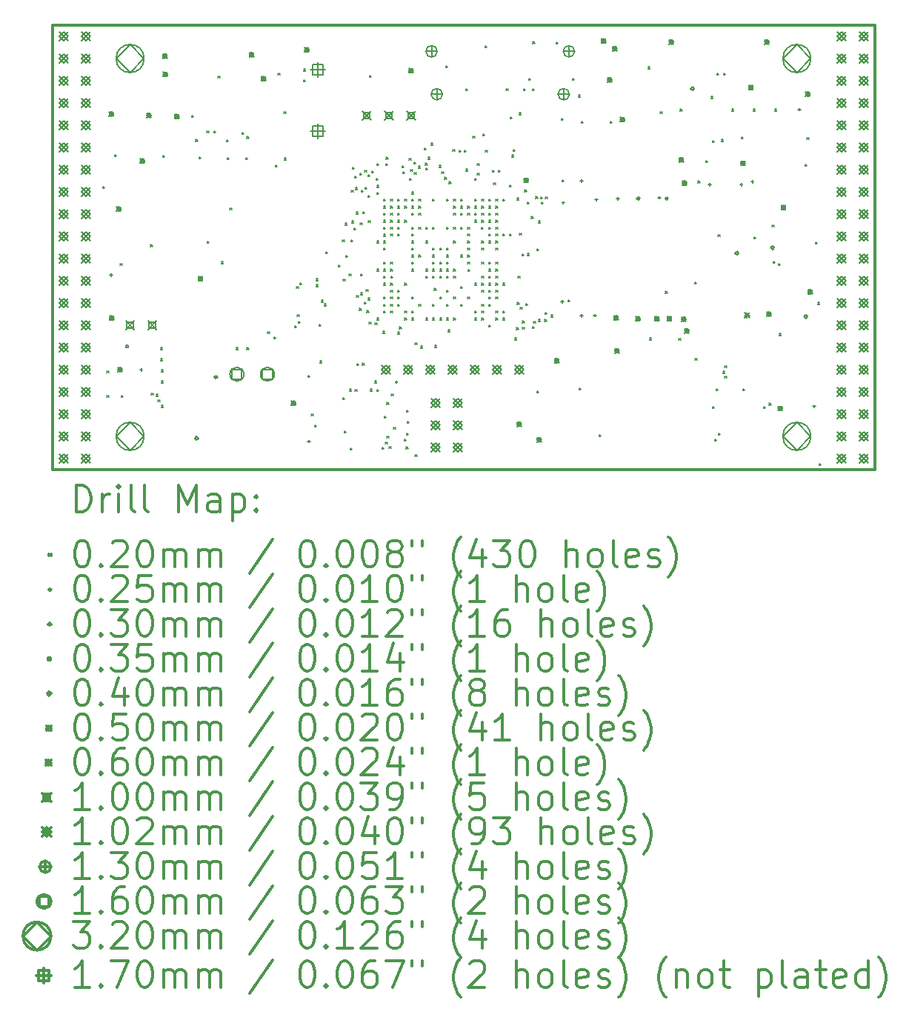
<source format=gbr>
%FSLAX45Y45*%
G04 Gerber Fmt 4.5, Leading zero omitted, Abs format (unit mm)*
G04 Created by KiCad (PCBNEW 5.0.0+dfsg1-1) date Fri Aug 10 13:48:47 2018*
%MOMM*%
%LPD*%
G01*
G04 APERTURE LIST*
%ADD10C,0.300000*%
%ADD11C,0.200000*%
G04 APERTURE END LIST*
D10*
X9410000Y-6142000D02*
X9410000Y-11222000D01*
X18808000Y-6142000D02*
X9410000Y-6142000D01*
X18808000Y-11222000D02*
X18808000Y-6142000D01*
X9410000Y-11222000D02*
X18808000Y-11222000D01*
D11*
X9990550Y-7986200D02*
X10010550Y-8006200D01*
X10010550Y-7986200D02*
X9990550Y-8006200D01*
X10035000Y-10094400D02*
X10055000Y-10114400D01*
X10055000Y-10094400D02*
X10035000Y-10114400D01*
X10035000Y-10373800D02*
X10055000Y-10393800D01*
X10055000Y-10373800D02*
X10035000Y-10393800D01*
X10125400Y-7619700D02*
X10145400Y-7639700D01*
X10145400Y-7619700D02*
X10125400Y-7639700D01*
X10187400Y-8868850D02*
X10207400Y-8888850D01*
X10207400Y-8868850D02*
X10187400Y-8888850D01*
X10200100Y-10373800D02*
X10220100Y-10393800D01*
X10220100Y-10373800D02*
X10200100Y-10393800D01*
X10535450Y-8649900D02*
X10555450Y-8669900D01*
X10555450Y-8649900D02*
X10535450Y-8669900D01*
X10543000Y-10348400D02*
X10563000Y-10368400D01*
X10563000Y-10348400D02*
X10543000Y-10368400D01*
X10595970Y-10361643D02*
X10615970Y-10381643D01*
X10615970Y-10361643D02*
X10595970Y-10381643D01*
X10619200Y-10424600D02*
X10639200Y-10444600D01*
X10639200Y-10424600D02*
X10619200Y-10444600D01*
X10650950Y-9827700D02*
X10670950Y-9847700D01*
X10670950Y-9827700D02*
X10650950Y-9847700D01*
X10650950Y-9954700D02*
X10670950Y-9974700D01*
X10670950Y-9954700D02*
X10650950Y-9974700D01*
X10657300Y-10081700D02*
X10677300Y-10101700D01*
X10677300Y-10081700D02*
X10657300Y-10101700D01*
X10657300Y-10208701D02*
X10677300Y-10228701D01*
X10677300Y-10208701D02*
X10657300Y-10228701D01*
X10657300Y-10488100D02*
X10677300Y-10508100D01*
X10677300Y-10488100D02*
X10657300Y-10508100D01*
X10671500Y-7632400D02*
X10691500Y-7652400D01*
X10691500Y-7632400D02*
X10671500Y-7652400D01*
X11001700Y-7175200D02*
X11021700Y-7195200D01*
X11021700Y-7175200D02*
X11001700Y-7195200D01*
X11049908Y-7448938D02*
X11069908Y-7468938D01*
X11069908Y-7448938D02*
X11049908Y-7468938D01*
X11090600Y-7645100D02*
X11110600Y-7665100D01*
X11110600Y-7645100D02*
X11090600Y-7665100D01*
X11178000Y-7350000D02*
X11198000Y-7370000D01*
X11198000Y-7350000D02*
X11178000Y-7370000D01*
X11179522Y-8615379D02*
X11199522Y-8635379D01*
X11199522Y-8615379D02*
X11179522Y-8635379D01*
X11258000Y-7350000D02*
X11278000Y-7370000D01*
X11278000Y-7350000D02*
X11258000Y-7370000D01*
X11305725Y-6724363D02*
X11325725Y-6744363D01*
X11325725Y-6724363D02*
X11305725Y-6744363D01*
X11344600Y-8845973D02*
X11364600Y-8865973D01*
X11364600Y-8845973D02*
X11344600Y-8865973D01*
X11400408Y-7451220D02*
X11420408Y-7471220D01*
X11420408Y-7451220D02*
X11400408Y-7471220D01*
X11408100Y-7657800D02*
X11428100Y-7677800D01*
X11428100Y-7657800D02*
X11408100Y-7677800D01*
X11441393Y-8230943D02*
X11461393Y-8250943D01*
X11461393Y-8230943D02*
X11441393Y-8250943D01*
X11514550Y-9827700D02*
X11534550Y-9847700D01*
X11534550Y-9827700D02*
X11514550Y-9847700D01*
X11578000Y-7370000D02*
X11598000Y-7390000D01*
X11598000Y-7370000D02*
X11578000Y-7390000D01*
X11624000Y-7657800D02*
X11644000Y-7677800D01*
X11644000Y-7657800D02*
X11624000Y-7677800D01*
X11633852Y-9827700D02*
X11653852Y-9847700D01*
X11653852Y-9827700D02*
X11633852Y-9847700D01*
X11635200Y-7414700D02*
X11655200Y-7434700D01*
X11655200Y-7414700D02*
X11635200Y-7434700D01*
X11870412Y-9644112D02*
X11890412Y-9664112D01*
X11890412Y-9644112D02*
X11870412Y-9664112D01*
X11941500Y-9702500D02*
X11961500Y-9722500D01*
X11961500Y-9702500D02*
X11941500Y-9722500D01*
X11959215Y-7739412D02*
X11979215Y-7759412D01*
X11979215Y-7739412D02*
X11959215Y-7759412D01*
X11990800Y-6690800D02*
X12010800Y-6710800D01*
X12010800Y-6690800D02*
X11990800Y-6710800D01*
X12056498Y-7133651D02*
X12076498Y-7153651D01*
X12076498Y-7133651D02*
X12056498Y-7153651D01*
X12063993Y-7659408D02*
X12083993Y-7679408D01*
X12083993Y-7659408D02*
X12063993Y-7679408D01*
X12182800Y-9575500D02*
X12202800Y-9595500D01*
X12202800Y-9575500D02*
X12182800Y-9595500D01*
X12201657Y-9128657D02*
X12221657Y-9148657D01*
X12221657Y-9128657D02*
X12201657Y-9148657D01*
X12210364Y-9448538D02*
X12230364Y-9468538D01*
X12230364Y-9448538D02*
X12210364Y-9468538D01*
X12220900Y-9524700D02*
X12240900Y-9544700D01*
X12240900Y-9524700D02*
X12220900Y-9544700D01*
X12242096Y-9088217D02*
X12262096Y-9108217D01*
X12262096Y-9088217D02*
X12242096Y-9108217D01*
X12282618Y-6643232D02*
X12302618Y-6663232D01*
X12302618Y-6643232D02*
X12282618Y-6663232D01*
X12284400Y-6768800D02*
X12304400Y-6788800D01*
X12304400Y-6768800D02*
X12284400Y-6788800D01*
X12332545Y-10146435D02*
X12352545Y-10166435D01*
X12352545Y-10146435D02*
X12332545Y-10166435D01*
X12370241Y-10586650D02*
X12390241Y-10606650D01*
X12390241Y-10586650D02*
X12370241Y-10606650D01*
X12410242Y-10710764D02*
X12430242Y-10730764D01*
X12430242Y-10710764D02*
X12410242Y-10730764D01*
X12423701Y-9107100D02*
X12443701Y-9127100D01*
X12443701Y-9107100D02*
X12423701Y-9127100D01*
X12423702Y-9038791D02*
X12443702Y-9058791D01*
X12443702Y-9038791D02*
X12423702Y-9058791D01*
X12460700Y-9561000D02*
X12480700Y-9581000D01*
X12480700Y-9561000D02*
X12460700Y-9581000D01*
X12467050Y-9980100D02*
X12487050Y-10000100D01*
X12487050Y-9980100D02*
X12467050Y-10000100D01*
X12486399Y-9285661D02*
X12506399Y-9305661D01*
X12506399Y-9285661D02*
X12486399Y-9305661D01*
X12519149Y-9329350D02*
X12539149Y-9349350D01*
X12539149Y-9329350D02*
X12519149Y-9349350D01*
X12538837Y-8731087D02*
X12558837Y-8751087D01*
X12558837Y-8731087D02*
X12538837Y-8751087D01*
X12682329Y-8882979D02*
X12702329Y-8902979D01*
X12702329Y-8882979D02*
X12682329Y-8902979D01*
X12727400Y-8595800D02*
X12747400Y-8615800D01*
X12747400Y-8595800D02*
X12727400Y-8615800D01*
X12731909Y-10397773D02*
X12751909Y-10417773D01*
X12751909Y-10397773D02*
X12731909Y-10417773D01*
X12733834Y-9045740D02*
X12753834Y-9065740D01*
X12753834Y-9045740D02*
X12733834Y-9065740D01*
X12748660Y-10777504D02*
X12768660Y-10797504D01*
X12768660Y-10777504D02*
X12748660Y-10797504D01*
X12759150Y-8405300D02*
X12779150Y-8425300D01*
X12779150Y-8405300D02*
X12759150Y-8425300D01*
X12764768Y-8776012D02*
X12784768Y-8796012D01*
X12784768Y-8776012D02*
X12764768Y-8796012D01*
X12803218Y-8983018D02*
X12823218Y-9003018D01*
X12823218Y-8983018D02*
X12803218Y-9003018D01*
X12808750Y-10300900D02*
X12828750Y-10320900D01*
X12828750Y-10300900D02*
X12808750Y-10320900D01*
X12815100Y-10974000D02*
X12835100Y-10994000D01*
X12835100Y-10974000D02*
X12815100Y-10994000D01*
X12824072Y-8596207D02*
X12844072Y-8616207D01*
X12844072Y-8596207D02*
X12824072Y-8616207D01*
X12829000Y-8030650D02*
X12849000Y-8050650D01*
X12849000Y-8030650D02*
X12829000Y-8050650D01*
X12835350Y-8379900D02*
X12855350Y-8399900D01*
X12855350Y-8379900D02*
X12835350Y-8399900D01*
X12841700Y-7765451D02*
X12861700Y-7785451D01*
X12861700Y-7765451D02*
X12841700Y-7785451D01*
X12860114Y-8462438D02*
X12880114Y-8482438D01*
X12880114Y-8462438D02*
X12860114Y-8482438D01*
X12867100Y-7865550D02*
X12887100Y-7885550D01*
X12887100Y-7865550D02*
X12867100Y-7885550D01*
X12870682Y-10308590D02*
X12890682Y-10328590D01*
X12890682Y-10308590D02*
X12870682Y-10328590D01*
X12873450Y-7998900D02*
X12893450Y-8018900D01*
X12893450Y-7998900D02*
X12873450Y-8018900D01*
X12886150Y-8278300D02*
X12906150Y-8298300D01*
X12906150Y-8278300D02*
X12886150Y-8298300D01*
X12886283Y-9229083D02*
X12906283Y-9249083D01*
X12906283Y-9229083D02*
X12886283Y-9249083D01*
X12890520Y-10007480D02*
X12910520Y-10027480D01*
X12910520Y-10007480D02*
X12890520Y-10027480D01*
X12921835Y-9377845D02*
X12941835Y-9397845D01*
X12941835Y-9377845D02*
X12921835Y-9397845D01*
X12924250Y-7833800D02*
X12944250Y-7853800D01*
X12944250Y-7833800D02*
X12924250Y-7853800D01*
X12930501Y-8400852D02*
X12950501Y-8420852D01*
X12950501Y-8400852D02*
X12930501Y-8420852D01*
X12934924Y-8983794D02*
X12954924Y-9003794D01*
X12954924Y-8983794D02*
X12934924Y-9003794D01*
X12935750Y-9202350D02*
X12955750Y-9222350D01*
X12955750Y-9202350D02*
X12935750Y-9222350D01*
X12940751Y-8030650D02*
X12960751Y-8050650D01*
X12960751Y-8030650D02*
X12940751Y-8050650D01*
X12956000Y-10005500D02*
X12976000Y-10025500D01*
X12976000Y-10005500D02*
X12956000Y-10025500D01*
X12962350Y-8273851D02*
X12982350Y-8293851D01*
X12982350Y-8273851D02*
X12962350Y-8293851D01*
X12976189Y-9308896D02*
X12996189Y-9328896D01*
X12996189Y-9308896D02*
X12976189Y-9328896D01*
X12981400Y-7802050D02*
X13001400Y-7822050D01*
X13001400Y-7802050D02*
X12981400Y-7822050D01*
X12984711Y-7994431D02*
X13004711Y-8014431D01*
X13004711Y-7994431D02*
X12984711Y-8014431D01*
X12999250Y-9164250D02*
X13019250Y-9184250D01*
X13019250Y-9164250D02*
X12999250Y-9184250D01*
X13007618Y-9405227D02*
X13027618Y-9425227D01*
X13027618Y-9405227D02*
X13007618Y-9425227D01*
X13018300Y-9259500D02*
X13038300Y-9279500D01*
X13038300Y-9259500D02*
X13018300Y-9279500D01*
X13018305Y-7852464D02*
X13038305Y-7872464D01*
X13038305Y-7852464D02*
X13018305Y-7872464D01*
X13019500Y-8087800D02*
X13039500Y-8107800D01*
X13039500Y-8087800D02*
X13019500Y-8107800D01*
X13023410Y-8375410D02*
X13043410Y-8395410D01*
X13043410Y-8375410D02*
X13023410Y-8395410D01*
X13030548Y-9536431D02*
X13050548Y-9556431D01*
X13050548Y-9536431D02*
X13030548Y-9556431D01*
X13033700Y-6718000D02*
X13053700Y-6738000D01*
X13053700Y-6718000D02*
X13033700Y-6738000D01*
X13043700Y-10300900D02*
X13063700Y-10320900D01*
X13063700Y-10300900D02*
X13043700Y-10320900D01*
X13063950Y-7808400D02*
X13083950Y-7828400D01*
X13083950Y-7808400D02*
X13063950Y-7828400D01*
X13093907Y-10208700D02*
X13113907Y-10228700D01*
X13113907Y-10208700D02*
X13093907Y-10228700D01*
X13098471Y-9546418D02*
X13118471Y-9566418D01*
X13118471Y-9546418D02*
X13098471Y-9566418D01*
X13114818Y-7892343D02*
X13134818Y-7912343D01*
X13134818Y-7892343D02*
X13114818Y-7912343D01*
X13118000Y-8052363D02*
X13138000Y-8072363D01*
X13138000Y-8052363D02*
X13118000Y-8072363D01*
X13118000Y-8610000D02*
X13138000Y-8630000D01*
X13138000Y-8610000D02*
X13118000Y-8630000D01*
X13118000Y-8930000D02*
X13138000Y-8950000D01*
X13138000Y-8930000D02*
X13118000Y-8950000D01*
X13118000Y-9490000D02*
X13138000Y-9510000D01*
X13138000Y-9490000D02*
X13118000Y-9510000D01*
X13118565Y-7722735D02*
X13138565Y-7742735D01*
X13138565Y-7722735D02*
X13118565Y-7742735D01*
X13119785Y-7972345D02*
X13139785Y-7992345D01*
X13139785Y-7972345D02*
X13119785Y-7992345D01*
X13119900Y-10307250D02*
X13139900Y-10327250D01*
X13139900Y-10307250D02*
X13119900Y-10327250D01*
X13178250Y-10964350D02*
X13198250Y-10984350D01*
X13198250Y-10964350D02*
X13178250Y-10984350D01*
X13189750Y-9640500D02*
X13209750Y-9660500D01*
X13209750Y-9640500D02*
X13189750Y-9660500D01*
X13197734Y-9090201D02*
X13217734Y-9110201D01*
X13217734Y-9090201D02*
X13197734Y-9110201D01*
X13198000Y-8130000D02*
X13218000Y-8150000D01*
X13218000Y-8130000D02*
X13198000Y-8150000D01*
X13198000Y-8210000D02*
X13218000Y-8230000D01*
X13218000Y-8210000D02*
X13198000Y-8230000D01*
X13198000Y-8290000D02*
X13218000Y-8310000D01*
X13218000Y-8290000D02*
X13198000Y-8310000D01*
X13198000Y-8370000D02*
X13218000Y-8390000D01*
X13218000Y-8370000D02*
X13198000Y-8390000D01*
X13198000Y-8450000D02*
X13218000Y-8470000D01*
X13218000Y-8450000D02*
X13198000Y-8470000D01*
X13198000Y-8531500D02*
X13218000Y-8551500D01*
X13218000Y-8531500D02*
X13198000Y-8551500D01*
X13198000Y-8610000D02*
X13218000Y-8630000D01*
X13218000Y-8610000D02*
X13198000Y-8630000D01*
X13198000Y-8690000D02*
X13218000Y-8710000D01*
X13218000Y-8690000D02*
X13198000Y-8710000D01*
X13198000Y-8850000D02*
X13218000Y-8870000D01*
X13218000Y-8850000D02*
X13198000Y-8870000D01*
X13198000Y-8930000D02*
X13218000Y-8950000D01*
X13218000Y-8930000D02*
X13198000Y-8950000D01*
X13198000Y-9010000D02*
X13218000Y-9030000D01*
X13218000Y-9010000D02*
X13198000Y-9030000D01*
X13198000Y-9250000D02*
X13218000Y-9270000D01*
X13218000Y-9250000D02*
X13198000Y-9270000D01*
X13198000Y-9330000D02*
X13218000Y-9350000D01*
X13218000Y-9330000D02*
X13198000Y-9350000D01*
X13198000Y-9410000D02*
X13218000Y-9430000D01*
X13218000Y-9410000D02*
X13198000Y-9430000D01*
X13206286Y-10608587D02*
X13226286Y-10628587D01*
X13226286Y-10608587D02*
X13206286Y-10628587D01*
X13217511Y-10908296D02*
X13237511Y-10928296D01*
X13237511Y-10908296D02*
X13217511Y-10928296D01*
X13220903Y-7724256D02*
X13240903Y-7744256D01*
X13240903Y-7724256D02*
X13220903Y-7744256D01*
X13227850Y-7652950D02*
X13247850Y-7672950D01*
X13247850Y-7652950D02*
X13227850Y-7672950D01*
X13234200Y-10453300D02*
X13254200Y-10473300D01*
X13254200Y-10453300D02*
X13234200Y-10473300D01*
X13234200Y-10840650D02*
X13254200Y-10860650D01*
X13254200Y-10840650D02*
X13234200Y-10860650D01*
X13260800Y-10958000D02*
X13280800Y-10978000D01*
X13280800Y-10958000D02*
X13260800Y-10978000D01*
X13278000Y-8130000D02*
X13298000Y-8150000D01*
X13298000Y-8130000D02*
X13278000Y-8150000D01*
X13278000Y-8210000D02*
X13298000Y-8230000D01*
X13298000Y-8210000D02*
X13278000Y-8230000D01*
X13278000Y-8290000D02*
X13298000Y-8310000D01*
X13298000Y-8290000D02*
X13278000Y-8310000D01*
X13278000Y-8370000D02*
X13298000Y-8390000D01*
X13298000Y-8370000D02*
X13278000Y-8390000D01*
X13278000Y-8450000D02*
X13298000Y-8470000D01*
X13298000Y-8450000D02*
X13278000Y-8470000D01*
X13278000Y-8530000D02*
X13298000Y-8550000D01*
X13298000Y-8530000D02*
X13278000Y-8550000D01*
X13278000Y-8850000D02*
X13298000Y-8870000D01*
X13298000Y-8850000D02*
X13278000Y-8870000D01*
X13278000Y-8930000D02*
X13298000Y-8950000D01*
X13298000Y-8930000D02*
X13278000Y-8950000D01*
X13278000Y-9090000D02*
X13298000Y-9110000D01*
X13298000Y-9090000D02*
X13278000Y-9110000D01*
X13278000Y-9170000D02*
X13298000Y-9190000D01*
X13298000Y-9170000D02*
X13278000Y-9190000D01*
X13278000Y-9250000D02*
X13298000Y-9270000D01*
X13298000Y-9250000D02*
X13278000Y-9270000D01*
X13278000Y-9330000D02*
X13298000Y-9350000D01*
X13298000Y-9330000D02*
X13278000Y-9350000D01*
X13278000Y-9410000D02*
X13298000Y-9430000D01*
X13298000Y-9410000D02*
X13278000Y-9430000D01*
X13280000Y-9008000D02*
X13300000Y-9028000D01*
X13300000Y-9008000D02*
X13280000Y-9028000D01*
X13285000Y-10358050D02*
X13305000Y-10378050D01*
X13305000Y-10358050D02*
X13285000Y-10378050D01*
X13311600Y-10736500D02*
X13331600Y-10756500D01*
X13331600Y-10736500D02*
X13311600Y-10756500D01*
X13358000Y-8130000D02*
X13378000Y-8150000D01*
X13378000Y-8130000D02*
X13358000Y-8150000D01*
X13358000Y-8210000D02*
X13378000Y-8230000D01*
X13378000Y-8210000D02*
X13358000Y-8230000D01*
X13358000Y-8290000D02*
X13378000Y-8310000D01*
X13378000Y-8290000D02*
X13358000Y-8310000D01*
X13358000Y-8370000D02*
X13378000Y-8390000D01*
X13378000Y-8370000D02*
X13358000Y-8390000D01*
X13358000Y-8450000D02*
X13378000Y-8470000D01*
X13378000Y-8450000D02*
X13358000Y-8470000D01*
X13358000Y-8530000D02*
X13378000Y-8550000D01*
X13378000Y-8530000D02*
X13358000Y-8550000D01*
X13358000Y-9170000D02*
X13378000Y-9190000D01*
X13378000Y-9170000D02*
X13358000Y-9190000D01*
X13358000Y-9250000D02*
X13378000Y-9270000D01*
X13378000Y-9250000D02*
X13358000Y-9270000D01*
X13358000Y-9330000D02*
X13378000Y-9350000D01*
X13378000Y-9330000D02*
X13358000Y-9350000D01*
X13358000Y-9650000D02*
X13378000Y-9670000D01*
X13378000Y-9650000D02*
X13358000Y-9670000D01*
X13378000Y-9590000D02*
X13398000Y-9610000D01*
X13398000Y-9590000D02*
X13378000Y-9610000D01*
X13411163Y-7748395D02*
X13431163Y-7768395D01*
X13431163Y-7748395D02*
X13411163Y-7768395D01*
X13415020Y-7815418D02*
X13435020Y-7835418D01*
X13435020Y-7815418D02*
X13415020Y-7835418D01*
X13436400Y-10874197D02*
X13456400Y-10894197D01*
X13456400Y-10874197D02*
X13436400Y-10894197D01*
X13438000Y-8130000D02*
X13458000Y-8150000D01*
X13458000Y-8130000D02*
X13438000Y-8150000D01*
X13438000Y-8210000D02*
X13458000Y-8230000D01*
X13458000Y-8210000D02*
X13438000Y-8230000D01*
X13438000Y-8370000D02*
X13458000Y-8390000D01*
X13458000Y-8370000D02*
X13438000Y-8390000D01*
X13438000Y-9090000D02*
X13458000Y-9110000D01*
X13458000Y-9090000D02*
X13438000Y-9110000D01*
X13438000Y-9410000D02*
X13458000Y-9430000D01*
X13458000Y-9410000D02*
X13438000Y-9430000D01*
X13438000Y-9490000D02*
X13458000Y-9510000D01*
X13458000Y-9490000D02*
X13438000Y-9510000D01*
X13453687Y-10961995D02*
X13473687Y-10981995D01*
X13473687Y-10961995D02*
X13453687Y-10981995D01*
X13457587Y-10803159D02*
X13477587Y-10823159D01*
X13477587Y-10803159D02*
X13457587Y-10823159D01*
X13460735Y-10540845D02*
X13480735Y-10560845D01*
X13480735Y-10540845D02*
X13460735Y-10560845D01*
X13465065Y-10671051D02*
X13485065Y-10691051D01*
X13485065Y-10671051D02*
X13465065Y-10691051D01*
X13489399Y-7662350D02*
X13509399Y-7682350D01*
X13509399Y-7662350D02*
X13489399Y-7682350D01*
X13492132Y-7892495D02*
X13512132Y-7912495D01*
X13512132Y-7892495D02*
X13492132Y-7912495D01*
X13507250Y-7792650D02*
X13527250Y-7812650D01*
X13527250Y-7792650D02*
X13507250Y-7812650D01*
X13518000Y-8050000D02*
X13538000Y-8070000D01*
X13538000Y-8050000D02*
X13518000Y-8070000D01*
X13518000Y-8130000D02*
X13538000Y-8150000D01*
X13538000Y-8130000D02*
X13518000Y-8150000D01*
X13518000Y-8210000D02*
X13538000Y-8230000D01*
X13538000Y-8210000D02*
X13518000Y-8230000D01*
X13518000Y-8290000D02*
X13538000Y-8310000D01*
X13538000Y-8290000D02*
X13518000Y-8310000D01*
X13518000Y-8450000D02*
X13538000Y-8470000D01*
X13538000Y-8450000D02*
X13518000Y-8470000D01*
X13518000Y-8530000D02*
X13538000Y-8550000D01*
X13538000Y-8530000D02*
X13518000Y-8550000D01*
X13518000Y-8610000D02*
X13538000Y-8630000D01*
X13538000Y-8610000D02*
X13518000Y-8630000D01*
X13518000Y-8690000D02*
X13538000Y-8710000D01*
X13538000Y-8690000D02*
X13518000Y-8710000D01*
X13518000Y-8770000D02*
X13538000Y-8790000D01*
X13538000Y-8770000D02*
X13518000Y-8790000D01*
X13518000Y-8850000D02*
X13538000Y-8870000D01*
X13538000Y-8850000D02*
X13518000Y-8870000D01*
X13518000Y-8930000D02*
X13538000Y-8950000D01*
X13538000Y-8930000D02*
X13518000Y-8950000D01*
X13518000Y-9250000D02*
X13538000Y-9270000D01*
X13538000Y-9250000D02*
X13518000Y-9270000D01*
X13518000Y-9410000D02*
X13538000Y-9430000D01*
X13538000Y-9410000D02*
X13518000Y-9430000D01*
X13518000Y-9490000D02*
X13538000Y-9510000D01*
X13538000Y-9490000D02*
X13518000Y-9510000D01*
X13546550Y-7706800D02*
X13566550Y-7726800D01*
X13566550Y-7706800D02*
X13546550Y-7726800D01*
X13549150Y-7827659D02*
X13569150Y-7847659D01*
X13569150Y-7827659D02*
X13549150Y-7847659D01*
X13555656Y-11051071D02*
X13575656Y-11071071D01*
X13575656Y-11051071D02*
X13555656Y-11071071D01*
X13558000Y-9770000D02*
X13578000Y-9790000D01*
X13578000Y-9770000D02*
X13558000Y-9790000D01*
X13594882Y-7754550D02*
X13614882Y-7774550D01*
X13614882Y-7754550D02*
X13594882Y-7774550D01*
X13598000Y-8130000D02*
X13618000Y-8150000D01*
X13618000Y-8130000D02*
X13598000Y-8150000D01*
X13598000Y-8210000D02*
X13618000Y-8230000D01*
X13618000Y-8210000D02*
X13598000Y-8230000D01*
X13598000Y-8290000D02*
X13618000Y-8310000D01*
X13618000Y-8290000D02*
X13598000Y-8310000D01*
X13598000Y-8450000D02*
X13618000Y-8470000D01*
X13618000Y-8450000D02*
X13598000Y-8470000D01*
X13598000Y-8770000D02*
X13618000Y-8790000D01*
X13618000Y-8770000D02*
X13598000Y-8790000D01*
X13598000Y-9330000D02*
X13618000Y-9350000D01*
X13618000Y-9330000D02*
X13598000Y-9350000D01*
X13618000Y-9810000D02*
X13638000Y-9830000D01*
X13638000Y-9810000D02*
X13618000Y-9830000D01*
X13664259Y-7547941D02*
X13684259Y-7567941D01*
X13684259Y-7547941D02*
X13664259Y-7567941D01*
X13676320Y-7718760D02*
X13696320Y-7738760D01*
X13696320Y-7718760D02*
X13676320Y-7738760D01*
X13678000Y-8450000D02*
X13698000Y-8470000D01*
X13698000Y-8450000D02*
X13678000Y-8470000D01*
X13678000Y-8610000D02*
X13698000Y-8630000D01*
X13698000Y-8610000D02*
X13678000Y-8630000D01*
X13678000Y-8930000D02*
X13698000Y-8950000D01*
X13698000Y-8930000D02*
X13678000Y-8950000D01*
X13678000Y-9010000D02*
X13698000Y-9030000D01*
X13698000Y-9010000D02*
X13678000Y-9030000D01*
X13678000Y-9490000D02*
X13698000Y-9510000D01*
X13698000Y-9490000D02*
X13678000Y-9510000D01*
X13679461Y-7776107D02*
X13699461Y-7796107D01*
X13699461Y-7776107D02*
X13679461Y-7796107D01*
X13707437Y-7652487D02*
X13727437Y-7672487D01*
X13727437Y-7652487D02*
X13707437Y-7672487D01*
X13738000Y-7490000D02*
X13758000Y-7510000D01*
X13758000Y-7490000D02*
X13738000Y-7510000D01*
X13758000Y-8130000D02*
X13778000Y-8150000D01*
X13778000Y-8130000D02*
X13758000Y-8150000D01*
X13758000Y-8450000D02*
X13778000Y-8470000D01*
X13778000Y-8450000D02*
X13758000Y-8470000D01*
X13758000Y-8690000D02*
X13778000Y-8710000D01*
X13778000Y-8690000D02*
X13758000Y-8710000D01*
X13758000Y-8770000D02*
X13778000Y-8790000D01*
X13778000Y-8770000D02*
X13758000Y-8790000D01*
X13758000Y-8850000D02*
X13778000Y-8870000D01*
X13778000Y-8850000D02*
X13758000Y-8870000D01*
X13758000Y-8930000D02*
X13778000Y-8950000D01*
X13778000Y-8930000D02*
X13758000Y-8950000D01*
X13758000Y-9010000D02*
X13778000Y-9030000D01*
X13778000Y-9010000D02*
X13758000Y-9030000D01*
X13758000Y-9330000D02*
X13778000Y-9350000D01*
X13778000Y-9330000D02*
X13758000Y-9350000D01*
X13758000Y-9490000D02*
X13778000Y-9510000D01*
X13778000Y-9490000D02*
X13758000Y-9510000D01*
X13778000Y-9150000D02*
X13798000Y-9170000D01*
X13798000Y-9150000D02*
X13778000Y-9170000D01*
X13781499Y-9802300D02*
X13801499Y-9822300D01*
X13801499Y-9802300D02*
X13781499Y-9822300D01*
X13830592Y-7745154D02*
X13850592Y-7765154D01*
X13850592Y-7745154D02*
X13830592Y-7765154D01*
X13838000Y-8690000D02*
X13858000Y-8710000D01*
X13858000Y-8690000D02*
X13838000Y-8710000D01*
X13838000Y-8850000D02*
X13858000Y-8870000D01*
X13858000Y-8850000D02*
X13838000Y-8870000D01*
X13838000Y-8930000D02*
X13858000Y-8950000D01*
X13858000Y-8930000D02*
X13838000Y-8950000D01*
X13838000Y-9010000D02*
X13858000Y-9030000D01*
X13858000Y-9010000D02*
X13838000Y-9030000D01*
X13838000Y-9250000D02*
X13858000Y-9270000D01*
X13858000Y-9250000D02*
X13838000Y-9270000D01*
X13838000Y-9490000D02*
X13858000Y-9510000D01*
X13858000Y-9490000D02*
X13838000Y-9510000D01*
X13862850Y-7818050D02*
X13882850Y-7838050D01*
X13882850Y-7818050D02*
X13862850Y-7838050D01*
X13894600Y-7881550D02*
X13914600Y-7901550D01*
X13914600Y-7881550D02*
X13894600Y-7901550D01*
X13910000Y-6603700D02*
X13930000Y-6623700D01*
X13930000Y-6603700D02*
X13910000Y-6623700D01*
X13918000Y-8130000D02*
X13938000Y-8150000D01*
X13938000Y-8130000D02*
X13918000Y-8150000D01*
X13918000Y-8450000D02*
X13938000Y-8470000D01*
X13938000Y-8450000D02*
X13918000Y-8470000D01*
X13918000Y-8690000D02*
X13938000Y-8710000D01*
X13938000Y-8690000D02*
X13918000Y-8710000D01*
X13918000Y-8770000D02*
X13938000Y-8790000D01*
X13938000Y-8770000D02*
X13918000Y-8790000D01*
X13918000Y-8850000D02*
X13938000Y-8870000D01*
X13938000Y-8850000D02*
X13918000Y-8870000D01*
X13918000Y-8930000D02*
X13938000Y-8950000D01*
X13938000Y-8930000D02*
X13918000Y-8950000D01*
X13918000Y-9010000D02*
X13938000Y-9030000D01*
X13938000Y-9010000D02*
X13918000Y-9030000D01*
X13918000Y-9170000D02*
X13938000Y-9190000D01*
X13938000Y-9170000D02*
X13918000Y-9190000D01*
X13918000Y-9330000D02*
X13938000Y-9350000D01*
X13938000Y-9330000D02*
X13918000Y-9350000D01*
X13918000Y-9490000D02*
X13938000Y-9510000D01*
X13938000Y-9490000D02*
X13918000Y-9510000D01*
X13933900Y-9624500D02*
X13953900Y-9644500D01*
X13953900Y-9624500D02*
X13933900Y-9644500D01*
X13945400Y-7932350D02*
X13965400Y-7952350D01*
X13965400Y-7932350D02*
X13945400Y-7952350D01*
X13989352Y-7565171D02*
X14009352Y-7585171D01*
X14009352Y-7565171D02*
X13989352Y-7585171D01*
X13996000Y-8292000D02*
X14016000Y-8312000D01*
X14016000Y-8292000D02*
X13996000Y-8312000D01*
X13998000Y-8130000D02*
X14018000Y-8150000D01*
X14018000Y-8130000D02*
X13998000Y-8150000D01*
X13998000Y-8210000D02*
X14018000Y-8230000D01*
X14018000Y-8210000D02*
X13998000Y-8230000D01*
X13998000Y-8450000D02*
X14018000Y-8470000D01*
X14018000Y-8450000D02*
X13998000Y-8470000D01*
X13998000Y-8610000D02*
X14018000Y-8630000D01*
X14018000Y-8610000D02*
X13998000Y-8630000D01*
X13998000Y-8930000D02*
X14018000Y-8950000D01*
X14018000Y-8930000D02*
X13998000Y-8950000D01*
X13998000Y-9010000D02*
X14018000Y-9030000D01*
X14018000Y-9010000D02*
X13998000Y-9030000D01*
X13998000Y-9250000D02*
X14018000Y-9270000D01*
X14018000Y-9250000D02*
X13998000Y-9270000D01*
X13998000Y-9490000D02*
X14018000Y-9510000D01*
X14018000Y-9490000D02*
X13998000Y-9510000D01*
X14058000Y-7570000D02*
X14078000Y-7590000D01*
X14078000Y-7570000D02*
X14058000Y-7590000D01*
X14078000Y-8130000D02*
X14098000Y-8150000D01*
X14098000Y-8130000D02*
X14078000Y-8150000D01*
X14078000Y-8210000D02*
X14098000Y-8230000D01*
X14098000Y-8210000D02*
X14078000Y-8230000D01*
X14078000Y-8290000D02*
X14098000Y-8310000D01*
X14098000Y-8290000D02*
X14078000Y-8310000D01*
X14078000Y-8450000D02*
X14098000Y-8470000D01*
X14098000Y-8450000D02*
X14078000Y-8470000D01*
X14078000Y-8770000D02*
X14098000Y-8790000D01*
X14098000Y-8770000D02*
X14078000Y-8790000D01*
X14078000Y-9130000D02*
X14098000Y-9150000D01*
X14098000Y-9130000D02*
X14078000Y-9150000D01*
X14078000Y-9330000D02*
X14098000Y-9350000D01*
X14098000Y-9330000D02*
X14078000Y-9350000D01*
X14118000Y-7570000D02*
X14138000Y-7590000D01*
X14138000Y-7570000D02*
X14118000Y-7590000D01*
X14135900Y-7786300D02*
X14155900Y-7806300D01*
X14155900Y-7786300D02*
X14135900Y-7806300D01*
X14138000Y-6870000D02*
X14158000Y-6890000D01*
X14158000Y-6870000D02*
X14138000Y-6890000D01*
X14158000Y-8210000D02*
X14178000Y-8230000D01*
X14178000Y-8210000D02*
X14158000Y-8230000D01*
X14158000Y-8290000D02*
X14178000Y-8310000D01*
X14178000Y-8290000D02*
X14158000Y-8310000D01*
X14158000Y-8450000D02*
X14178000Y-8470000D01*
X14178000Y-8450000D02*
X14158000Y-8470000D01*
X14158000Y-8530000D02*
X14178000Y-8550000D01*
X14178000Y-8530000D02*
X14158000Y-8550000D01*
X14158000Y-8610000D02*
X14178000Y-8630000D01*
X14178000Y-8610000D02*
X14158000Y-8630000D01*
X14158000Y-8690000D02*
X14178000Y-8710000D01*
X14178000Y-8690000D02*
X14158000Y-8710000D01*
X14158000Y-8770000D02*
X14178000Y-8790000D01*
X14178000Y-8770000D02*
X14158000Y-8790000D01*
X14158000Y-8850000D02*
X14178000Y-8870000D01*
X14178000Y-8850000D02*
X14158000Y-8870000D01*
X14158000Y-9250000D02*
X14178000Y-9270000D01*
X14178000Y-9250000D02*
X14158000Y-9270000D01*
X14160000Y-8932000D02*
X14180000Y-8952000D01*
X14180000Y-8932000D02*
X14160000Y-8952000D01*
X14218000Y-7410000D02*
X14238000Y-7430000D01*
X14238000Y-7410000D02*
X14218000Y-7430000D01*
X14236000Y-8292000D02*
X14256000Y-8312000D01*
X14256000Y-8292000D02*
X14236000Y-8312000D01*
X14236377Y-7893109D02*
X14256377Y-7913109D01*
X14256377Y-7893109D02*
X14236377Y-7913109D01*
X14238000Y-8130000D02*
X14258000Y-8150000D01*
X14258000Y-8130000D02*
X14238000Y-8150000D01*
X14238000Y-8210000D02*
X14258000Y-8230000D01*
X14258000Y-8210000D02*
X14238000Y-8230000D01*
X14238000Y-8370000D02*
X14258000Y-8390000D01*
X14258000Y-8370000D02*
X14238000Y-8390000D01*
X14238000Y-9090000D02*
X14258000Y-9110000D01*
X14258000Y-9090000D02*
X14238000Y-9110000D01*
X14238000Y-9410000D02*
X14258000Y-9430000D01*
X14258000Y-9410000D02*
X14238000Y-9430000D01*
X14238000Y-9490000D02*
X14258000Y-9510000D01*
X14258000Y-9490000D02*
X14238000Y-9510000D01*
X14267329Y-7833800D02*
X14287329Y-7853800D01*
X14287329Y-7833800D02*
X14267329Y-7853800D01*
X14268583Y-7723660D02*
X14288583Y-7743660D01*
X14288583Y-7723660D02*
X14268583Y-7743660D01*
X14316000Y-8452000D02*
X14336000Y-8472000D01*
X14336000Y-8452000D02*
X14316000Y-8472000D01*
X14318000Y-8130000D02*
X14338000Y-8150000D01*
X14338000Y-8130000D02*
X14318000Y-8150000D01*
X14318000Y-8210000D02*
X14338000Y-8230000D01*
X14338000Y-8210000D02*
X14318000Y-8230000D01*
X14318000Y-8290000D02*
X14338000Y-8310000D01*
X14338000Y-8290000D02*
X14318000Y-8310000D01*
X14318000Y-8370000D02*
X14338000Y-8390000D01*
X14338000Y-8370000D02*
X14318000Y-8390000D01*
X14318000Y-8610000D02*
X14338000Y-8630000D01*
X14338000Y-8610000D02*
X14318000Y-8630000D01*
X14318000Y-8690000D02*
X14338000Y-8710000D01*
X14338000Y-8690000D02*
X14318000Y-8710000D01*
X14318000Y-8850000D02*
X14338000Y-8870000D01*
X14338000Y-8850000D02*
X14318000Y-8870000D01*
X14318000Y-9010000D02*
X14338000Y-9030000D01*
X14338000Y-9010000D02*
X14318000Y-9030000D01*
X14318000Y-9090000D02*
X14338000Y-9110000D01*
X14338000Y-9090000D02*
X14318000Y-9110000D01*
X14318000Y-9170000D02*
X14338000Y-9190000D01*
X14338000Y-9170000D02*
X14318000Y-9190000D01*
X14318000Y-9330000D02*
X14338000Y-9350000D01*
X14338000Y-9330000D02*
X14318000Y-9350000D01*
X14318000Y-9410000D02*
X14338000Y-9430000D01*
X14338000Y-9410000D02*
X14318000Y-9430000D01*
X14318000Y-9490000D02*
X14338000Y-9510000D01*
X14338000Y-9490000D02*
X14318000Y-9510000D01*
X14331863Y-7387513D02*
X14351863Y-7407513D01*
X14351863Y-7387513D02*
X14331863Y-7407513D01*
X14355067Y-6376252D02*
X14375067Y-6396252D01*
X14375067Y-6376252D02*
X14355067Y-6396252D01*
X14360888Y-7571730D02*
X14380888Y-7591730D01*
X14380888Y-7571730D02*
X14360888Y-7591730D01*
X14398000Y-9570000D02*
X14418000Y-9590000D01*
X14418000Y-9570000D02*
X14398000Y-9590000D01*
X14398000Y-8130000D02*
X14418000Y-8150000D01*
X14418000Y-8130000D02*
X14398000Y-8150000D01*
X14398000Y-8210000D02*
X14418000Y-8230000D01*
X14418000Y-8210000D02*
X14398000Y-8230000D01*
X14398000Y-8290000D02*
X14418000Y-8310000D01*
X14418000Y-8290000D02*
X14398000Y-8310000D01*
X14398000Y-8370000D02*
X14418000Y-8390000D01*
X14418000Y-8370000D02*
X14398000Y-8390000D01*
X14398000Y-8450000D02*
X14418000Y-8470000D01*
X14418000Y-8450000D02*
X14398000Y-8470000D01*
X14398000Y-8530000D02*
X14418000Y-8550000D01*
X14418000Y-8530000D02*
X14398000Y-8550000D01*
X14398000Y-8610000D02*
X14418000Y-8630000D01*
X14418000Y-8610000D02*
X14398000Y-8630000D01*
X14398000Y-8850000D02*
X14418000Y-8870000D01*
X14418000Y-8850000D02*
X14398000Y-8870000D01*
X14398000Y-8930000D02*
X14418000Y-8950000D01*
X14418000Y-8930000D02*
X14398000Y-8950000D01*
X14398000Y-9010000D02*
X14418000Y-9030000D01*
X14418000Y-9010000D02*
X14398000Y-9030000D01*
X14398000Y-9090000D02*
X14418000Y-9110000D01*
X14418000Y-9090000D02*
X14398000Y-9110000D01*
X14398000Y-9170000D02*
X14418000Y-9190000D01*
X14418000Y-9170000D02*
X14398000Y-9190000D01*
X14398000Y-9250000D02*
X14418000Y-9270000D01*
X14418000Y-9250000D02*
X14398000Y-9270000D01*
X14398000Y-9330000D02*
X14418000Y-9350000D01*
X14418000Y-9330000D02*
X14398000Y-9350000D01*
X14441900Y-7802050D02*
X14461900Y-7822050D01*
X14461900Y-7802050D02*
X14441900Y-7822050D01*
X14453400Y-7942279D02*
X14473400Y-7962279D01*
X14473400Y-7942279D02*
X14453400Y-7962279D01*
X14478000Y-8130000D02*
X14498000Y-8150000D01*
X14498000Y-8130000D02*
X14478000Y-8150000D01*
X14478000Y-8210000D02*
X14498000Y-8230000D01*
X14498000Y-8210000D02*
X14478000Y-8230000D01*
X14478000Y-8290000D02*
X14498000Y-8310000D01*
X14498000Y-8290000D02*
X14478000Y-8310000D01*
X14478000Y-8370000D02*
X14498000Y-8390000D01*
X14498000Y-8370000D02*
X14478000Y-8390000D01*
X14478000Y-8450000D02*
X14498000Y-8470000D01*
X14498000Y-8450000D02*
X14478000Y-8470000D01*
X14478000Y-8530000D02*
X14498000Y-8550000D01*
X14498000Y-8530000D02*
X14478000Y-8550000D01*
X14478000Y-8610000D02*
X14498000Y-8630000D01*
X14498000Y-8610000D02*
X14478000Y-8630000D01*
X14478000Y-8690000D02*
X14498000Y-8710000D01*
X14498000Y-8690000D02*
X14478000Y-8710000D01*
X14478000Y-8850000D02*
X14498000Y-8870000D01*
X14498000Y-8850000D02*
X14478000Y-8870000D01*
X14478000Y-8930000D02*
X14498000Y-8950000D01*
X14498000Y-8930000D02*
X14478000Y-8950000D01*
X14478000Y-9010000D02*
X14498000Y-9030000D01*
X14498000Y-9010000D02*
X14478000Y-9030000D01*
X14478000Y-9090000D02*
X14498000Y-9110000D01*
X14498000Y-9090000D02*
X14478000Y-9110000D01*
X14478000Y-9170000D02*
X14498000Y-9190000D01*
X14498000Y-9170000D02*
X14478000Y-9190000D01*
X14478000Y-9250000D02*
X14498000Y-9270000D01*
X14498000Y-9250000D02*
X14478000Y-9270000D01*
X14478000Y-9410000D02*
X14498000Y-9430000D01*
X14498000Y-9410000D02*
X14478000Y-9430000D01*
X14478000Y-9490000D02*
X14498000Y-9510000D01*
X14498000Y-9490000D02*
X14478000Y-9510000D01*
X14511750Y-7802050D02*
X14531750Y-7822050D01*
X14531750Y-7802050D02*
X14511750Y-7822050D01*
X14558000Y-8130000D02*
X14578000Y-8150000D01*
X14578000Y-8130000D02*
X14558000Y-8150000D01*
X14558000Y-8530000D02*
X14578000Y-8550000D01*
X14578000Y-8530000D02*
X14558000Y-8550000D01*
X14558000Y-9090000D02*
X14578000Y-9110000D01*
X14578000Y-9090000D02*
X14558000Y-9110000D01*
X14558000Y-9410000D02*
X14578000Y-9430000D01*
X14578000Y-9410000D02*
X14558000Y-9430000D01*
X14558000Y-9490000D02*
X14578000Y-9510000D01*
X14578000Y-9490000D02*
X14558000Y-9510000D01*
X14598000Y-6870000D02*
X14618000Y-6890000D01*
X14618000Y-6870000D02*
X14598000Y-6890000D01*
X14638000Y-8530000D02*
X14658000Y-8550000D01*
X14658000Y-8530000D02*
X14638000Y-8550000D01*
X14638141Y-7971938D02*
X14658141Y-7991938D01*
X14658141Y-7971938D02*
X14638141Y-7991938D01*
X14646600Y-7187799D02*
X14666600Y-7207799D01*
X14666600Y-7187799D02*
X14646600Y-7207799D01*
X14660029Y-7625502D02*
X14680029Y-7645502D01*
X14680029Y-7625502D02*
X14660029Y-7645502D01*
X14676850Y-7560750D02*
X14696850Y-7580750D01*
X14696850Y-7560750D02*
X14676850Y-7580750D01*
X14694701Y-9716700D02*
X14714701Y-9736700D01*
X14714701Y-9716700D02*
X14694701Y-9736700D01*
X14718001Y-9600483D02*
X14738001Y-9620483D01*
X14738001Y-9600483D02*
X14718001Y-9620483D01*
X14720100Y-8116500D02*
X14740100Y-8136500D01*
X14740100Y-8116500D02*
X14720100Y-8136500D01*
X14724389Y-9311713D02*
X14744389Y-9331713D01*
X14744389Y-9311713D02*
X14724389Y-9331713D01*
X14733095Y-9013302D02*
X14753095Y-9033302D01*
X14753095Y-9013302D02*
X14733095Y-9033302D01*
X14748200Y-7143450D02*
X14768200Y-7163450D01*
X14768200Y-7143450D02*
X14748200Y-7163450D01*
X14751215Y-8517186D02*
X14771215Y-8537186D01*
X14771215Y-8517186D02*
X14751215Y-8537186D01*
X14760000Y-9366849D02*
X14780000Y-9386849D01*
X14780000Y-9366849D02*
X14760000Y-9386849D01*
X14781079Y-8758342D02*
X14801079Y-8778342D01*
X14801079Y-8758342D02*
X14781079Y-8778342D01*
X14782886Y-9523902D02*
X14802886Y-9543902D01*
X14802886Y-9523902D02*
X14782886Y-9543902D01*
X14784560Y-9593721D02*
X14804560Y-9613721D01*
X14804560Y-9593721D02*
X14784560Y-9613721D01*
X14795949Y-6870000D02*
X14815949Y-6890000D01*
X14815949Y-6870000D02*
X14795949Y-6890000D01*
X14810200Y-8024300D02*
X14830200Y-8044300D01*
X14830200Y-8024300D02*
X14810200Y-8044300D01*
X14824901Y-9322231D02*
X14844901Y-9342231D01*
X14844901Y-9322231D02*
X14824901Y-9342231D01*
X14838354Y-8752346D02*
X14858354Y-8772346D01*
X14858354Y-8752346D02*
X14838354Y-8772346D01*
X14841950Y-8164000D02*
X14861950Y-8184000D01*
X14861950Y-8164000D02*
X14841950Y-8184000D01*
X14858001Y-6750000D02*
X14878001Y-6770000D01*
X14878001Y-6750000D02*
X14858001Y-6770000D01*
X14886400Y-8329101D02*
X14906400Y-8349101D01*
X14906400Y-8329101D02*
X14886400Y-8349101D01*
X14898000Y-6870000D02*
X14918000Y-6890000D01*
X14918000Y-6870000D02*
X14898000Y-6890000D01*
X14899100Y-9586400D02*
X14919100Y-9606400D01*
X14919100Y-9586400D02*
X14899100Y-9606400D01*
X14903412Y-6332405D02*
X14923412Y-6352405D01*
X14923412Y-6332405D02*
X14903412Y-6352405D01*
X14910600Y-9526200D02*
X14930600Y-9546200D01*
X14930600Y-9526200D02*
X14910600Y-9546200D01*
X14937199Y-8100500D02*
X14957199Y-8120500D01*
X14957199Y-8100500D02*
X14937199Y-8120500D01*
X14947550Y-8699301D02*
X14967550Y-8719301D01*
X14967550Y-8699301D02*
X14947550Y-8719301D01*
X14947728Y-10322085D02*
X14967728Y-10342085D01*
X14967728Y-10322085D02*
X14947728Y-10342085D01*
X14966401Y-8381402D02*
X14986401Y-8401402D01*
X14986401Y-8381402D02*
X14966401Y-8401402D01*
X14967749Y-9507150D02*
X14987749Y-9527150D01*
X14987749Y-9507150D02*
X14967749Y-9527150D01*
X14991381Y-8107272D02*
X15011381Y-8127272D01*
X15011381Y-8107272D02*
X14991381Y-8127272D01*
X15000700Y-8164000D02*
X15020700Y-8184000D01*
X15020700Y-8164000D02*
X15000700Y-8184000D01*
X15037600Y-9507150D02*
X15057600Y-9527150D01*
X15057600Y-9507150D02*
X15037600Y-9527150D01*
X15043950Y-9424600D02*
X15063950Y-9444600D01*
X15063950Y-9424600D02*
X15043950Y-9444600D01*
X15045980Y-8106843D02*
X15065980Y-8126843D01*
X15065980Y-8106843D02*
X15045980Y-8126843D01*
X15109016Y-9455085D02*
X15129016Y-9475085D01*
X15129016Y-9455085D02*
X15109016Y-9475085D01*
X15167300Y-6337000D02*
X15187300Y-6357000D01*
X15187300Y-6337000D02*
X15167300Y-6357000D01*
X15230800Y-7206950D02*
X15250800Y-7226950D01*
X15250800Y-7206950D02*
X15230800Y-7226950D01*
X15239707Y-7909347D02*
X15259707Y-7929347D01*
X15259707Y-7909347D02*
X15239707Y-7929347D01*
X15305500Y-9281600D02*
X15325500Y-9301600D01*
X15325500Y-9281600D02*
X15305500Y-9301600D01*
X15358000Y-6750000D02*
X15378000Y-6770000D01*
X15378000Y-6750000D02*
X15358000Y-6770000D01*
X15421300Y-6940250D02*
X15441300Y-6960250D01*
X15441300Y-6940250D02*
X15421300Y-6960250D01*
X15432558Y-10288777D02*
X15452558Y-10308777D01*
X15452558Y-10288777D02*
X15432558Y-10308777D01*
X15459400Y-7238700D02*
X15479400Y-7258700D01*
X15479400Y-7238700D02*
X15459400Y-7258700D01*
X15662600Y-10820100D02*
X15682600Y-10840100D01*
X15682600Y-10820100D02*
X15662600Y-10840100D01*
X15789600Y-7238700D02*
X15809600Y-7258700D01*
X15809600Y-7238700D02*
X15789600Y-7258700D01*
X16217147Y-6618496D02*
X16237147Y-6638496D01*
X16237147Y-6618496D02*
X16217147Y-6638496D01*
X16234100Y-9717000D02*
X16254100Y-9737000D01*
X16254100Y-9717000D02*
X16234100Y-9737000D01*
X16359090Y-7131693D02*
X16379090Y-7151693D01*
X16379090Y-7131693D02*
X16359090Y-7151693D01*
X16418510Y-9184590D02*
X16438510Y-9204590D01*
X16438510Y-9184590D02*
X16418510Y-9204590D01*
X16570337Y-9724488D02*
X16590337Y-9744488D01*
X16590337Y-9724488D02*
X16570337Y-9744488D01*
X16588200Y-7102746D02*
X16608200Y-7122746D01*
X16608200Y-7102746D02*
X16588200Y-7122746D01*
X16754800Y-9080200D02*
X16774800Y-9100200D01*
X16774800Y-9080200D02*
X16754800Y-9100200D01*
X16758000Y-9950000D02*
X16778000Y-9970000D01*
X16778000Y-9950000D02*
X16758000Y-9970000D01*
X16791400Y-7922700D02*
X16811400Y-7942700D01*
X16811400Y-7922700D02*
X16791400Y-7942700D01*
X16880300Y-7687203D02*
X16900300Y-7707203D01*
X16900300Y-7687203D02*
X16880300Y-7707203D01*
X16941704Y-6958649D02*
X16961704Y-6978649D01*
X16961704Y-6958649D02*
X16941704Y-6978649D01*
X16955300Y-7460651D02*
X16975300Y-7480651D01*
X16975300Y-7460651D02*
X16955300Y-7480651D01*
X16958000Y-10502600D02*
X16978000Y-10522600D01*
X16978000Y-10502600D02*
X16958000Y-10522600D01*
X16983400Y-10870900D02*
X17003400Y-10890900D01*
X17003400Y-10870900D02*
X16983400Y-10890900D01*
X16996100Y-10299400D02*
X17016100Y-10319400D01*
X17016100Y-10299400D02*
X16996100Y-10319400D01*
X17008800Y-6692600D02*
X17028800Y-6712600D01*
X17028800Y-6692600D02*
X17008800Y-6712600D01*
X17020954Y-8534153D02*
X17040954Y-8554153D01*
X17040954Y-8534153D02*
X17020954Y-8554153D01*
X17021500Y-10807400D02*
X17041500Y-10827400D01*
X17041500Y-10807400D02*
X17021500Y-10827400D01*
X17058000Y-7450000D02*
X17078000Y-7470000D01*
X17078000Y-7450000D02*
X17058000Y-7470000D01*
X17075950Y-10097700D02*
X17095950Y-10117700D01*
X17095950Y-10097700D02*
X17075950Y-10117700D01*
X17085000Y-6692600D02*
X17105000Y-6712600D01*
X17105000Y-6692600D02*
X17085000Y-6712600D01*
X17095000Y-10034200D02*
X17115000Y-10054200D01*
X17115000Y-10034200D02*
X17095000Y-10054200D01*
X17095000Y-10152849D02*
X17115000Y-10172849D01*
X17115000Y-10152849D02*
X17095000Y-10172849D01*
X17173900Y-7102746D02*
X17193900Y-7122746D01*
X17193900Y-7102746D02*
X17173900Y-7122746D01*
X17288200Y-7416500D02*
X17308200Y-7436500D01*
X17308200Y-7416500D02*
X17288200Y-7436500D01*
X17300900Y-10299400D02*
X17320900Y-10319400D01*
X17320900Y-10299400D02*
X17300900Y-10319400D01*
X17421312Y-7102746D02*
X17441312Y-7122746D01*
X17441312Y-7102746D02*
X17421312Y-7122746D01*
X17427900Y-8564300D02*
X17447900Y-8584300D01*
X17447900Y-8564300D02*
X17427900Y-8584300D01*
X17540700Y-10500800D02*
X17560700Y-10520800D01*
X17560700Y-10500800D02*
X17540700Y-10520800D01*
X17604200Y-10462700D02*
X17624200Y-10482700D01*
X17624200Y-10462700D02*
X17604200Y-10482700D01*
X17638029Y-8424371D02*
X17658029Y-8444371D01*
X17658029Y-8424371D02*
X17638029Y-8444371D01*
X17650543Y-8840716D02*
X17670543Y-8860716D01*
X17670543Y-8840716D02*
X17650543Y-8860716D01*
X17669708Y-7102746D02*
X17689708Y-7122746D01*
X17689708Y-7102746D02*
X17669708Y-7122746D01*
X17708899Y-8866403D02*
X17728899Y-8886403D01*
X17728899Y-8866403D02*
X17708899Y-8886403D01*
X17718798Y-9667866D02*
X17738798Y-9687866D01*
X17738798Y-9667866D02*
X17718798Y-9687866D01*
X18015551Y-7730221D02*
X18035551Y-7750221D01*
X18035551Y-7730221D02*
X18015551Y-7750221D01*
X18036000Y-7427400D02*
X18056000Y-7447400D01*
X18056000Y-7427400D02*
X18036000Y-7447400D01*
X18131250Y-8621200D02*
X18151250Y-8641200D01*
X18151250Y-8621200D02*
X18131250Y-8641200D01*
X18158000Y-9310000D02*
X18178000Y-9330000D01*
X18178000Y-9310000D02*
X18158000Y-9330000D01*
X18177200Y-11150300D02*
X18197200Y-11170300D01*
X18197200Y-11150300D02*
X18177200Y-11170300D01*
X13357629Y-10223262D02*
G75*
G03X13357629Y-10223262I-12700J0D01*
G01*
X10083100Y-8978150D02*
X10083100Y-9008150D01*
X10068100Y-8993150D02*
X10098100Y-8993150D01*
X10426000Y-10064000D02*
X10426000Y-10094000D01*
X10411000Y-10079000D02*
X10441000Y-10079000D01*
X12343700Y-10882200D02*
X12343700Y-10912200D01*
X12328700Y-10897200D02*
X12358700Y-10897200D01*
X15240800Y-9284750D02*
X15240800Y-9314750D01*
X15225800Y-9299750D02*
X15255800Y-9299750D01*
X15251012Y-8154523D02*
X15251012Y-8184523D01*
X15236012Y-8169523D02*
X15266012Y-8169523D01*
X15456700Y-7902852D02*
X15456700Y-7932852D01*
X15441700Y-7917852D02*
X15471700Y-7917852D01*
X15459390Y-9445795D02*
X15459390Y-9475795D01*
X15444390Y-9460795D02*
X15474390Y-9460795D01*
X15609100Y-9443500D02*
X15609100Y-9473500D01*
X15594100Y-9458500D02*
X15624100Y-9458500D01*
X15626277Y-8119937D02*
X15626277Y-8149937D01*
X15611277Y-8134937D02*
X15641277Y-8134937D01*
X15875800Y-8110000D02*
X15875800Y-8140000D01*
X15860800Y-8125000D02*
X15890800Y-8125000D01*
X16345700Y-8097300D02*
X16345700Y-8127300D01*
X16330700Y-8112300D02*
X16360700Y-8112300D01*
X16922050Y-7949450D02*
X16922050Y-7979450D01*
X16907050Y-7964450D02*
X16937050Y-7964450D01*
X17284000Y-7949450D02*
X17284000Y-7979450D01*
X17269000Y-7964450D02*
X17299000Y-7964450D01*
X17411000Y-7911350D02*
X17411000Y-7941350D01*
X17396000Y-7926350D02*
X17426000Y-7926350D01*
X17945900Y-7088696D02*
X17945900Y-7118696D01*
X17930900Y-7103696D02*
X17960900Y-7103696D01*
X18115592Y-10483071D02*
X18115592Y-10513071D01*
X18100592Y-10498071D02*
X18130592Y-10498071D01*
X10274775Y-9826475D02*
X10274775Y-9801726D01*
X10250026Y-9801726D01*
X10250026Y-9826475D01*
X10274775Y-9826475D01*
X11059391Y-10883646D02*
X11079391Y-10863646D01*
X11059391Y-10843646D01*
X11039391Y-10863646D01*
X11059391Y-10883646D01*
X11279458Y-10184408D02*
X11299458Y-10164408D01*
X11279458Y-10144408D01*
X11259458Y-10164408D01*
X11279458Y-10184408D01*
X16109250Y-8143200D02*
X16129250Y-8123200D01*
X16109250Y-8103200D01*
X16089250Y-8123200D01*
X16109250Y-8143200D01*
X16433100Y-8143200D02*
X16453100Y-8123200D01*
X16433100Y-8103200D01*
X16413100Y-8123200D01*
X16433100Y-8143200D01*
X16726700Y-6887700D02*
X16746700Y-6867700D01*
X16726700Y-6847700D01*
X16706700Y-6867700D01*
X16726700Y-6887700D01*
X17234700Y-8767300D02*
X17254700Y-8747300D01*
X17234700Y-8727300D01*
X17214700Y-8747300D01*
X17234700Y-8767300D01*
X17641100Y-8703800D02*
X17661100Y-8683800D01*
X17641100Y-8663800D01*
X17621100Y-8683800D01*
X17641100Y-8703800D01*
X18022100Y-9491200D02*
X18042100Y-9471200D01*
X18022100Y-9451200D01*
X18002100Y-9471200D01*
X18022100Y-9491200D01*
X10060589Y-7132486D02*
X10110589Y-7182486D01*
X10110589Y-7132486D02*
X10060589Y-7182486D01*
X10110589Y-7157486D02*
G75*
G03X10110589Y-7157486I-25000J0D01*
G01*
X10064450Y-9463450D02*
X10114450Y-9513450D01*
X10114450Y-9463450D02*
X10064450Y-9513450D01*
X10114450Y-9488450D02*
G75*
G03X10114450Y-9488450I-25000J0D01*
G01*
X10145789Y-8217318D02*
X10195789Y-8267318D01*
X10195789Y-8217318D02*
X10145789Y-8267318D01*
X10195789Y-8242318D02*
G75*
G03X10195789Y-8242318I-25000J0D01*
G01*
X10159700Y-10054000D02*
X10209700Y-10104000D01*
X10209700Y-10054000D02*
X10159700Y-10104000D01*
X10209700Y-10079000D02*
G75*
G03X10209700Y-10079000I-25000J0D01*
G01*
X10415200Y-7668200D02*
X10465200Y-7718200D01*
X10465200Y-7668200D02*
X10415200Y-7718200D01*
X10465200Y-7693200D02*
G75*
G03X10465200Y-7693200I-25000J0D01*
G01*
X10489900Y-7147701D02*
X10539900Y-7197701D01*
X10539900Y-7147701D02*
X10489900Y-7197701D01*
X10539900Y-7172701D02*
G75*
G03X10539900Y-7172701I-25000J0D01*
G01*
X10672481Y-6470397D02*
X10722481Y-6520397D01*
X10722481Y-6470397D02*
X10672481Y-6520397D01*
X10722481Y-6495397D02*
G75*
G03X10722481Y-6495397I-25000J0D01*
G01*
X10677149Y-6679363D02*
X10727149Y-6729363D01*
X10727149Y-6679363D02*
X10677149Y-6729363D01*
X10727149Y-6704363D02*
G75*
G03X10727149Y-6704363I-25000J0D01*
G01*
X10808900Y-7160200D02*
X10858900Y-7210200D01*
X10858900Y-7160200D02*
X10808900Y-7210200D01*
X10858900Y-7185200D02*
G75*
G03X10858900Y-7185200I-25000J0D01*
G01*
X11077510Y-9016310D02*
X11127510Y-9066310D01*
X11127510Y-9016310D02*
X11077510Y-9066310D01*
X11127510Y-9041310D02*
G75*
G03X11127510Y-9041310I-25000J0D01*
G01*
X11663050Y-6455294D02*
X11713050Y-6505294D01*
X11713050Y-6455294D02*
X11663050Y-6505294D01*
X11713050Y-6480294D02*
G75*
G03X11713050Y-6480294I-25000J0D01*
G01*
X11799500Y-6728400D02*
X11849500Y-6778400D01*
X11849500Y-6728400D02*
X11799500Y-6778400D01*
X11849500Y-6753400D02*
G75*
G03X11849500Y-6753400I-25000J0D01*
G01*
X12142400Y-10436800D02*
X12192400Y-10486800D01*
X12192400Y-10436800D02*
X12142400Y-10486800D01*
X12192400Y-10461800D02*
G75*
G03X12192400Y-10461800I-25000J0D01*
G01*
X12294800Y-6398200D02*
X12344800Y-6448200D01*
X12344800Y-6398200D02*
X12294800Y-6448200D01*
X12344800Y-6423200D02*
G75*
G03X12344800Y-6423200I-25000J0D01*
G01*
X13485559Y-6636662D02*
X13535559Y-6686662D01*
X13535559Y-6636662D02*
X13485559Y-6686662D01*
X13535559Y-6661662D02*
G75*
G03X13535559Y-6661662I-25000J0D01*
G01*
X14720500Y-10678100D02*
X14770500Y-10728100D01*
X14770500Y-10678100D02*
X14720500Y-10728100D01*
X14770500Y-10703100D02*
G75*
G03X14770500Y-10703100I-25000J0D01*
G01*
X14801839Y-7890602D02*
X14851839Y-7940602D01*
X14851839Y-7890602D02*
X14801839Y-7940602D01*
X14851839Y-7915602D02*
G75*
G03X14851839Y-7915602I-25000J0D01*
G01*
X14949100Y-10855900D02*
X14999100Y-10905900D01*
X14999100Y-10855900D02*
X14949100Y-10905900D01*
X14999100Y-10880900D02*
G75*
G03X14999100Y-10880900I-25000J0D01*
G01*
X15150800Y-9952400D02*
X15200800Y-10002400D01*
X15200800Y-9952400D02*
X15150800Y-10002400D01*
X15200800Y-9977400D02*
G75*
G03X15200800Y-9977400I-25000J0D01*
G01*
X15685700Y-6296600D02*
X15735700Y-6346600D01*
X15735700Y-6296600D02*
X15685700Y-6346600D01*
X15735700Y-6321600D02*
G75*
G03X15735700Y-6321600I-25000J0D01*
G01*
X15755757Y-6741927D02*
X15805757Y-6791927D01*
X15805757Y-6741927D02*
X15755757Y-6791927D01*
X15805757Y-6766927D02*
G75*
G03X15805757Y-6766927I-25000J0D01*
G01*
X15812700Y-6385500D02*
X15862700Y-6435500D01*
X15862700Y-6385500D02*
X15812700Y-6435500D01*
X15862700Y-6410500D02*
G75*
G03X15862700Y-6410500I-25000J0D01*
G01*
X15828999Y-9461877D02*
X15878999Y-9511877D01*
X15878999Y-9461877D02*
X15828999Y-9511877D01*
X15878999Y-9486877D02*
G75*
G03X15878999Y-9486877I-25000J0D01*
G01*
X15839500Y-9838500D02*
X15889500Y-9888500D01*
X15889500Y-9838500D02*
X15839500Y-9888500D01*
X15889500Y-9863500D02*
G75*
G03X15889500Y-9863500I-25000J0D01*
G01*
X15901600Y-7195593D02*
X15951600Y-7245593D01*
X15951600Y-7195593D02*
X15901600Y-7245593D01*
X15951600Y-7220593D02*
G75*
G03X15951600Y-7220593I-25000J0D01*
G01*
X16079400Y-9471600D02*
X16129400Y-9521600D01*
X16129400Y-9471600D02*
X16079400Y-9521600D01*
X16129400Y-9496600D02*
G75*
G03X16129400Y-9496600I-25000J0D01*
G01*
X16295300Y-9471600D02*
X16345300Y-9521600D01*
X16345300Y-9471600D02*
X16295300Y-9521600D01*
X16345300Y-9496600D02*
G75*
G03X16345300Y-9496600I-25000J0D01*
G01*
X16437573Y-9473247D02*
X16487573Y-9523247D01*
X16487573Y-9473247D02*
X16437573Y-9523247D01*
X16487573Y-9498247D02*
G75*
G03X16487573Y-9498247I-25000J0D01*
G01*
X16460400Y-6309300D02*
X16510400Y-6359300D01*
X16510400Y-6309300D02*
X16460400Y-6359300D01*
X16510400Y-6334300D02*
G75*
G03X16510400Y-6334300I-25000J0D01*
G01*
X16573200Y-7655104D02*
X16623200Y-7705104D01*
X16623200Y-7655104D02*
X16573200Y-7705104D01*
X16623200Y-7680104D02*
G75*
G03X16623200Y-7680104I-25000J0D01*
G01*
X16603469Y-9477515D02*
X16653469Y-9527515D01*
X16653469Y-9477515D02*
X16603469Y-9527515D01*
X16653469Y-9502515D02*
G75*
G03X16653469Y-9502515I-25000J0D01*
G01*
X16611301Y-7922352D02*
X16661301Y-7972352D01*
X16661301Y-7922352D02*
X16611301Y-7972352D01*
X16661301Y-7947352D02*
G75*
G03X16661301Y-7947352I-25000J0D01*
G01*
X16638200Y-9611300D02*
X16688200Y-9661300D01*
X16688200Y-9611300D02*
X16638200Y-9661300D01*
X16688200Y-9636300D02*
G75*
G03X16688200Y-9636300I-25000J0D01*
G01*
X17278050Y-7696248D02*
X17328050Y-7746248D01*
X17328050Y-7696248D02*
X17278050Y-7746248D01*
X17328050Y-7721248D02*
G75*
G03X17328050Y-7721248I-25000J0D01*
G01*
X17368450Y-6830000D02*
X17418450Y-6880000D01*
X17418450Y-6830000D02*
X17368450Y-6880000D01*
X17418450Y-6855000D02*
G75*
G03X17418450Y-6855000I-25000J0D01*
G01*
X17552600Y-6309300D02*
X17602600Y-6359300D01*
X17602600Y-6309300D02*
X17552600Y-6359300D01*
X17602600Y-6334300D02*
G75*
G03X17602600Y-6334300I-25000J0D01*
G01*
X17576500Y-9419000D02*
X17626500Y-9469000D01*
X17626500Y-9419000D02*
X17576500Y-9469000D01*
X17626500Y-9444000D02*
G75*
G03X17626500Y-9444000I-25000J0D01*
G01*
X17703500Y-10498500D02*
X17753500Y-10548500D01*
X17753500Y-10498500D02*
X17703500Y-10548500D01*
X17753500Y-10523500D02*
G75*
G03X17753500Y-10523500I-25000J0D01*
G01*
X17740844Y-8203135D02*
X17790844Y-8253135D01*
X17790844Y-8203135D02*
X17740844Y-8253135D01*
X17790844Y-8228135D02*
G75*
G03X17790844Y-8228135I-25000J0D01*
G01*
X18019471Y-6904244D02*
X18069471Y-6954244D01*
X18069471Y-6904244D02*
X18019471Y-6954244D01*
X18069471Y-6929244D02*
G75*
G03X18069471Y-6929244I-25000J0D01*
G01*
X18046400Y-9165000D02*
X18096400Y-9215000D01*
X18096400Y-9165000D02*
X18046400Y-9215000D01*
X18096400Y-9190000D02*
G75*
G03X18096400Y-9190000I-25000J0D01*
G01*
X17319000Y-9428500D02*
X17379000Y-9488500D01*
X17379000Y-9428500D02*
X17319000Y-9488500D01*
X17349000Y-9428500D02*
X17349000Y-9488500D01*
X17319000Y-9458500D02*
X17379000Y-9458500D01*
X12955600Y-7122500D02*
X13055600Y-7222500D01*
X13055600Y-7122500D02*
X12955600Y-7222500D01*
X13040956Y-7207856D02*
X13040956Y-7137144D01*
X12970244Y-7137144D01*
X12970244Y-7207856D01*
X13040956Y-7207856D01*
X13209600Y-7122500D02*
X13309600Y-7222500D01*
X13309600Y-7122500D02*
X13209600Y-7222500D01*
X13294956Y-7207856D02*
X13294956Y-7137144D01*
X13224244Y-7137144D01*
X13224244Y-7207856D01*
X13294956Y-7207856D01*
X13463600Y-7122500D02*
X13563600Y-7222500D01*
X13563600Y-7122500D02*
X13463600Y-7222500D01*
X13548956Y-7207856D02*
X13548956Y-7137144D01*
X13478244Y-7137144D01*
X13478244Y-7207856D01*
X13548956Y-7207856D01*
X10249000Y-9521000D02*
X10349000Y-9621000D01*
X10349000Y-9521000D02*
X10249000Y-9621000D01*
X10334356Y-9606356D02*
X10334356Y-9535644D01*
X10263644Y-9535644D01*
X10263644Y-9606356D01*
X10334356Y-9606356D01*
X10503000Y-9521000D02*
X10603000Y-9621000D01*
X10603000Y-9521000D02*
X10503000Y-9621000D01*
X10588356Y-9606356D02*
X10588356Y-9535644D01*
X10517644Y-9535644D01*
X10517644Y-9606356D01*
X10588356Y-9606356D01*
X13740700Y-10409200D02*
X13842300Y-10510800D01*
X13842300Y-10409200D02*
X13740700Y-10510800D01*
X13791500Y-10510800D02*
X13842300Y-10460000D01*
X13791500Y-10409200D01*
X13740700Y-10460000D01*
X13791500Y-10510800D01*
X13740700Y-10663200D02*
X13842300Y-10764800D01*
X13842300Y-10663200D02*
X13740700Y-10764800D01*
X13791500Y-10764800D02*
X13842300Y-10714000D01*
X13791500Y-10663200D01*
X13740700Y-10714000D01*
X13791500Y-10764800D01*
X13740700Y-10917200D02*
X13842300Y-11018800D01*
X13842300Y-10917200D02*
X13740700Y-11018800D01*
X13791500Y-11018800D02*
X13842300Y-10968000D01*
X13791500Y-10917200D01*
X13740700Y-10968000D01*
X13791500Y-11018800D01*
X13994700Y-10409200D02*
X14096300Y-10510800D01*
X14096300Y-10409200D02*
X13994700Y-10510800D01*
X14045500Y-10510800D02*
X14096300Y-10460000D01*
X14045500Y-10409200D01*
X13994700Y-10460000D01*
X14045500Y-10510800D01*
X13994700Y-10663200D02*
X14096300Y-10764800D01*
X14096300Y-10663200D02*
X13994700Y-10764800D01*
X14045500Y-10764800D02*
X14096300Y-10714000D01*
X14045500Y-10663200D01*
X13994700Y-10714000D01*
X14045500Y-10764800D01*
X13994700Y-10917200D02*
X14096300Y-11018800D01*
X14096300Y-10917200D02*
X13994700Y-11018800D01*
X14045500Y-11018800D02*
X14096300Y-10968000D01*
X14045500Y-10917200D01*
X13994700Y-10968000D01*
X14045500Y-11018800D01*
X18376200Y-6218200D02*
X18477800Y-6319800D01*
X18477800Y-6218200D02*
X18376200Y-6319800D01*
X18427000Y-6319800D02*
X18477800Y-6269000D01*
X18427000Y-6218200D01*
X18376200Y-6269000D01*
X18427000Y-6319800D01*
X18376200Y-6472200D02*
X18477800Y-6573800D01*
X18477800Y-6472200D02*
X18376200Y-6573800D01*
X18427000Y-6573800D02*
X18477800Y-6523000D01*
X18427000Y-6472200D01*
X18376200Y-6523000D01*
X18427000Y-6573800D01*
X18376200Y-6726200D02*
X18477800Y-6827800D01*
X18477800Y-6726200D02*
X18376200Y-6827800D01*
X18427000Y-6827800D02*
X18477800Y-6777000D01*
X18427000Y-6726200D01*
X18376200Y-6777000D01*
X18427000Y-6827800D01*
X18376200Y-6980200D02*
X18477800Y-7081800D01*
X18477800Y-6980200D02*
X18376200Y-7081800D01*
X18427000Y-7081800D02*
X18477800Y-7031000D01*
X18427000Y-6980200D01*
X18376200Y-7031000D01*
X18427000Y-7081800D01*
X18376200Y-7234200D02*
X18477800Y-7335800D01*
X18477800Y-7234200D02*
X18376200Y-7335800D01*
X18427000Y-7335800D02*
X18477800Y-7285000D01*
X18427000Y-7234200D01*
X18376200Y-7285000D01*
X18427000Y-7335800D01*
X18376200Y-7488200D02*
X18477800Y-7589800D01*
X18477800Y-7488200D02*
X18376200Y-7589800D01*
X18427000Y-7589800D02*
X18477800Y-7539000D01*
X18427000Y-7488200D01*
X18376200Y-7539000D01*
X18427000Y-7589800D01*
X18376200Y-7742200D02*
X18477800Y-7843800D01*
X18477800Y-7742200D02*
X18376200Y-7843800D01*
X18427000Y-7843800D02*
X18477800Y-7793000D01*
X18427000Y-7742200D01*
X18376200Y-7793000D01*
X18427000Y-7843800D01*
X18376200Y-7996200D02*
X18477800Y-8097800D01*
X18477800Y-7996200D02*
X18376200Y-8097800D01*
X18427000Y-8097800D02*
X18477800Y-8047000D01*
X18427000Y-7996200D01*
X18376200Y-8047000D01*
X18427000Y-8097800D01*
X18376200Y-8250200D02*
X18477800Y-8351800D01*
X18477800Y-8250200D02*
X18376200Y-8351800D01*
X18427000Y-8351800D02*
X18477800Y-8301000D01*
X18427000Y-8250200D01*
X18376200Y-8301000D01*
X18427000Y-8351800D01*
X18376200Y-8504200D02*
X18477800Y-8605800D01*
X18477800Y-8504200D02*
X18376200Y-8605800D01*
X18427000Y-8605800D02*
X18477800Y-8555000D01*
X18427000Y-8504200D01*
X18376200Y-8555000D01*
X18427000Y-8605800D01*
X18376200Y-8758200D02*
X18477800Y-8859800D01*
X18477800Y-8758200D02*
X18376200Y-8859800D01*
X18427000Y-8859800D02*
X18477800Y-8809000D01*
X18427000Y-8758200D01*
X18376200Y-8809000D01*
X18427000Y-8859800D01*
X18376200Y-9012200D02*
X18477800Y-9113800D01*
X18477800Y-9012200D02*
X18376200Y-9113800D01*
X18427000Y-9113800D02*
X18477800Y-9063000D01*
X18427000Y-9012200D01*
X18376200Y-9063000D01*
X18427000Y-9113800D01*
X18376200Y-9266200D02*
X18477800Y-9367800D01*
X18477800Y-9266200D02*
X18376200Y-9367800D01*
X18427000Y-9367800D02*
X18477800Y-9317000D01*
X18427000Y-9266200D01*
X18376200Y-9317000D01*
X18427000Y-9367800D01*
X18376200Y-9520200D02*
X18477800Y-9621800D01*
X18477800Y-9520200D02*
X18376200Y-9621800D01*
X18427000Y-9621800D02*
X18477800Y-9571000D01*
X18427000Y-9520200D01*
X18376200Y-9571000D01*
X18427000Y-9621800D01*
X18376200Y-9774200D02*
X18477800Y-9875800D01*
X18477800Y-9774200D02*
X18376200Y-9875800D01*
X18427000Y-9875800D02*
X18477800Y-9825000D01*
X18427000Y-9774200D01*
X18376200Y-9825000D01*
X18427000Y-9875800D01*
X18376200Y-10028200D02*
X18477800Y-10129800D01*
X18477800Y-10028200D02*
X18376200Y-10129800D01*
X18427000Y-10129800D02*
X18477800Y-10079000D01*
X18427000Y-10028200D01*
X18376200Y-10079000D01*
X18427000Y-10129800D01*
X18376200Y-10282200D02*
X18477800Y-10383800D01*
X18477800Y-10282200D02*
X18376200Y-10383800D01*
X18427000Y-10383800D02*
X18477800Y-10333000D01*
X18427000Y-10282200D01*
X18376200Y-10333000D01*
X18427000Y-10383800D01*
X18376200Y-10536200D02*
X18477800Y-10637800D01*
X18477800Y-10536200D02*
X18376200Y-10637800D01*
X18427000Y-10637800D02*
X18477800Y-10587000D01*
X18427000Y-10536200D01*
X18376200Y-10587000D01*
X18427000Y-10637800D01*
X18376200Y-10790200D02*
X18477800Y-10891800D01*
X18477800Y-10790200D02*
X18376200Y-10891800D01*
X18427000Y-10891800D02*
X18477800Y-10841000D01*
X18427000Y-10790200D01*
X18376200Y-10841000D01*
X18427000Y-10891800D01*
X18376200Y-11044200D02*
X18477800Y-11145800D01*
X18477800Y-11044200D02*
X18376200Y-11145800D01*
X18427000Y-11145800D02*
X18477800Y-11095000D01*
X18427000Y-11044200D01*
X18376200Y-11095000D01*
X18427000Y-11145800D01*
X18630200Y-6218200D02*
X18731800Y-6319800D01*
X18731800Y-6218200D02*
X18630200Y-6319800D01*
X18681000Y-6319800D02*
X18731800Y-6269000D01*
X18681000Y-6218200D01*
X18630200Y-6269000D01*
X18681000Y-6319800D01*
X18630200Y-6472200D02*
X18731800Y-6573800D01*
X18731800Y-6472200D02*
X18630200Y-6573800D01*
X18681000Y-6573800D02*
X18731800Y-6523000D01*
X18681000Y-6472200D01*
X18630200Y-6523000D01*
X18681000Y-6573800D01*
X18630200Y-6726200D02*
X18731800Y-6827800D01*
X18731800Y-6726200D02*
X18630200Y-6827800D01*
X18681000Y-6827800D02*
X18731800Y-6777000D01*
X18681000Y-6726200D01*
X18630200Y-6777000D01*
X18681000Y-6827800D01*
X18630200Y-6980200D02*
X18731800Y-7081800D01*
X18731800Y-6980200D02*
X18630200Y-7081800D01*
X18681000Y-7081800D02*
X18731800Y-7031000D01*
X18681000Y-6980200D01*
X18630200Y-7031000D01*
X18681000Y-7081800D01*
X18630200Y-7234200D02*
X18731800Y-7335800D01*
X18731800Y-7234200D02*
X18630200Y-7335800D01*
X18681000Y-7335800D02*
X18731800Y-7285000D01*
X18681000Y-7234200D01*
X18630200Y-7285000D01*
X18681000Y-7335800D01*
X18630200Y-7488200D02*
X18731800Y-7589800D01*
X18731800Y-7488200D02*
X18630200Y-7589800D01*
X18681000Y-7589800D02*
X18731800Y-7539000D01*
X18681000Y-7488200D01*
X18630200Y-7539000D01*
X18681000Y-7589800D01*
X18630200Y-7742200D02*
X18731800Y-7843800D01*
X18731800Y-7742200D02*
X18630200Y-7843800D01*
X18681000Y-7843800D02*
X18731800Y-7793000D01*
X18681000Y-7742200D01*
X18630200Y-7793000D01*
X18681000Y-7843800D01*
X18630200Y-7996200D02*
X18731800Y-8097800D01*
X18731800Y-7996200D02*
X18630200Y-8097800D01*
X18681000Y-8097800D02*
X18731800Y-8047000D01*
X18681000Y-7996200D01*
X18630200Y-8047000D01*
X18681000Y-8097800D01*
X18630200Y-8250200D02*
X18731800Y-8351800D01*
X18731800Y-8250200D02*
X18630200Y-8351800D01*
X18681000Y-8351800D02*
X18731800Y-8301000D01*
X18681000Y-8250200D01*
X18630200Y-8301000D01*
X18681000Y-8351800D01*
X18630200Y-8504200D02*
X18731800Y-8605800D01*
X18731800Y-8504200D02*
X18630200Y-8605800D01*
X18681000Y-8605800D02*
X18731800Y-8555000D01*
X18681000Y-8504200D01*
X18630200Y-8555000D01*
X18681000Y-8605800D01*
X18630200Y-8758200D02*
X18731800Y-8859800D01*
X18731800Y-8758200D02*
X18630200Y-8859800D01*
X18681000Y-8859800D02*
X18731800Y-8809000D01*
X18681000Y-8758200D01*
X18630200Y-8809000D01*
X18681000Y-8859800D01*
X18630200Y-9012200D02*
X18731800Y-9113800D01*
X18731800Y-9012200D02*
X18630200Y-9113800D01*
X18681000Y-9113800D02*
X18731800Y-9063000D01*
X18681000Y-9012200D01*
X18630200Y-9063000D01*
X18681000Y-9113800D01*
X18630200Y-9266200D02*
X18731800Y-9367800D01*
X18731800Y-9266200D02*
X18630200Y-9367800D01*
X18681000Y-9367800D02*
X18731800Y-9317000D01*
X18681000Y-9266200D01*
X18630200Y-9317000D01*
X18681000Y-9367800D01*
X18630200Y-9520200D02*
X18731800Y-9621800D01*
X18731800Y-9520200D02*
X18630200Y-9621800D01*
X18681000Y-9621800D02*
X18731800Y-9571000D01*
X18681000Y-9520200D01*
X18630200Y-9571000D01*
X18681000Y-9621800D01*
X18630200Y-9774200D02*
X18731800Y-9875800D01*
X18731800Y-9774200D02*
X18630200Y-9875800D01*
X18681000Y-9875800D02*
X18731800Y-9825000D01*
X18681000Y-9774200D01*
X18630200Y-9825000D01*
X18681000Y-9875800D01*
X18630200Y-10028200D02*
X18731800Y-10129800D01*
X18731800Y-10028200D02*
X18630200Y-10129800D01*
X18681000Y-10129800D02*
X18731800Y-10079000D01*
X18681000Y-10028200D01*
X18630200Y-10079000D01*
X18681000Y-10129800D01*
X18630200Y-10282200D02*
X18731800Y-10383800D01*
X18731800Y-10282200D02*
X18630200Y-10383800D01*
X18681000Y-10383800D02*
X18731800Y-10333000D01*
X18681000Y-10282200D01*
X18630200Y-10333000D01*
X18681000Y-10383800D01*
X18630200Y-10536200D02*
X18731800Y-10637800D01*
X18731800Y-10536200D02*
X18630200Y-10637800D01*
X18681000Y-10637800D02*
X18731800Y-10587000D01*
X18681000Y-10536200D01*
X18630200Y-10587000D01*
X18681000Y-10637800D01*
X18630200Y-10790200D02*
X18731800Y-10891800D01*
X18731800Y-10790200D02*
X18630200Y-10891800D01*
X18681000Y-10891800D02*
X18731800Y-10841000D01*
X18681000Y-10790200D01*
X18630200Y-10841000D01*
X18681000Y-10891800D01*
X18630200Y-11044200D02*
X18731800Y-11145800D01*
X18731800Y-11044200D02*
X18630200Y-11145800D01*
X18681000Y-11145800D02*
X18731800Y-11095000D01*
X18681000Y-11044200D01*
X18630200Y-11095000D01*
X18681000Y-11145800D01*
X13169200Y-10028200D02*
X13270800Y-10129800D01*
X13270800Y-10028200D02*
X13169200Y-10129800D01*
X13220000Y-10129800D02*
X13270800Y-10079000D01*
X13220000Y-10028200D01*
X13169200Y-10079000D01*
X13220000Y-10129800D01*
X13423200Y-10028200D02*
X13524800Y-10129800D01*
X13524800Y-10028200D02*
X13423200Y-10129800D01*
X13474000Y-10129800D02*
X13524800Y-10079000D01*
X13474000Y-10028200D01*
X13423200Y-10079000D01*
X13474000Y-10129800D01*
X13677200Y-10028200D02*
X13778800Y-10129800D01*
X13778800Y-10028200D02*
X13677200Y-10129800D01*
X13728000Y-10129800D02*
X13778800Y-10079000D01*
X13728000Y-10028200D01*
X13677200Y-10079000D01*
X13728000Y-10129800D01*
X13931200Y-10028200D02*
X14032800Y-10129800D01*
X14032800Y-10028200D02*
X13931200Y-10129800D01*
X13982000Y-10129800D02*
X14032800Y-10079000D01*
X13982000Y-10028200D01*
X13931200Y-10079000D01*
X13982000Y-10129800D01*
X14185200Y-10028200D02*
X14286800Y-10129800D01*
X14286800Y-10028200D02*
X14185200Y-10129800D01*
X14236000Y-10129800D02*
X14286800Y-10079000D01*
X14236000Y-10028200D01*
X14185200Y-10079000D01*
X14236000Y-10129800D01*
X14439200Y-10028200D02*
X14540800Y-10129800D01*
X14540800Y-10028200D02*
X14439200Y-10129800D01*
X14490000Y-10129800D02*
X14540800Y-10079000D01*
X14490000Y-10028200D01*
X14439200Y-10079000D01*
X14490000Y-10129800D01*
X14693200Y-10028200D02*
X14794800Y-10129800D01*
X14794800Y-10028200D02*
X14693200Y-10129800D01*
X14744000Y-10129800D02*
X14794800Y-10079000D01*
X14744000Y-10028200D01*
X14693200Y-10079000D01*
X14744000Y-10129800D01*
X9486200Y-6218200D02*
X9587800Y-6319800D01*
X9587800Y-6218200D02*
X9486200Y-6319800D01*
X9537000Y-6319800D02*
X9587800Y-6269000D01*
X9537000Y-6218200D01*
X9486200Y-6269000D01*
X9537000Y-6319800D01*
X9486200Y-6472200D02*
X9587800Y-6573800D01*
X9587800Y-6472200D02*
X9486200Y-6573800D01*
X9537000Y-6573800D02*
X9587800Y-6523000D01*
X9537000Y-6472200D01*
X9486200Y-6523000D01*
X9537000Y-6573800D01*
X9486200Y-6726200D02*
X9587800Y-6827800D01*
X9587800Y-6726200D02*
X9486200Y-6827800D01*
X9537000Y-6827800D02*
X9587800Y-6777000D01*
X9537000Y-6726200D01*
X9486200Y-6777000D01*
X9537000Y-6827800D01*
X9486200Y-6980200D02*
X9587800Y-7081800D01*
X9587800Y-6980200D02*
X9486200Y-7081800D01*
X9537000Y-7081800D02*
X9587800Y-7031000D01*
X9537000Y-6980200D01*
X9486200Y-7031000D01*
X9537000Y-7081800D01*
X9486200Y-7234200D02*
X9587800Y-7335800D01*
X9587800Y-7234200D02*
X9486200Y-7335800D01*
X9537000Y-7335800D02*
X9587800Y-7285000D01*
X9537000Y-7234200D01*
X9486200Y-7285000D01*
X9537000Y-7335800D01*
X9486200Y-7488200D02*
X9587800Y-7589800D01*
X9587800Y-7488200D02*
X9486200Y-7589800D01*
X9537000Y-7589800D02*
X9587800Y-7539000D01*
X9537000Y-7488200D01*
X9486200Y-7539000D01*
X9537000Y-7589800D01*
X9486200Y-7742200D02*
X9587800Y-7843800D01*
X9587800Y-7742200D02*
X9486200Y-7843800D01*
X9537000Y-7843800D02*
X9587800Y-7793000D01*
X9537000Y-7742200D01*
X9486200Y-7793000D01*
X9537000Y-7843800D01*
X9486200Y-7996200D02*
X9587800Y-8097800D01*
X9587800Y-7996200D02*
X9486200Y-8097800D01*
X9537000Y-8097800D02*
X9587800Y-8047000D01*
X9537000Y-7996200D01*
X9486200Y-8047000D01*
X9537000Y-8097800D01*
X9486200Y-8250200D02*
X9587800Y-8351800D01*
X9587800Y-8250200D02*
X9486200Y-8351800D01*
X9537000Y-8351800D02*
X9587800Y-8301000D01*
X9537000Y-8250200D01*
X9486200Y-8301000D01*
X9537000Y-8351800D01*
X9486200Y-8504200D02*
X9587800Y-8605800D01*
X9587800Y-8504200D02*
X9486200Y-8605800D01*
X9537000Y-8605800D02*
X9587800Y-8555000D01*
X9537000Y-8504200D01*
X9486200Y-8555000D01*
X9537000Y-8605800D01*
X9486200Y-8758200D02*
X9587800Y-8859800D01*
X9587800Y-8758200D02*
X9486200Y-8859800D01*
X9537000Y-8859800D02*
X9587800Y-8809000D01*
X9537000Y-8758200D01*
X9486200Y-8809000D01*
X9537000Y-8859800D01*
X9486200Y-9012200D02*
X9587800Y-9113800D01*
X9587800Y-9012200D02*
X9486200Y-9113800D01*
X9537000Y-9113800D02*
X9587800Y-9063000D01*
X9537000Y-9012200D01*
X9486200Y-9063000D01*
X9537000Y-9113800D01*
X9486200Y-9266200D02*
X9587800Y-9367800D01*
X9587800Y-9266200D02*
X9486200Y-9367800D01*
X9537000Y-9367800D02*
X9587800Y-9317000D01*
X9537000Y-9266200D01*
X9486200Y-9317000D01*
X9537000Y-9367800D01*
X9486200Y-9520200D02*
X9587800Y-9621800D01*
X9587800Y-9520200D02*
X9486200Y-9621800D01*
X9537000Y-9621800D02*
X9587800Y-9571000D01*
X9537000Y-9520200D01*
X9486200Y-9571000D01*
X9537000Y-9621800D01*
X9486200Y-9774200D02*
X9587800Y-9875800D01*
X9587800Y-9774200D02*
X9486200Y-9875800D01*
X9537000Y-9875800D02*
X9587800Y-9825000D01*
X9537000Y-9774200D01*
X9486200Y-9825000D01*
X9537000Y-9875800D01*
X9486200Y-10028200D02*
X9587800Y-10129800D01*
X9587800Y-10028200D02*
X9486200Y-10129800D01*
X9537000Y-10129800D02*
X9587800Y-10079000D01*
X9537000Y-10028200D01*
X9486200Y-10079000D01*
X9537000Y-10129800D01*
X9486200Y-10282200D02*
X9587800Y-10383800D01*
X9587800Y-10282200D02*
X9486200Y-10383800D01*
X9537000Y-10383800D02*
X9587800Y-10333000D01*
X9537000Y-10282200D01*
X9486200Y-10333000D01*
X9537000Y-10383800D01*
X9486200Y-10536200D02*
X9587800Y-10637800D01*
X9587800Y-10536200D02*
X9486200Y-10637800D01*
X9537000Y-10637800D02*
X9587800Y-10587000D01*
X9537000Y-10536200D01*
X9486200Y-10587000D01*
X9537000Y-10637800D01*
X9486200Y-10790200D02*
X9587800Y-10891800D01*
X9587800Y-10790200D02*
X9486200Y-10891800D01*
X9537000Y-10891800D02*
X9587800Y-10841000D01*
X9537000Y-10790200D01*
X9486200Y-10841000D01*
X9537000Y-10891800D01*
X9486200Y-11044200D02*
X9587800Y-11145800D01*
X9587800Y-11044200D02*
X9486200Y-11145800D01*
X9537000Y-11145800D02*
X9587800Y-11095000D01*
X9537000Y-11044200D01*
X9486200Y-11095000D01*
X9537000Y-11145800D01*
X9740200Y-6218200D02*
X9841800Y-6319800D01*
X9841800Y-6218200D02*
X9740200Y-6319800D01*
X9791000Y-6319800D02*
X9841800Y-6269000D01*
X9791000Y-6218200D01*
X9740200Y-6269000D01*
X9791000Y-6319800D01*
X9740200Y-6472200D02*
X9841800Y-6573800D01*
X9841800Y-6472200D02*
X9740200Y-6573800D01*
X9791000Y-6573800D02*
X9841800Y-6523000D01*
X9791000Y-6472200D01*
X9740200Y-6523000D01*
X9791000Y-6573800D01*
X9740200Y-6726200D02*
X9841800Y-6827800D01*
X9841800Y-6726200D02*
X9740200Y-6827800D01*
X9791000Y-6827800D02*
X9841800Y-6777000D01*
X9791000Y-6726200D01*
X9740200Y-6777000D01*
X9791000Y-6827800D01*
X9740200Y-6980200D02*
X9841800Y-7081800D01*
X9841800Y-6980200D02*
X9740200Y-7081800D01*
X9791000Y-7081800D02*
X9841800Y-7031000D01*
X9791000Y-6980200D01*
X9740200Y-7031000D01*
X9791000Y-7081800D01*
X9740200Y-7234200D02*
X9841800Y-7335800D01*
X9841800Y-7234200D02*
X9740200Y-7335800D01*
X9791000Y-7335800D02*
X9841800Y-7285000D01*
X9791000Y-7234200D01*
X9740200Y-7285000D01*
X9791000Y-7335800D01*
X9740200Y-7488200D02*
X9841800Y-7589800D01*
X9841800Y-7488200D02*
X9740200Y-7589800D01*
X9791000Y-7589800D02*
X9841800Y-7539000D01*
X9791000Y-7488200D01*
X9740200Y-7539000D01*
X9791000Y-7589800D01*
X9740200Y-7742200D02*
X9841800Y-7843800D01*
X9841800Y-7742200D02*
X9740200Y-7843800D01*
X9791000Y-7843800D02*
X9841800Y-7793000D01*
X9791000Y-7742200D01*
X9740200Y-7793000D01*
X9791000Y-7843800D01*
X9740200Y-7996200D02*
X9841800Y-8097800D01*
X9841800Y-7996200D02*
X9740200Y-8097800D01*
X9791000Y-8097800D02*
X9841800Y-8047000D01*
X9791000Y-7996200D01*
X9740200Y-8047000D01*
X9791000Y-8097800D01*
X9740200Y-8250200D02*
X9841800Y-8351800D01*
X9841800Y-8250200D02*
X9740200Y-8351800D01*
X9791000Y-8351800D02*
X9841800Y-8301000D01*
X9791000Y-8250200D01*
X9740200Y-8301000D01*
X9791000Y-8351800D01*
X9740200Y-8504200D02*
X9841800Y-8605800D01*
X9841800Y-8504200D02*
X9740200Y-8605800D01*
X9791000Y-8605800D02*
X9841800Y-8555000D01*
X9791000Y-8504200D01*
X9740200Y-8555000D01*
X9791000Y-8605800D01*
X9740200Y-8758200D02*
X9841800Y-8859800D01*
X9841800Y-8758200D02*
X9740200Y-8859800D01*
X9791000Y-8859800D02*
X9841800Y-8809000D01*
X9791000Y-8758200D01*
X9740200Y-8809000D01*
X9791000Y-8859800D01*
X9740200Y-9012200D02*
X9841800Y-9113800D01*
X9841800Y-9012200D02*
X9740200Y-9113800D01*
X9791000Y-9113800D02*
X9841800Y-9063000D01*
X9791000Y-9012200D01*
X9740200Y-9063000D01*
X9791000Y-9113800D01*
X9740200Y-9266200D02*
X9841800Y-9367800D01*
X9841800Y-9266200D02*
X9740200Y-9367800D01*
X9791000Y-9367800D02*
X9841800Y-9317000D01*
X9791000Y-9266200D01*
X9740200Y-9317000D01*
X9791000Y-9367800D01*
X9740200Y-9520200D02*
X9841800Y-9621800D01*
X9841800Y-9520200D02*
X9740200Y-9621800D01*
X9791000Y-9621800D02*
X9841800Y-9571000D01*
X9791000Y-9520200D01*
X9740200Y-9571000D01*
X9791000Y-9621800D01*
X9740200Y-9774200D02*
X9841800Y-9875800D01*
X9841800Y-9774200D02*
X9740200Y-9875800D01*
X9791000Y-9875800D02*
X9841800Y-9825000D01*
X9791000Y-9774200D01*
X9740200Y-9825000D01*
X9791000Y-9875800D01*
X9740200Y-10028200D02*
X9841800Y-10129800D01*
X9841800Y-10028200D02*
X9740200Y-10129800D01*
X9791000Y-10129800D02*
X9841800Y-10079000D01*
X9791000Y-10028200D01*
X9740200Y-10079000D01*
X9791000Y-10129800D01*
X9740200Y-10282200D02*
X9841800Y-10383800D01*
X9841800Y-10282200D02*
X9740200Y-10383800D01*
X9791000Y-10383800D02*
X9841800Y-10333000D01*
X9791000Y-10282200D01*
X9740200Y-10333000D01*
X9791000Y-10383800D01*
X9740200Y-10536200D02*
X9841800Y-10637800D01*
X9841800Y-10536200D02*
X9740200Y-10637800D01*
X9791000Y-10637800D02*
X9841800Y-10587000D01*
X9791000Y-10536200D01*
X9740200Y-10587000D01*
X9791000Y-10637800D01*
X9740200Y-10790200D02*
X9841800Y-10891800D01*
X9841800Y-10790200D02*
X9740200Y-10891800D01*
X9791000Y-10891800D02*
X9841800Y-10841000D01*
X9791000Y-10790200D01*
X9740200Y-10841000D01*
X9791000Y-10891800D01*
X9740200Y-11044200D02*
X9841800Y-11145800D01*
X9841800Y-11044200D02*
X9740200Y-11145800D01*
X9791000Y-11145800D02*
X9841800Y-11095000D01*
X9791000Y-11044200D01*
X9740200Y-11095000D01*
X9791000Y-11145800D01*
X13744600Y-6376200D02*
X13744600Y-6506200D01*
X13679600Y-6441200D02*
X13809600Y-6441200D01*
X13809600Y-6441200D02*
G75*
G03X13809600Y-6441200I-65000J0D01*
G01*
X13804600Y-6866200D02*
X13804600Y-6996200D01*
X13739600Y-6931200D02*
X13869600Y-6931200D01*
X13869600Y-6931200D02*
G75*
G03X13869600Y-6931200I-65000J0D01*
G01*
X15254600Y-6866200D02*
X15254600Y-6996200D01*
X15189600Y-6931200D02*
X15319600Y-6931200D01*
X15319600Y-6931200D02*
G75*
G03X15319600Y-6931200I-65000J0D01*
G01*
X15314600Y-6376200D02*
X15314600Y-6506200D01*
X15249600Y-6441200D02*
X15379600Y-6441200D01*
X15379600Y-6441200D02*
G75*
G03X15379600Y-6441200I-65000J0D01*
G01*
X11576269Y-10188169D02*
X11576269Y-10075031D01*
X11463131Y-10075031D01*
X11463131Y-10188169D01*
X11576269Y-10188169D01*
X11599700Y-10131600D02*
G75*
G03X11599700Y-10131600I-80000J0D01*
G01*
X11925519Y-10188169D02*
X11925519Y-10075031D01*
X11812381Y-10075031D01*
X11812381Y-10188169D01*
X11925519Y-10188169D01*
X11948950Y-10131600D02*
G75*
G03X11948950Y-10131600I-80000J0D01*
G01*
X10299000Y-11001000D02*
X10459000Y-10841000D01*
X10299000Y-10681000D01*
X10139000Y-10841000D01*
X10299000Y-11001000D01*
X10459000Y-10841000D02*
G75*
G03X10459000Y-10841000I-160000J0D01*
G01*
X10299000Y-6683000D02*
X10459000Y-6523000D01*
X10299000Y-6363000D01*
X10139000Y-6523000D01*
X10299000Y-6683000D01*
X10459000Y-6523000D02*
G75*
G03X10459000Y-6523000I-160000J0D01*
G01*
X17919000Y-11001000D02*
X18079000Y-10841000D01*
X17919000Y-10681000D01*
X17759000Y-10841000D01*
X17919000Y-11001000D01*
X18079000Y-10841000D02*
G75*
G03X18079000Y-10841000I-160000J0D01*
G01*
X17919000Y-6683000D02*
X18079000Y-6523000D01*
X17919000Y-6363000D01*
X17759000Y-6523000D01*
X17919000Y-6683000D01*
X18079000Y-6523000D02*
G75*
G03X18079000Y-6523000I-160000J0D01*
G01*
X12446800Y-6566800D02*
X12446800Y-6736800D01*
X12361800Y-6651800D02*
X12531800Y-6651800D01*
X12506905Y-6711905D02*
X12506905Y-6591695D01*
X12386695Y-6591695D01*
X12386695Y-6711905D01*
X12506905Y-6711905D01*
X12446800Y-7266800D02*
X12446800Y-7436800D01*
X12361800Y-7351800D02*
X12531800Y-7351800D01*
X12506905Y-7411905D02*
X12506905Y-7291695D01*
X12386695Y-7291695D01*
X12386695Y-7411905D01*
X12506905Y-7411905D01*
D10*
X9681428Y-11702714D02*
X9681428Y-11402714D01*
X9752857Y-11402714D01*
X9795714Y-11417000D01*
X9824286Y-11445571D01*
X9838571Y-11474143D01*
X9852857Y-11531286D01*
X9852857Y-11574143D01*
X9838571Y-11631286D01*
X9824286Y-11659857D01*
X9795714Y-11688429D01*
X9752857Y-11702714D01*
X9681428Y-11702714D01*
X9981428Y-11702714D02*
X9981428Y-11502714D01*
X9981428Y-11559857D02*
X9995714Y-11531286D01*
X10010000Y-11517000D01*
X10038571Y-11502714D01*
X10067143Y-11502714D01*
X10167143Y-11702714D02*
X10167143Y-11502714D01*
X10167143Y-11402714D02*
X10152857Y-11417000D01*
X10167143Y-11431286D01*
X10181428Y-11417000D01*
X10167143Y-11402714D01*
X10167143Y-11431286D01*
X10352857Y-11702714D02*
X10324286Y-11688429D01*
X10310000Y-11659857D01*
X10310000Y-11402714D01*
X10510000Y-11702714D02*
X10481428Y-11688429D01*
X10467143Y-11659857D01*
X10467143Y-11402714D01*
X10852857Y-11702714D02*
X10852857Y-11402714D01*
X10952857Y-11617000D01*
X11052857Y-11402714D01*
X11052857Y-11702714D01*
X11324286Y-11702714D02*
X11324286Y-11545571D01*
X11310000Y-11517000D01*
X11281428Y-11502714D01*
X11224286Y-11502714D01*
X11195714Y-11517000D01*
X11324286Y-11688429D02*
X11295714Y-11702714D01*
X11224286Y-11702714D01*
X11195714Y-11688429D01*
X11181428Y-11659857D01*
X11181428Y-11631286D01*
X11195714Y-11602714D01*
X11224286Y-11588429D01*
X11295714Y-11588429D01*
X11324286Y-11574143D01*
X11467143Y-11502714D02*
X11467143Y-11802714D01*
X11467143Y-11517000D02*
X11495714Y-11502714D01*
X11552857Y-11502714D01*
X11581428Y-11517000D01*
X11595714Y-11531286D01*
X11610000Y-11559857D01*
X11610000Y-11645571D01*
X11595714Y-11674143D01*
X11581428Y-11688429D01*
X11552857Y-11702714D01*
X11495714Y-11702714D01*
X11467143Y-11688429D01*
X11738571Y-11674143D02*
X11752857Y-11688429D01*
X11738571Y-11702714D01*
X11724286Y-11688429D01*
X11738571Y-11674143D01*
X11738571Y-11702714D01*
X11738571Y-11517000D02*
X11752857Y-11531286D01*
X11738571Y-11545571D01*
X11724286Y-11531286D01*
X11738571Y-11517000D01*
X11738571Y-11545571D01*
X9375000Y-12187000D02*
X9395000Y-12207000D01*
X9395000Y-12187000D02*
X9375000Y-12207000D01*
X9738571Y-12032714D02*
X9767143Y-12032714D01*
X9795714Y-12047000D01*
X9810000Y-12061286D01*
X9824286Y-12089857D01*
X9838571Y-12147000D01*
X9838571Y-12218429D01*
X9824286Y-12275571D01*
X9810000Y-12304143D01*
X9795714Y-12318429D01*
X9767143Y-12332714D01*
X9738571Y-12332714D01*
X9710000Y-12318429D01*
X9695714Y-12304143D01*
X9681428Y-12275571D01*
X9667143Y-12218429D01*
X9667143Y-12147000D01*
X9681428Y-12089857D01*
X9695714Y-12061286D01*
X9710000Y-12047000D01*
X9738571Y-12032714D01*
X9967143Y-12304143D02*
X9981428Y-12318429D01*
X9967143Y-12332714D01*
X9952857Y-12318429D01*
X9967143Y-12304143D01*
X9967143Y-12332714D01*
X10095714Y-12061286D02*
X10110000Y-12047000D01*
X10138571Y-12032714D01*
X10210000Y-12032714D01*
X10238571Y-12047000D01*
X10252857Y-12061286D01*
X10267143Y-12089857D01*
X10267143Y-12118429D01*
X10252857Y-12161286D01*
X10081428Y-12332714D01*
X10267143Y-12332714D01*
X10452857Y-12032714D02*
X10481428Y-12032714D01*
X10510000Y-12047000D01*
X10524286Y-12061286D01*
X10538571Y-12089857D01*
X10552857Y-12147000D01*
X10552857Y-12218429D01*
X10538571Y-12275571D01*
X10524286Y-12304143D01*
X10510000Y-12318429D01*
X10481428Y-12332714D01*
X10452857Y-12332714D01*
X10424286Y-12318429D01*
X10410000Y-12304143D01*
X10395714Y-12275571D01*
X10381428Y-12218429D01*
X10381428Y-12147000D01*
X10395714Y-12089857D01*
X10410000Y-12061286D01*
X10424286Y-12047000D01*
X10452857Y-12032714D01*
X10681428Y-12332714D02*
X10681428Y-12132714D01*
X10681428Y-12161286D02*
X10695714Y-12147000D01*
X10724286Y-12132714D01*
X10767143Y-12132714D01*
X10795714Y-12147000D01*
X10810000Y-12175571D01*
X10810000Y-12332714D01*
X10810000Y-12175571D02*
X10824286Y-12147000D01*
X10852857Y-12132714D01*
X10895714Y-12132714D01*
X10924286Y-12147000D01*
X10938571Y-12175571D01*
X10938571Y-12332714D01*
X11081428Y-12332714D02*
X11081428Y-12132714D01*
X11081428Y-12161286D02*
X11095714Y-12147000D01*
X11124286Y-12132714D01*
X11167143Y-12132714D01*
X11195714Y-12147000D01*
X11210000Y-12175571D01*
X11210000Y-12332714D01*
X11210000Y-12175571D02*
X11224286Y-12147000D01*
X11252857Y-12132714D01*
X11295714Y-12132714D01*
X11324286Y-12147000D01*
X11338571Y-12175571D01*
X11338571Y-12332714D01*
X11924286Y-12018429D02*
X11667143Y-12404143D01*
X12310000Y-12032714D02*
X12338571Y-12032714D01*
X12367143Y-12047000D01*
X12381428Y-12061286D01*
X12395714Y-12089857D01*
X12410000Y-12147000D01*
X12410000Y-12218429D01*
X12395714Y-12275571D01*
X12381428Y-12304143D01*
X12367143Y-12318429D01*
X12338571Y-12332714D01*
X12310000Y-12332714D01*
X12281428Y-12318429D01*
X12267143Y-12304143D01*
X12252857Y-12275571D01*
X12238571Y-12218429D01*
X12238571Y-12147000D01*
X12252857Y-12089857D01*
X12267143Y-12061286D01*
X12281428Y-12047000D01*
X12310000Y-12032714D01*
X12538571Y-12304143D02*
X12552857Y-12318429D01*
X12538571Y-12332714D01*
X12524286Y-12318429D01*
X12538571Y-12304143D01*
X12538571Y-12332714D01*
X12738571Y-12032714D02*
X12767143Y-12032714D01*
X12795714Y-12047000D01*
X12810000Y-12061286D01*
X12824286Y-12089857D01*
X12838571Y-12147000D01*
X12838571Y-12218429D01*
X12824286Y-12275571D01*
X12810000Y-12304143D01*
X12795714Y-12318429D01*
X12767143Y-12332714D01*
X12738571Y-12332714D01*
X12710000Y-12318429D01*
X12695714Y-12304143D01*
X12681428Y-12275571D01*
X12667143Y-12218429D01*
X12667143Y-12147000D01*
X12681428Y-12089857D01*
X12695714Y-12061286D01*
X12710000Y-12047000D01*
X12738571Y-12032714D01*
X13024286Y-12032714D02*
X13052857Y-12032714D01*
X13081428Y-12047000D01*
X13095714Y-12061286D01*
X13110000Y-12089857D01*
X13124286Y-12147000D01*
X13124286Y-12218429D01*
X13110000Y-12275571D01*
X13095714Y-12304143D01*
X13081428Y-12318429D01*
X13052857Y-12332714D01*
X13024286Y-12332714D01*
X12995714Y-12318429D01*
X12981428Y-12304143D01*
X12967143Y-12275571D01*
X12952857Y-12218429D01*
X12952857Y-12147000D01*
X12967143Y-12089857D01*
X12981428Y-12061286D01*
X12995714Y-12047000D01*
X13024286Y-12032714D01*
X13295714Y-12161286D02*
X13267143Y-12147000D01*
X13252857Y-12132714D01*
X13238571Y-12104143D01*
X13238571Y-12089857D01*
X13252857Y-12061286D01*
X13267143Y-12047000D01*
X13295714Y-12032714D01*
X13352857Y-12032714D01*
X13381428Y-12047000D01*
X13395714Y-12061286D01*
X13410000Y-12089857D01*
X13410000Y-12104143D01*
X13395714Y-12132714D01*
X13381428Y-12147000D01*
X13352857Y-12161286D01*
X13295714Y-12161286D01*
X13267143Y-12175571D01*
X13252857Y-12189857D01*
X13238571Y-12218429D01*
X13238571Y-12275571D01*
X13252857Y-12304143D01*
X13267143Y-12318429D01*
X13295714Y-12332714D01*
X13352857Y-12332714D01*
X13381428Y-12318429D01*
X13395714Y-12304143D01*
X13410000Y-12275571D01*
X13410000Y-12218429D01*
X13395714Y-12189857D01*
X13381428Y-12175571D01*
X13352857Y-12161286D01*
X13524286Y-12032714D02*
X13524286Y-12089857D01*
X13638571Y-12032714D02*
X13638571Y-12089857D01*
X14081428Y-12447000D02*
X14067143Y-12432714D01*
X14038571Y-12389857D01*
X14024286Y-12361286D01*
X14010000Y-12318429D01*
X13995714Y-12247000D01*
X13995714Y-12189857D01*
X14010000Y-12118429D01*
X14024286Y-12075571D01*
X14038571Y-12047000D01*
X14067143Y-12004143D01*
X14081428Y-11989857D01*
X14324286Y-12132714D02*
X14324286Y-12332714D01*
X14252857Y-12018429D02*
X14181428Y-12232714D01*
X14367143Y-12232714D01*
X14452857Y-12032714D02*
X14638571Y-12032714D01*
X14538571Y-12147000D01*
X14581428Y-12147000D01*
X14610000Y-12161286D01*
X14624286Y-12175571D01*
X14638571Y-12204143D01*
X14638571Y-12275571D01*
X14624286Y-12304143D01*
X14610000Y-12318429D01*
X14581428Y-12332714D01*
X14495714Y-12332714D01*
X14467143Y-12318429D01*
X14452857Y-12304143D01*
X14824286Y-12032714D02*
X14852857Y-12032714D01*
X14881428Y-12047000D01*
X14895714Y-12061286D01*
X14910000Y-12089857D01*
X14924286Y-12147000D01*
X14924286Y-12218429D01*
X14910000Y-12275571D01*
X14895714Y-12304143D01*
X14881428Y-12318429D01*
X14852857Y-12332714D01*
X14824286Y-12332714D01*
X14795714Y-12318429D01*
X14781428Y-12304143D01*
X14767143Y-12275571D01*
X14752857Y-12218429D01*
X14752857Y-12147000D01*
X14767143Y-12089857D01*
X14781428Y-12061286D01*
X14795714Y-12047000D01*
X14824286Y-12032714D01*
X15281428Y-12332714D02*
X15281428Y-12032714D01*
X15410000Y-12332714D02*
X15410000Y-12175571D01*
X15395714Y-12147000D01*
X15367143Y-12132714D01*
X15324286Y-12132714D01*
X15295714Y-12147000D01*
X15281428Y-12161286D01*
X15595714Y-12332714D02*
X15567143Y-12318429D01*
X15552857Y-12304143D01*
X15538571Y-12275571D01*
X15538571Y-12189857D01*
X15552857Y-12161286D01*
X15567143Y-12147000D01*
X15595714Y-12132714D01*
X15638571Y-12132714D01*
X15667143Y-12147000D01*
X15681428Y-12161286D01*
X15695714Y-12189857D01*
X15695714Y-12275571D01*
X15681428Y-12304143D01*
X15667143Y-12318429D01*
X15638571Y-12332714D01*
X15595714Y-12332714D01*
X15867143Y-12332714D02*
X15838571Y-12318429D01*
X15824286Y-12289857D01*
X15824286Y-12032714D01*
X16095714Y-12318429D02*
X16067143Y-12332714D01*
X16010000Y-12332714D01*
X15981428Y-12318429D01*
X15967143Y-12289857D01*
X15967143Y-12175571D01*
X15981428Y-12147000D01*
X16010000Y-12132714D01*
X16067143Y-12132714D01*
X16095714Y-12147000D01*
X16110000Y-12175571D01*
X16110000Y-12204143D01*
X15967143Y-12232714D01*
X16224286Y-12318429D02*
X16252857Y-12332714D01*
X16310000Y-12332714D01*
X16338571Y-12318429D01*
X16352857Y-12289857D01*
X16352857Y-12275571D01*
X16338571Y-12247000D01*
X16310000Y-12232714D01*
X16267143Y-12232714D01*
X16238571Y-12218429D01*
X16224286Y-12189857D01*
X16224286Y-12175571D01*
X16238571Y-12147000D01*
X16267143Y-12132714D01*
X16310000Y-12132714D01*
X16338571Y-12147000D01*
X16452857Y-12447000D02*
X16467143Y-12432714D01*
X16495714Y-12389857D01*
X16510000Y-12361286D01*
X16524286Y-12318429D01*
X16538571Y-12247000D01*
X16538571Y-12189857D01*
X16524286Y-12118429D01*
X16510000Y-12075571D01*
X16495714Y-12047000D01*
X16467143Y-12004143D01*
X16452857Y-11989857D01*
X9395000Y-12593000D02*
G75*
G03X9395000Y-12593000I-12700J0D01*
G01*
X9738571Y-12428714D02*
X9767143Y-12428714D01*
X9795714Y-12443000D01*
X9810000Y-12457286D01*
X9824286Y-12485857D01*
X9838571Y-12543000D01*
X9838571Y-12614429D01*
X9824286Y-12671571D01*
X9810000Y-12700143D01*
X9795714Y-12714429D01*
X9767143Y-12728714D01*
X9738571Y-12728714D01*
X9710000Y-12714429D01*
X9695714Y-12700143D01*
X9681428Y-12671571D01*
X9667143Y-12614429D01*
X9667143Y-12543000D01*
X9681428Y-12485857D01*
X9695714Y-12457286D01*
X9710000Y-12443000D01*
X9738571Y-12428714D01*
X9967143Y-12700143D02*
X9981428Y-12714429D01*
X9967143Y-12728714D01*
X9952857Y-12714429D01*
X9967143Y-12700143D01*
X9967143Y-12728714D01*
X10095714Y-12457286D02*
X10110000Y-12443000D01*
X10138571Y-12428714D01*
X10210000Y-12428714D01*
X10238571Y-12443000D01*
X10252857Y-12457286D01*
X10267143Y-12485857D01*
X10267143Y-12514429D01*
X10252857Y-12557286D01*
X10081428Y-12728714D01*
X10267143Y-12728714D01*
X10538571Y-12428714D02*
X10395714Y-12428714D01*
X10381428Y-12571571D01*
X10395714Y-12557286D01*
X10424286Y-12543000D01*
X10495714Y-12543000D01*
X10524286Y-12557286D01*
X10538571Y-12571571D01*
X10552857Y-12600143D01*
X10552857Y-12671571D01*
X10538571Y-12700143D01*
X10524286Y-12714429D01*
X10495714Y-12728714D01*
X10424286Y-12728714D01*
X10395714Y-12714429D01*
X10381428Y-12700143D01*
X10681428Y-12728714D02*
X10681428Y-12528714D01*
X10681428Y-12557286D02*
X10695714Y-12543000D01*
X10724286Y-12528714D01*
X10767143Y-12528714D01*
X10795714Y-12543000D01*
X10810000Y-12571571D01*
X10810000Y-12728714D01*
X10810000Y-12571571D02*
X10824286Y-12543000D01*
X10852857Y-12528714D01*
X10895714Y-12528714D01*
X10924286Y-12543000D01*
X10938571Y-12571571D01*
X10938571Y-12728714D01*
X11081428Y-12728714D02*
X11081428Y-12528714D01*
X11081428Y-12557286D02*
X11095714Y-12543000D01*
X11124286Y-12528714D01*
X11167143Y-12528714D01*
X11195714Y-12543000D01*
X11210000Y-12571571D01*
X11210000Y-12728714D01*
X11210000Y-12571571D02*
X11224286Y-12543000D01*
X11252857Y-12528714D01*
X11295714Y-12528714D01*
X11324286Y-12543000D01*
X11338571Y-12571571D01*
X11338571Y-12728714D01*
X11924286Y-12414429D02*
X11667143Y-12800143D01*
X12310000Y-12428714D02*
X12338571Y-12428714D01*
X12367143Y-12443000D01*
X12381428Y-12457286D01*
X12395714Y-12485857D01*
X12410000Y-12543000D01*
X12410000Y-12614429D01*
X12395714Y-12671571D01*
X12381428Y-12700143D01*
X12367143Y-12714429D01*
X12338571Y-12728714D01*
X12310000Y-12728714D01*
X12281428Y-12714429D01*
X12267143Y-12700143D01*
X12252857Y-12671571D01*
X12238571Y-12614429D01*
X12238571Y-12543000D01*
X12252857Y-12485857D01*
X12267143Y-12457286D01*
X12281428Y-12443000D01*
X12310000Y-12428714D01*
X12538571Y-12700143D02*
X12552857Y-12714429D01*
X12538571Y-12728714D01*
X12524286Y-12714429D01*
X12538571Y-12700143D01*
X12538571Y-12728714D01*
X12738571Y-12428714D02*
X12767143Y-12428714D01*
X12795714Y-12443000D01*
X12810000Y-12457286D01*
X12824286Y-12485857D01*
X12838571Y-12543000D01*
X12838571Y-12614429D01*
X12824286Y-12671571D01*
X12810000Y-12700143D01*
X12795714Y-12714429D01*
X12767143Y-12728714D01*
X12738571Y-12728714D01*
X12710000Y-12714429D01*
X12695714Y-12700143D01*
X12681428Y-12671571D01*
X12667143Y-12614429D01*
X12667143Y-12543000D01*
X12681428Y-12485857D01*
X12695714Y-12457286D01*
X12710000Y-12443000D01*
X12738571Y-12428714D01*
X13124286Y-12728714D02*
X12952857Y-12728714D01*
X13038571Y-12728714D02*
X13038571Y-12428714D01*
X13010000Y-12471571D01*
X12981428Y-12500143D01*
X12952857Y-12514429D01*
X13310000Y-12428714D02*
X13338571Y-12428714D01*
X13367143Y-12443000D01*
X13381428Y-12457286D01*
X13395714Y-12485857D01*
X13410000Y-12543000D01*
X13410000Y-12614429D01*
X13395714Y-12671571D01*
X13381428Y-12700143D01*
X13367143Y-12714429D01*
X13338571Y-12728714D01*
X13310000Y-12728714D01*
X13281428Y-12714429D01*
X13267143Y-12700143D01*
X13252857Y-12671571D01*
X13238571Y-12614429D01*
X13238571Y-12543000D01*
X13252857Y-12485857D01*
X13267143Y-12457286D01*
X13281428Y-12443000D01*
X13310000Y-12428714D01*
X13524286Y-12428714D02*
X13524286Y-12485857D01*
X13638571Y-12428714D02*
X13638571Y-12485857D01*
X14081428Y-12843000D02*
X14067143Y-12828714D01*
X14038571Y-12785857D01*
X14024286Y-12757286D01*
X14010000Y-12714429D01*
X13995714Y-12643000D01*
X13995714Y-12585857D01*
X14010000Y-12514429D01*
X14024286Y-12471571D01*
X14038571Y-12443000D01*
X14067143Y-12400143D01*
X14081428Y-12385857D01*
X14352857Y-12728714D02*
X14181428Y-12728714D01*
X14267143Y-12728714D02*
X14267143Y-12428714D01*
X14238571Y-12471571D01*
X14210000Y-12500143D01*
X14181428Y-12514429D01*
X14710000Y-12728714D02*
X14710000Y-12428714D01*
X14838571Y-12728714D02*
X14838571Y-12571571D01*
X14824286Y-12543000D01*
X14795714Y-12528714D01*
X14752857Y-12528714D01*
X14724286Y-12543000D01*
X14710000Y-12557286D01*
X15024286Y-12728714D02*
X14995714Y-12714429D01*
X14981428Y-12700143D01*
X14967143Y-12671571D01*
X14967143Y-12585857D01*
X14981428Y-12557286D01*
X14995714Y-12543000D01*
X15024286Y-12528714D01*
X15067143Y-12528714D01*
X15095714Y-12543000D01*
X15110000Y-12557286D01*
X15124286Y-12585857D01*
X15124286Y-12671571D01*
X15110000Y-12700143D01*
X15095714Y-12714429D01*
X15067143Y-12728714D01*
X15024286Y-12728714D01*
X15295714Y-12728714D02*
X15267143Y-12714429D01*
X15252857Y-12685857D01*
X15252857Y-12428714D01*
X15524286Y-12714429D02*
X15495714Y-12728714D01*
X15438571Y-12728714D01*
X15410000Y-12714429D01*
X15395714Y-12685857D01*
X15395714Y-12571571D01*
X15410000Y-12543000D01*
X15438571Y-12528714D01*
X15495714Y-12528714D01*
X15524286Y-12543000D01*
X15538571Y-12571571D01*
X15538571Y-12600143D01*
X15395714Y-12628714D01*
X15638571Y-12843000D02*
X15652857Y-12828714D01*
X15681428Y-12785857D01*
X15695714Y-12757286D01*
X15710000Y-12714429D01*
X15724286Y-12643000D01*
X15724286Y-12585857D01*
X15710000Y-12514429D01*
X15695714Y-12471571D01*
X15681428Y-12443000D01*
X15652857Y-12400143D01*
X15638571Y-12385857D01*
X9380000Y-12974000D02*
X9380000Y-13004000D01*
X9365000Y-12989000D02*
X9395000Y-12989000D01*
X9738571Y-12824714D02*
X9767143Y-12824714D01*
X9795714Y-12839000D01*
X9810000Y-12853286D01*
X9824286Y-12881857D01*
X9838571Y-12939000D01*
X9838571Y-13010429D01*
X9824286Y-13067571D01*
X9810000Y-13096143D01*
X9795714Y-13110429D01*
X9767143Y-13124714D01*
X9738571Y-13124714D01*
X9710000Y-13110429D01*
X9695714Y-13096143D01*
X9681428Y-13067571D01*
X9667143Y-13010429D01*
X9667143Y-12939000D01*
X9681428Y-12881857D01*
X9695714Y-12853286D01*
X9710000Y-12839000D01*
X9738571Y-12824714D01*
X9967143Y-13096143D02*
X9981428Y-13110429D01*
X9967143Y-13124714D01*
X9952857Y-13110429D01*
X9967143Y-13096143D01*
X9967143Y-13124714D01*
X10081428Y-12824714D02*
X10267143Y-12824714D01*
X10167143Y-12939000D01*
X10210000Y-12939000D01*
X10238571Y-12953286D01*
X10252857Y-12967571D01*
X10267143Y-12996143D01*
X10267143Y-13067571D01*
X10252857Y-13096143D01*
X10238571Y-13110429D01*
X10210000Y-13124714D01*
X10124286Y-13124714D01*
X10095714Y-13110429D01*
X10081428Y-13096143D01*
X10452857Y-12824714D02*
X10481428Y-12824714D01*
X10510000Y-12839000D01*
X10524286Y-12853286D01*
X10538571Y-12881857D01*
X10552857Y-12939000D01*
X10552857Y-13010429D01*
X10538571Y-13067571D01*
X10524286Y-13096143D01*
X10510000Y-13110429D01*
X10481428Y-13124714D01*
X10452857Y-13124714D01*
X10424286Y-13110429D01*
X10410000Y-13096143D01*
X10395714Y-13067571D01*
X10381428Y-13010429D01*
X10381428Y-12939000D01*
X10395714Y-12881857D01*
X10410000Y-12853286D01*
X10424286Y-12839000D01*
X10452857Y-12824714D01*
X10681428Y-13124714D02*
X10681428Y-12924714D01*
X10681428Y-12953286D02*
X10695714Y-12939000D01*
X10724286Y-12924714D01*
X10767143Y-12924714D01*
X10795714Y-12939000D01*
X10810000Y-12967571D01*
X10810000Y-13124714D01*
X10810000Y-12967571D02*
X10824286Y-12939000D01*
X10852857Y-12924714D01*
X10895714Y-12924714D01*
X10924286Y-12939000D01*
X10938571Y-12967571D01*
X10938571Y-13124714D01*
X11081428Y-13124714D02*
X11081428Y-12924714D01*
X11081428Y-12953286D02*
X11095714Y-12939000D01*
X11124286Y-12924714D01*
X11167143Y-12924714D01*
X11195714Y-12939000D01*
X11210000Y-12967571D01*
X11210000Y-13124714D01*
X11210000Y-12967571D02*
X11224286Y-12939000D01*
X11252857Y-12924714D01*
X11295714Y-12924714D01*
X11324286Y-12939000D01*
X11338571Y-12967571D01*
X11338571Y-13124714D01*
X11924286Y-12810429D02*
X11667143Y-13196143D01*
X12310000Y-12824714D02*
X12338571Y-12824714D01*
X12367143Y-12839000D01*
X12381428Y-12853286D01*
X12395714Y-12881857D01*
X12410000Y-12939000D01*
X12410000Y-13010429D01*
X12395714Y-13067571D01*
X12381428Y-13096143D01*
X12367143Y-13110429D01*
X12338571Y-13124714D01*
X12310000Y-13124714D01*
X12281428Y-13110429D01*
X12267143Y-13096143D01*
X12252857Y-13067571D01*
X12238571Y-13010429D01*
X12238571Y-12939000D01*
X12252857Y-12881857D01*
X12267143Y-12853286D01*
X12281428Y-12839000D01*
X12310000Y-12824714D01*
X12538571Y-13096143D02*
X12552857Y-13110429D01*
X12538571Y-13124714D01*
X12524286Y-13110429D01*
X12538571Y-13096143D01*
X12538571Y-13124714D01*
X12738571Y-12824714D02*
X12767143Y-12824714D01*
X12795714Y-12839000D01*
X12810000Y-12853286D01*
X12824286Y-12881857D01*
X12838571Y-12939000D01*
X12838571Y-13010429D01*
X12824286Y-13067571D01*
X12810000Y-13096143D01*
X12795714Y-13110429D01*
X12767143Y-13124714D01*
X12738571Y-13124714D01*
X12710000Y-13110429D01*
X12695714Y-13096143D01*
X12681428Y-13067571D01*
X12667143Y-13010429D01*
X12667143Y-12939000D01*
X12681428Y-12881857D01*
X12695714Y-12853286D01*
X12710000Y-12839000D01*
X12738571Y-12824714D01*
X13124286Y-13124714D02*
X12952857Y-13124714D01*
X13038571Y-13124714D02*
X13038571Y-12824714D01*
X13010000Y-12867571D01*
X12981428Y-12896143D01*
X12952857Y-12910429D01*
X13238571Y-12853286D02*
X13252857Y-12839000D01*
X13281428Y-12824714D01*
X13352857Y-12824714D01*
X13381428Y-12839000D01*
X13395714Y-12853286D01*
X13410000Y-12881857D01*
X13410000Y-12910429D01*
X13395714Y-12953286D01*
X13224286Y-13124714D01*
X13410000Y-13124714D01*
X13524286Y-12824714D02*
X13524286Y-12881857D01*
X13638571Y-12824714D02*
X13638571Y-12881857D01*
X14081428Y-13239000D02*
X14067143Y-13224714D01*
X14038571Y-13181857D01*
X14024286Y-13153286D01*
X14010000Y-13110429D01*
X13995714Y-13039000D01*
X13995714Y-12981857D01*
X14010000Y-12910429D01*
X14024286Y-12867571D01*
X14038571Y-12839000D01*
X14067143Y-12796143D01*
X14081428Y-12781857D01*
X14352857Y-13124714D02*
X14181428Y-13124714D01*
X14267143Y-13124714D02*
X14267143Y-12824714D01*
X14238571Y-12867571D01*
X14210000Y-12896143D01*
X14181428Y-12910429D01*
X14610000Y-12824714D02*
X14552857Y-12824714D01*
X14524286Y-12839000D01*
X14510000Y-12853286D01*
X14481428Y-12896143D01*
X14467143Y-12953286D01*
X14467143Y-13067571D01*
X14481428Y-13096143D01*
X14495714Y-13110429D01*
X14524286Y-13124714D01*
X14581428Y-13124714D01*
X14610000Y-13110429D01*
X14624286Y-13096143D01*
X14638571Y-13067571D01*
X14638571Y-12996143D01*
X14624286Y-12967571D01*
X14610000Y-12953286D01*
X14581428Y-12939000D01*
X14524286Y-12939000D01*
X14495714Y-12953286D01*
X14481428Y-12967571D01*
X14467143Y-12996143D01*
X14995714Y-13124714D02*
X14995714Y-12824714D01*
X15124286Y-13124714D02*
X15124286Y-12967571D01*
X15110000Y-12939000D01*
X15081428Y-12924714D01*
X15038571Y-12924714D01*
X15010000Y-12939000D01*
X14995714Y-12953286D01*
X15310000Y-13124714D02*
X15281428Y-13110429D01*
X15267143Y-13096143D01*
X15252857Y-13067571D01*
X15252857Y-12981857D01*
X15267143Y-12953286D01*
X15281428Y-12939000D01*
X15310000Y-12924714D01*
X15352857Y-12924714D01*
X15381428Y-12939000D01*
X15395714Y-12953286D01*
X15410000Y-12981857D01*
X15410000Y-13067571D01*
X15395714Y-13096143D01*
X15381428Y-13110429D01*
X15352857Y-13124714D01*
X15310000Y-13124714D01*
X15581428Y-13124714D02*
X15552857Y-13110429D01*
X15538571Y-13081857D01*
X15538571Y-12824714D01*
X15810000Y-13110429D02*
X15781428Y-13124714D01*
X15724286Y-13124714D01*
X15695714Y-13110429D01*
X15681428Y-13081857D01*
X15681428Y-12967571D01*
X15695714Y-12939000D01*
X15724286Y-12924714D01*
X15781428Y-12924714D01*
X15810000Y-12939000D01*
X15824286Y-12967571D01*
X15824286Y-12996143D01*
X15681428Y-13024714D01*
X15938571Y-13110429D02*
X15967143Y-13124714D01*
X16024286Y-13124714D01*
X16052857Y-13110429D01*
X16067143Y-13081857D01*
X16067143Y-13067571D01*
X16052857Y-13039000D01*
X16024286Y-13024714D01*
X15981428Y-13024714D01*
X15952857Y-13010429D01*
X15938571Y-12981857D01*
X15938571Y-12967571D01*
X15952857Y-12939000D01*
X15981428Y-12924714D01*
X16024286Y-12924714D01*
X16052857Y-12939000D01*
X16167143Y-13239000D02*
X16181428Y-13224714D01*
X16210000Y-13181857D01*
X16224286Y-13153286D01*
X16238571Y-13110429D01*
X16252857Y-13039000D01*
X16252857Y-12981857D01*
X16238571Y-12910429D01*
X16224286Y-12867571D01*
X16210000Y-12839000D01*
X16181428Y-12796143D01*
X16167143Y-12781857D01*
X9389874Y-13397375D02*
X9389874Y-13372626D01*
X9365125Y-13372626D01*
X9365125Y-13397375D01*
X9389874Y-13397375D01*
X9738571Y-13220714D02*
X9767143Y-13220714D01*
X9795714Y-13235000D01*
X9810000Y-13249286D01*
X9824286Y-13277857D01*
X9838571Y-13335000D01*
X9838571Y-13406429D01*
X9824286Y-13463571D01*
X9810000Y-13492143D01*
X9795714Y-13506429D01*
X9767143Y-13520714D01*
X9738571Y-13520714D01*
X9710000Y-13506429D01*
X9695714Y-13492143D01*
X9681428Y-13463571D01*
X9667143Y-13406429D01*
X9667143Y-13335000D01*
X9681428Y-13277857D01*
X9695714Y-13249286D01*
X9710000Y-13235000D01*
X9738571Y-13220714D01*
X9967143Y-13492143D02*
X9981428Y-13506429D01*
X9967143Y-13520714D01*
X9952857Y-13506429D01*
X9967143Y-13492143D01*
X9967143Y-13520714D01*
X10081428Y-13220714D02*
X10267143Y-13220714D01*
X10167143Y-13335000D01*
X10210000Y-13335000D01*
X10238571Y-13349286D01*
X10252857Y-13363571D01*
X10267143Y-13392143D01*
X10267143Y-13463571D01*
X10252857Y-13492143D01*
X10238571Y-13506429D01*
X10210000Y-13520714D01*
X10124286Y-13520714D01*
X10095714Y-13506429D01*
X10081428Y-13492143D01*
X10538571Y-13220714D02*
X10395714Y-13220714D01*
X10381428Y-13363571D01*
X10395714Y-13349286D01*
X10424286Y-13335000D01*
X10495714Y-13335000D01*
X10524286Y-13349286D01*
X10538571Y-13363571D01*
X10552857Y-13392143D01*
X10552857Y-13463571D01*
X10538571Y-13492143D01*
X10524286Y-13506429D01*
X10495714Y-13520714D01*
X10424286Y-13520714D01*
X10395714Y-13506429D01*
X10381428Y-13492143D01*
X10681428Y-13520714D02*
X10681428Y-13320714D01*
X10681428Y-13349286D02*
X10695714Y-13335000D01*
X10724286Y-13320714D01*
X10767143Y-13320714D01*
X10795714Y-13335000D01*
X10810000Y-13363571D01*
X10810000Y-13520714D01*
X10810000Y-13363571D02*
X10824286Y-13335000D01*
X10852857Y-13320714D01*
X10895714Y-13320714D01*
X10924286Y-13335000D01*
X10938571Y-13363571D01*
X10938571Y-13520714D01*
X11081428Y-13520714D02*
X11081428Y-13320714D01*
X11081428Y-13349286D02*
X11095714Y-13335000D01*
X11124286Y-13320714D01*
X11167143Y-13320714D01*
X11195714Y-13335000D01*
X11210000Y-13363571D01*
X11210000Y-13520714D01*
X11210000Y-13363571D02*
X11224286Y-13335000D01*
X11252857Y-13320714D01*
X11295714Y-13320714D01*
X11324286Y-13335000D01*
X11338571Y-13363571D01*
X11338571Y-13520714D01*
X11924286Y-13206429D02*
X11667143Y-13592143D01*
X12310000Y-13220714D02*
X12338571Y-13220714D01*
X12367143Y-13235000D01*
X12381428Y-13249286D01*
X12395714Y-13277857D01*
X12410000Y-13335000D01*
X12410000Y-13406429D01*
X12395714Y-13463571D01*
X12381428Y-13492143D01*
X12367143Y-13506429D01*
X12338571Y-13520714D01*
X12310000Y-13520714D01*
X12281428Y-13506429D01*
X12267143Y-13492143D01*
X12252857Y-13463571D01*
X12238571Y-13406429D01*
X12238571Y-13335000D01*
X12252857Y-13277857D01*
X12267143Y-13249286D01*
X12281428Y-13235000D01*
X12310000Y-13220714D01*
X12538571Y-13492143D02*
X12552857Y-13506429D01*
X12538571Y-13520714D01*
X12524286Y-13506429D01*
X12538571Y-13492143D01*
X12538571Y-13520714D01*
X12738571Y-13220714D02*
X12767143Y-13220714D01*
X12795714Y-13235000D01*
X12810000Y-13249286D01*
X12824286Y-13277857D01*
X12838571Y-13335000D01*
X12838571Y-13406429D01*
X12824286Y-13463571D01*
X12810000Y-13492143D01*
X12795714Y-13506429D01*
X12767143Y-13520714D01*
X12738571Y-13520714D01*
X12710000Y-13506429D01*
X12695714Y-13492143D01*
X12681428Y-13463571D01*
X12667143Y-13406429D01*
X12667143Y-13335000D01*
X12681428Y-13277857D01*
X12695714Y-13249286D01*
X12710000Y-13235000D01*
X12738571Y-13220714D01*
X13124286Y-13520714D02*
X12952857Y-13520714D01*
X13038571Y-13520714D02*
X13038571Y-13220714D01*
X13010000Y-13263571D01*
X12981428Y-13292143D01*
X12952857Y-13306429D01*
X13381428Y-13320714D02*
X13381428Y-13520714D01*
X13310000Y-13206429D02*
X13238571Y-13420714D01*
X13424286Y-13420714D01*
X13524286Y-13220714D02*
X13524286Y-13277857D01*
X13638571Y-13220714D02*
X13638571Y-13277857D01*
X14081428Y-13635000D02*
X14067143Y-13620714D01*
X14038571Y-13577857D01*
X14024286Y-13549286D01*
X14010000Y-13506429D01*
X13995714Y-13435000D01*
X13995714Y-13377857D01*
X14010000Y-13306429D01*
X14024286Y-13263571D01*
X14038571Y-13235000D01*
X14067143Y-13192143D01*
X14081428Y-13177857D01*
X14352857Y-13520714D02*
X14181428Y-13520714D01*
X14267143Y-13520714D02*
X14267143Y-13220714D01*
X14238571Y-13263571D01*
X14210000Y-13292143D01*
X14181428Y-13306429D01*
X14710000Y-13520714D02*
X14710000Y-13220714D01*
X14838571Y-13520714D02*
X14838571Y-13363571D01*
X14824286Y-13335000D01*
X14795714Y-13320714D01*
X14752857Y-13320714D01*
X14724286Y-13335000D01*
X14710000Y-13349286D01*
X15024286Y-13520714D02*
X14995714Y-13506429D01*
X14981428Y-13492143D01*
X14967143Y-13463571D01*
X14967143Y-13377857D01*
X14981428Y-13349286D01*
X14995714Y-13335000D01*
X15024286Y-13320714D01*
X15067143Y-13320714D01*
X15095714Y-13335000D01*
X15110000Y-13349286D01*
X15124286Y-13377857D01*
X15124286Y-13463571D01*
X15110000Y-13492143D01*
X15095714Y-13506429D01*
X15067143Y-13520714D01*
X15024286Y-13520714D01*
X15295714Y-13520714D02*
X15267143Y-13506429D01*
X15252857Y-13477857D01*
X15252857Y-13220714D01*
X15524286Y-13506429D02*
X15495714Y-13520714D01*
X15438571Y-13520714D01*
X15410000Y-13506429D01*
X15395714Y-13477857D01*
X15395714Y-13363571D01*
X15410000Y-13335000D01*
X15438571Y-13320714D01*
X15495714Y-13320714D01*
X15524286Y-13335000D01*
X15538571Y-13363571D01*
X15538571Y-13392143D01*
X15395714Y-13420714D01*
X15638571Y-13635000D02*
X15652857Y-13620714D01*
X15681428Y-13577857D01*
X15695714Y-13549286D01*
X15710000Y-13506429D01*
X15724286Y-13435000D01*
X15724286Y-13377857D01*
X15710000Y-13306429D01*
X15695714Y-13263571D01*
X15681428Y-13235000D01*
X15652857Y-13192143D01*
X15638571Y-13177857D01*
X9375000Y-13801000D02*
X9395000Y-13781000D01*
X9375000Y-13761000D01*
X9355000Y-13781000D01*
X9375000Y-13801000D01*
X9738571Y-13616714D02*
X9767143Y-13616714D01*
X9795714Y-13631000D01*
X9810000Y-13645286D01*
X9824286Y-13673857D01*
X9838571Y-13731000D01*
X9838571Y-13802429D01*
X9824286Y-13859571D01*
X9810000Y-13888143D01*
X9795714Y-13902429D01*
X9767143Y-13916714D01*
X9738571Y-13916714D01*
X9710000Y-13902429D01*
X9695714Y-13888143D01*
X9681428Y-13859571D01*
X9667143Y-13802429D01*
X9667143Y-13731000D01*
X9681428Y-13673857D01*
X9695714Y-13645286D01*
X9710000Y-13631000D01*
X9738571Y-13616714D01*
X9967143Y-13888143D02*
X9981428Y-13902429D01*
X9967143Y-13916714D01*
X9952857Y-13902429D01*
X9967143Y-13888143D01*
X9967143Y-13916714D01*
X10238571Y-13716714D02*
X10238571Y-13916714D01*
X10167143Y-13602429D02*
X10095714Y-13816714D01*
X10281428Y-13816714D01*
X10452857Y-13616714D02*
X10481428Y-13616714D01*
X10510000Y-13631000D01*
X10524286Y-13645286D01*
X10538571Y-13673857D01*
X10552857Y-13731000D01*
X10552857Y-13802429D01*
X10538571Y-13859571D01*
X10524286Y-13888143D01*
X10510000Y-13902429D01*
X10481428Y-13916714D01*
X10452857Y-13916714D01*
X10424286Y-13902429D01*
X10410000Y-13888143D01*
X10395714Y-13859571D01*
X10381428Y-13802429D01*
X10381428Y-13731000D01*
X10395714Y-13673857D01*
X10410000Y-13645286D01*
X10424286Y-13631000D01*
X10452857Y-13616714D01*
X10681428Y-13916714D02*
X10681428Y-13716714D01*
X10681428Y-13745286D02*
X10695714Y-13731000D01*
X10724286Y-13716714D01*
X10767143Y-13716714D01*
X10795714Y-13731000D01*
X10810000Y-13759571D01*
X10810000Y-13916714D01*
X10810000Y-13759571D02*
X10824286Y-13731000D01*
X10852857Y-13716714D01*
X10895714Y-13716714D01*
X10924286Y-13731000D01*
X10938571Y-13759571D01*
X10938571Y-13916714D01*
X11081428Y-13916714D02*
X11081428Y-13716714D01*
X11081428Y-13745286D02*
X11095714Y-13731000D01*
X11124286Y-13716714D01*
X11167143Y-13716714D01*
X11195714Y-13731000D01*
X11210000Y-13759571D01*
X11210000Y-13916714D01*
X11210000Y-13759571D02*
X11224286Y-13731000D01*
X11252857Y-13716714D01*
X11295714Y-13716714D01*
X11324286Y-13731000D01*
X11338571Y-13759571D01*
X11338571Y-13916714D01*
X11924286Y-13602429D02*
X11667143Y-13988143D01*
X12310000Y-13616714D02*
X12338571Y-13616714D01*
X12367143Y-13631000D01*
X12381428Y-13645286D01*
X12395714Y-13673857D01*
X12410000Y-13731000D01*
X12410000Y-13802429D01*
X12395714Y-13859571D01*
X12381428Y-13888143D01*
X12367143Y-13902429D01*
X12338571Y-13916714D01*
X12310000Y-13916714D01*
X12281428Y-13902429D01*
X12267143Y-13888143D01*
X12252857Y-13859571D01*
X12238571Y-13802429D01*
X12238571Y-13731000D01*
X12252857Y-13673857D01*
X12267143Y-13645286D01*
X12281428Y-13631000D01*
X12310000Y-13616714D01*
X12538571Y-13888143D02*
X12552857Y-13902429D01*
X12538571Y-13916714D01*
X12524286Y-13902429D01*
X12538571Y-13888143D01*
X12538571Y-13916714D01*
X12738571Y-13616714D02*
X12767143Y-13616714D01*
X12795714Y-13631000D01*
X12810000Y-13645286D01*
X12824286Y-13673857D01*
X12838571Y-13731000D01*
X12838571Y-13802429D01*
X12824286Y-13859571D01*
X12810000Y-13888143D01*
X12795714Y-13902429D01*
X12767143Y-13916714D01*
X12738571Y-13916714D01*
X12710000Y-13902429D01*
X12695714Y-13888143D01*
X12681428Y-13859571D01*
X12667143Y-13802429D01*
X12667143Y-13731000D01*
X12681428Y-13673857D01*
X12695714Y-13645286D01*
X12710000Y-13631000D01*
X12738571Y-13616714D01*
X13124286Y-13916714D02*
X12952857Y-13916714D01*
X13038571Y-13916714D02*
X13038571Y-13616714D01*
X13010000Y-13659571D01*
X12981428Y-13688143D01*
X12952857Y-13702429D01*
X13381428Y-13616714D02*
X13324286Y-13616714D01*
X13295714Y-13631000D01*
X13281428Y-13645286D01*
X13252857Y-13688143D01*
X13238571Y-13745286D01*
X13238571Y-13859571D01*
X13252857Y-13888143D01*
X13267143Y-13902429D01*
X13295714Y-13916714D01*
X13352857Y-13916714D01*
X13381428Y-13902429D01*
X13395714Y-13888143D01*
X13410000Y-13859571D01*
X13410000Y-13788143D01*
X13395714Y-13759571D01*
X13381428Y-13745286D01*
X13352857Y-13731000D01*
X13295714Y-13731000D01*
X13267143Y-13745286D01*
X13252857Y-13759571D01*
X13238571Y-13788143D01*
X13524286Y-13616714D02*
X13524286Y-13673857D01*
X13638571Y-13616714D02*
X13638571Y-13673857D01*
X14081428Y-14031000D02*
X14067143Y-14016714D01*
X14038571Y-13973857D01*
X14024286Y-13945286D01*
X14010000Y-13902429D01*
X13995714Y-13831000D01*
X13995714Y-13773857D01*
X14010000Y-13702429D01*
X14024286Y-13659571D01*
X14038571Y-13631000D01*
X14067143Y-13588143D01*
X14081428Y-13573857D01*
X14238571Y-13745286D02*
X14210000Y-13731000D01*
X14195714Y-13716714D01*
X14181428Y-13688143D01*
X14181428Y-13673857D01*
X14195714Y-13645286D01*
X14210000Y-13631000D01*
X14238571Y-13616714D01*
X14295714Y-13616714D01*
X14324286Y-13631000D01*
X14338571Y-13645286D01*
X14352857Y-13673857D01*
X14352857Y-13688143D01*
X14338571Y-13716714D01*
X14324286Y-13731000D01*
X14295714Y-13745286D01*
X14238571Y-13745286D01*
X14210000Y-13759571D01*
X14195714Y-13773857D01*
X14181428Y-13802429D01*
X14181428Y-13859571D01*
X14195714Y-13888143D01*
X14210000Y-13902429D01*
X14238571Y-13916714D01*
X14295714Y-13916714D01*
X14324286Y-13902429D01*
X14338571Y-13888143D01*
X14352857Y-13859571D01*
X14352857Y-13802429D01*
X14338571Y-13773857D01*
X14324286Y-13759571D01*
X14295714Y-13745286D01*
X14710000Y-13916714D02*
X14710000Y-13616714D01*
X14838571Y-13916714D02*
X14838571Y-13759571D01*
X14824286Y-13731000D01*
X14795714Y-13716714D01*
X14752857Y-13716714D01*
X14724286Y-13731000D01*
X14710000Y-13745286D01*
X15024286Y-13916714D02*
X14995714Y-13902429D01*
X14981428Y-13888143D01*
X14967143Y-13859571D01*
X14967143Y-13773857D01*
X14981428Y-13745286D01*
X14995714Y-13731000D01*
X15024286Y-13716714D01*
X15067143Y-13716714D01*
X15095714Y-13731000D01*
X15110000Y-13745286D01*
X15124286Y-13773857D01*
X15124286Y-13859571D01*
X15110000Y-13888143D01*
X15095714Y-13902429D01*
X15067143Y-13916714D01*
X15024286Y-13916714D01*
X15295714Y-13916714D02*
X15267143Y-13902429D01*
X15252857Y-13873857D01*
X15252857Y-13616714D01*
X15524286Y-13902429D02*
X15495714Y-13916714D01*
X15438571Y-13916714D01*
X15410000Y-13902429D01*
X15395714Y-13873857D01*
X15395714Y-13759571D01*
X15410000Y-13731000D01*
X15438571Y-13716714D01*
X15495714Y-13716714D01*
X15524286Y-13731000D01*
X15538571Y-13759571D01*
X15538571Y-13788143D01*
X15395714Y-13816714D01*
X15652857Y-13902429D02*
X15681428Y-13916714D01*
X15738571Y-13916714D01*
X15767143Y-13902429D01*
X15781428Y-13873857D01*
X15781428Y-13859571D01*
X15767143Y-13831000D01*
X15738571Y-13816714D01*
X15695714Y-13816714D01*
X15667143Y-13802429D01*
X15652857Y-13773857D01*
X15652857Y-13759571D01*
X15667143Y-13731000D01*
X15695714Y-13716714D01*
X15738571Y-13716714D01*
X15767143Y-13731000D01*
X15881428Y-14031000D02*
X15895714Y-14016714D01*
X15924286Y-13973857D01*
X15938571Y-13945286D01*
X15952857Y-13902429D01*
X15967143Y-13831000D01*
X15967143Y-13773857D01*
X15952857Y-13702429D01*
X15938571Y-13659571D01*
X15924286Y-13631000D01*
X15895714Y-13588143D01*
X15881428Y-13573857D01*
X9345000Y-14152000D02*
X9395000Y-14202000D01*
X9395000Y-14152000D02*
X9345000Y-14202000D01*
X9395000Y-14177000D02*
G75*
G03X9395000Y-14177000I-25000J0D01*
G01*
X9738571Y-14012714D02*
X9767143Y-14012714D01*
X9795714Y-14027000D01*
X9810000Y-14041286D01*
X9824286Y-14069857D01*
X9838571Y-14127000D01*
X9838571Y-14198429D01*
X9824286Y-14255571D01*
X9810000Y-14284143D01*
X9795714Y-14298429D01*
X9767143Y-14312714D01*
X9738571Y-14312714D01*
X9710000Y-14298429D01*
X9695714Y-14284143D01*
X9681428Y-14255571D01*
X9667143Y-14198429D01*
X9667143Y-14127000D01*
X9681428Y-14069857D01*
X9695714Y-14041286D01*
X9710000Y-14027000D01*
X9738571Y-14012714D01*
X9967143Y-14284143D02*
X9981428Y-14298429D01*
X9967143Y-14312714D01*
X9952857Y-14298429D01*
X9967143Y-14284143D01*
X9967143Y-14312714D01*
X10252857Y-14012714D02*
X10110000Y-14012714D01*
X10095714Y-14155571D01*
X10110000Y-14141286D01*
X10138571Y-14127000D01*
X10210000Y-14127000D01*
X10238571Y-14141286D01*
X10252857Y-14155571D01*
X10267143Y-14184143D01*
X10267143Y-14255571D01*
X10252857Y-14284143D01*
X10238571Y-14298429D01*
X10210000Y-14312714D01*
X10138571Y-14312714D01*
X10110000Y-14298429D01*
X10095714Y-14284143D01*
X10452857Y-14012714D02*
X10481428Y-14012714D01*
X10510000Y-14027000D01*
X10524286Y-14041286D01*
X10538571Y-14069857D01*
X10552857Y-14127000D01*
X10552857Y-14198429D01*
X10538571Y-14255571D01*
X10524286Y-14284143D01*
X10510000Y-14298429D01*
X10481428Y-14312714D01*
X10452857Y-14312714D01*
X10424286Y-14298429D01*
X10410000Y-14284143D01*
X10395714Y-14255571D01*
X10381428Y-14198429D01*
X10381428Y-14127000D01*
X10395714Y-14069857D01*
X10410000Y-14041286D01*
X10424286Y-14027000D01*
X10452857Y-14012714D01*
X10681428Y-14312714D02*
X10681428Y-14112714D01*
X10681428Y-14141286D02*
X10695714Y-14127000D01*
X10724286Y-14112714D01*
X10767143Y-14112714D01*
X10795714Y-14127000D01*
X10810000Y-14155571D01*
X10810000Y-14312714D01*
X10810000Y-14155571D02*
X10824286Y-14127000D01*
X10852857Y-14112714D01*
X10895714Y-14112714D01*
X10924286Y-14127000D01*
X10938571Y-14155571D01*
X10938571Y-14312714D01*
X11081428Y-14312714D02*
X11081428Y-14112714D01*
X11081428Y-14141286D02*
X11095714Y-14127000D01*
X11124286Y-14112714D01*
X11167143Y-14112714D01*
X11195714Y-14127000D01*
X11210000Y-14155571D01*
X11210000Y-14312714D01*
X11210000Y-14155571D02*
X11224286Y-14127000D01*
X11252857Y-14112714D01*
X11295714Y-14112714D01*
X11324286Y-14127000D01*
X11338571Y-14155571D01*
X11338571Y-14312714D01*
X11924286Y-13998429D02*
X11667143Y-14384143D01*
X12310000Y-14012714D02*
X12338571Y-14012714D01*
X12367143Y-14027000D01*
X12381428Y-14041286D01*
X12395714Y-14069857D01*
X12410000Y-14127000D01*
X12410000Y-14198429D01*
X12395714Y-14255571D01*
X12381428Y-14284143D01*
X12367143Y-14298429D01*
X12338571Y-14312714D01*
X12310000Y-14312714D01*
X12281428Y-14298429D01*
X12267143Y-14284143D01*
X12252857Y-14255571D01*
X12238571Y-14198429D01*
X12238571Y-14127000D01*
X12252857Y-14069857D01*
X12267143Y-14041286D01*
X12281428Y-14027000D01*
X12310000Y-14012714D01*
X12538571Y-14284143D02*
X12552857Y-14298429D01*
X12538571Y-14312714D01*
X12524286Y-14298429D01*
X12538571Y-14284143D01*
X12538571Y-14312714D01*
X12738571Y-14012714D02*
X12767143Y-14012714D01*
X12795714Y-14027000D01*
X12810000Y-14041286D01*
X12824286Y-14069857D01*
X12838571Y-14127000D01*
X12838571Y-14198429D01*
X12824286Y-14255571D01*
X12810000Y-14284143D01*
X12795714Y-14298429D01*
X12767143Y-14312714D01*
X12738571Y-14312714D01*
X12710000Y-14298429D01*
X12695714Y-14284143D01*
X12681428Y-14255571D01*
X12667143Y-14198429D01*
X12667143Y-14127000D01*
X12681428Y-14069857D01*
X12695714Y-14041286D01*
X12710000Y-14027000D01*
X12738571Y-14012714D01*
X12952857Y-14041286D02*
X12967143Y-14027000D01*
X12995714Y-14012714D01*
X13067143Y-14012714D01*
X13095714Y-14027000D01*
X13110000Y-14041286D01*
X13124286Y-14069857D01*
X13124286Y-14098429D01*
X13110000Y-14141286D01*
X12938571Y-14312714D01*
X13124286Y-14312714D01*
X13310000Y-14012714D02*
X13338571Y-14012714D01*
X13367143Y-14027000D01*
X13381428Y-14041286D01*
X13395714Y-14069857D01*
X13410000Y-14127000D01*
X13410000Y-14198429D01*
X13395714Y-14255571D01*
X13381428Y-14284143D01*
X13367143Y-14298429D01*
X13338571Y-14312714D01*
X13310000Y-14312714D01*
X13281428Y-14298429D01*
X13267143Y-14284143D01*
X13252857Y-14255571D01*
X13238571Y-14198429D01*
X13238571Y-14127000D01*
X13252857Y-14069857D01*
X13267143Y-14041286D01*
X13281428Y-14027000D01*
X13310000Y-14012714D01*
X13524286Y-14012714D02*
X13524286Y-14069857D01*
X13638571Y-14012714D02*
X13638571Y-14069857D01*
X14081428Y-14427000D02*
X14067143Y-14412714D01*
X14038571Y-14369857D01*
X14024286Y-14341286D01*
X14010000Y-14298429D01*
X13995714Y-14227000D01*
X13995714Y-14169857D01*
X14010000Y-14098429D01*
X14024286Y-14055571D01*
X14038571Y-14027000D01*
X14067143Y-13984143D01*
X14081428Y-13969857D01*
X14324286Y-14112714D02*
X14324286Y-14312714D01*
X14252857Y-13998429D02*
X14181428Y-14212714D01*
X14367143Y-14212714D01*
X14638571Y-14312714D02*
X14467143Y-14312714D01*
X14552857Y-14312714D02*
X14552857Y-14012714D01*
X14524286Y-14055571D01*
X14495714Y-14084143D01*
X14467143Y-14098429D01*
X14995714Y-14312714D02*
X14995714Y-14012714D01*
X15124286Y-14312714D02*
X15124286Y-14155571D01*
X15110000Y-14127000D01*
X15081428Y-14112714D01*
X15038571Y-14112714D01*
X15010000Y-14127000D01*
X14995714Y-14141286D01*
X15310000Y-14312714D02*
X15281428Y-14298429D01*
X15267143Y-14284143D01*
X15252857Y-14255571D01*
X15252857Y-14169857D01*
X15267143Y-14141286D01*
X15281428Y-14127000D01*
X15310000Y-14112714D01*
X15352857Y-14112714D01*
X15381428Y-14127000D01*
X15395714Y-14141286D01*
X15410000Y-14169857D01*
X15410000Y-14255571D01*
X15395714Y-14284143D01*
X15381428Y-14298429D01*
X15352857Y-14312714D01*
X15310000Y-14312714D01*
X15581428Y-14312714D02*
X15552857Y-14298429D01*
X15538571Y-14269857D01*
X15538571Y-14012714D01*
X15810000Y-14298429D02*
X15781428Y-14312714D01*
X15724286Y-14312714D01*
X15695714Y-14298429D01*
X15681428Y-14269857D01*
X15681428Y-14155571D01*
X15695714Y-14127000D01*
X15724286Y-14112714D01*
X15781428Y-14112714D01*
X15810000Y-14127000D01*
X15824286Y-14155571D01*
X15824286Y-14184143D01*
X15681428Y-14212714D01*
X15938571Y-14298429D02*
X15967143Y-14312714D01*
X16024286Y-14312714D01*
X16052857Y-14298429D01*
X16067143Y-14269857D01*
X16067143Y-14255571D01*
X16052857Y-14227000D01*
X16024286Y-14212714D01*
X15981428Y-14212714D01*
X15952857Y-14198429D01*
X15938571Y-14169857D01*
X15938571Y-14155571D01*
X15952857Y-14127000D01*
X15981428Y-14112714D01*
X16024286Y-14112714D01*
X16052857Y-14127000D01*
X16167143Y-14427000D02*
X16181428Y-14412714D01*
X16210000Y-14369857D01*
X16224286Y-14341286D01*
X16238571Y-14298429D01*
X16252857Y-14227000D01*
X16252857Y-14169857D01*
X16238571Y-14098429D01*
X16224286Y-14055571D01*
X16210000Y-14027000D01*
X16181428Y-13984143D01*
X16167143Y-13969857D01*
X9335000Y-14543000D02*
X9395000Y-14603000D01*
X9395000Y-14543000D02*
X9335000Y-14603000D01*
X9365000Y-14543000D02*
X9365000Y-14603000D01*
X9335000Y-14573000D02*
X9395000Y-14573000D01*
X9738571Y-14408714D02*
X9767143Y-14408714D01*
X9795714Y-14423000D01*
X9810000Y-14437286D01*
X9824286Y-14465857D01*
X9838571Y-14523000D01*
X9838571Y-14594429D01*
X9824286Y-14651571D01*
X9810000Y-14680143D01*
X9795714Y-14694429D01*
X9767143Y-14708714D01*
X9738571Y-14708714D01*
X9710000Y-14694429D01*
X9695714Y-14680143D01*
X9681428Y-14651571D01*
X9667143Y-14594429D01*
X9667143Y-14523000D01*
X9681428Y-14465857D01*
X9695714Y-14437286D01*
X9710000Y-14423000D01*
X9738571Y-14408714D01*
X9967143Y-14680143D02*
X9981428Y-14694429D01*
X9967143Y-14708714D01*
X9952857Y-14694429D01*
X9967143Y-14680143D01*
X9967143Y-14708714D01*
X10238571Y-14408714D02*
X10181428Y-14408714D01*
X10152857Y-14423000D01*
X10138571Y-14437286D01*
X10110000Y-14480143D01*
X10095714Y-14537286D01*
X10095714Y-14651571D01*
X10110000Y-14680143D01*
X10124286Y-14694429D01*
X10152857Y-14708714D01*
X10210000Y-14708714D01*
X10238571Y-14694429D01*
X10252857Y-14680143D01*
X10267143Y-14651571D01*
X10267143Y-14580143D01*
X10252857Y-14551571D01*
X10238571Y-14537286D01*
X10210000Y-14523000D01*
X10152857Y-14523000D01*
X10124286Y-14537286D01*
X10110000Y-14551571D01*
X10095714Y-14580143D01*
X10452857Y-14408714D02*
X10481428Y-14408714D01*
X10510000Y-14423000D01*
X10524286Y-14437286D01*
X10538571Y-14465857D01*
X10552857Y-14523000D01*
X10552857Y-14594429D01*
X10538571Y-14651571D01*
X10524286Y-14680143D01*
X10510000Y-14694429D01*
X10481428Y-14708714D01*
X10452857Y-14708714D01*
X10424286Y-14694429D01*
X10410000Y-14680143D01*
X10395714Y-14651571D01*
X10381428Y-14594429D01*
X10381428Y-14523000D01*
X10395714Y-14465857D01*
X10410000Y-14437286D01*
X10424286Y-14423000D01*
X10452857Y-14408714D01*
X10681428Y-14708714D02*
X10681428Y-14508714D01*
X10681428Y-14537286D02*
X10695714Y-14523000D01*
X10724286Y-14508714D01*
X10767143Y-14508714D01*
X10795714Y-14523000D01*
X10810000Y-14551571D01*
X10810000Y-14708714D01*
X10810000Y-14551571D02*
X10824286Y-14523000D01*
X10852857Y-14508714D01*
X10895714Y-14508714D01*
X10924286Y-14523000D01*
X10938571Y-14551571D01*
X10938571Y-14708714D01*
X11081428Y-14708714D02*
X11081428Y-14508714D01*
X11081428Y-14537286D02*
X11095714Y-14523000D01*
X11124286Y-14508714D01*
X11167143Y-14508714D01*
X11195714Y-14523000D01*
X11210000Y-14551571D01*
X11210000Y-14708714D01*
X11210000Y-14551571D02*
X11224286Y-14523000D01*
X11252857Y-14508714D01*
X11295714Y-14508714D01*
X11324286Y-14523000D01*
X11338571Y-14551571D01*
X11338571Y-14708714D01*
X11924286Y-14394429D02*
X11667143Y-14780143D01*
X12310000Y-14408714D02*
X12338571Y-14408714D01*
X12367143Y-14423000D01*
X12381428Y-14437286D01*
X12395714Y-14465857D01*
X12410000Y-14523000D01*
X12410000Y-14594429D01*
X12395714Y-14651571D01*
X12381428Y-14680143D01*
X12367143Y-14694429D01*
X12338571Y-14708714D01*
X12310000Y-14708714D01*
X12281428Y-14694429D01*
X12267143Y-14680143D01*
X12252857Y-14651571D01*
X12238571Y-14594429D01*
X12238571Y-14523000D01*
X12252857Y-14465857D01*
X12267143Y-14437286D01*
X12281428Y-14423000D01*
X12310000Y-14408714D01*
X12538571Y-14680143D02*
X12552857Y-14694429D01*
X12538571Y-14708714D01*
X12524286Y-14694429D01*
X12538571Y-14680143D01*
X12538571Y-14708714D01*
X12738571Y-14408714D02*
X12767143Y-14408714D01*
X12795714Y-14423000D01*
X12810000Y-14437286D01*
X12824286Y-14465857D01*
X12838571Y-14523000D01*
X12838571Y-14594429D01*
X12824286Y-14651571D01*
X12810000Y-14680143D01*
X12795714Y-14694429D01*
X12767143Y-14708714D01*
X12738571Y-14708714D01*
X12710000Y-14694429D01*
X12695714Y-14680143D01*
X12681428Y-14651571D01*
X12667143Y-14594429D01*
X12667143Y-14523000D01*
X12681428Y-14465857D01*
X12695714Y-14437286D01*
X12710000Y-14423000D01*
X12738571Y-14408714D01*
X12952857Y-14437286D02*
X12967143Y-14423000D01*
X12995714Y-14408714D01*
X13067143Y-14408714D01*
X13095714Y-14423000D01*
X13110000Y-14437286D01*
X13124286Y-14465857D01*
X13124286Y-14494429D01*
X13110000Y-14537286D01*
X12938571Y-14708714D01*
X13124286Y-14708714D01*
X13381428Y-14508714D02*
X13381428Y-14708714D01*
X13310000Y-14394429D02*
X13238571Y-14608714D01*
X13424286Y-14608714D01*
X13524286Y-14408714D02*
X13524286Y-14465857D01*
X13638571Y-14408714D02*
X13638571Y-14465857D01*
X14081428Y-14823000D02*
X14067143Y-14808714D01*
X14038571Y-14765857D01*
X14024286Y-14737286D01*
X14010000Y-14694429D01*
X13995714Y-14623000D01*
X13995714Y-14565857D01*
X14010000Y-14494429D01*
X14024286Y-14451571D01*
X14038571Y-14423000D01*
X14067143Y-14380143D01*
X14081428Y-14365857D01*
X14352857Y-14708714D02*
X14181428Y-14708714D01*
X14267143Y-14708714D02*
X14267143Y-14408714D01*
X14238571Y-14451571D01*
X14210000Y-14480143D01*
X14181428Y-14494429D01*
X14710000Y-14708714D02*
X14710000Y-14408714D01*
X14838571Y-14708714D02*
X14838571Y-14551571D01*
X14824286Y-14523000D01*
X14795714Y-14508714D01*
X14752857Y-14508714D01*
X14724286Y-14523000D01*
X14710000Y-14537286D01*
X15024286Y-14708714D02*
X14995714Y-14694429D01*
X14981428Y-14680143D01*
X14967143Y-14651571D01*
X14967143Y-14565857D01*
X14981428Y-14537286D01*
X14995714Y-14523000D01*
X15024286Y-14508714D01*
X15067143Y-14508714D01*
X15095714Y-14523000D01*
X15110000Y-14537286D01*
X15124286Y-14565857D01*
X15124286Y-14651571D01*
X15110000Y-14680143D01*
X15095714Y-14694429D01*
X15067143Y-14708714D01*
X15024286Y-14708714D01*
X15295714Y-14708714D02*
X15267143Y-14694429D01*
X15252857Y-14665857D01*
X15252857Y-14408714D01*
X15524286Y-14694429D02*
X15495714Y-14708714D01*
X15438571Y-14708714D01*
X15410000Y-14694429D01*
X15395714Y-14665857D01*
X15395714Y-14551571D01*
X15410000Y-14523000D01*
X15438571Y-14508714D01*
X15495714Y-14508714D01*
X15524286Y-14523000D01*
X15538571Y-14551571D01*
X15538571Y-14580143D01*
X15395714Y-14608714D01*
X15638571Y-14823000D02*
X15652857Y-14808714D01*
X15681428Y-14765857D01*
X15695714Y-14737286D01*
X15710000Y-14694429D01*
X15724286Y-14623000D01*
X15724286Y-14565857D01*
X15710000Y-14494429D01*
X15695714Y-14451571D01*
X15681428Y-14423000D01*
X15652857Y-14380143D01*
X15638571Y-14365857D01*
X9295000Y-14919000D02*
X9395000Y-15019000D01*
X9395000Y-14919000D02*
X9295000Y-15019000D01*
X9380356Y-15004356D02*
X9380356Y-14933644D01*
X9309644Y-14933644D01*
X9309644Y-15004356D01*
X9380356Y-15004356D01*
X9838571Y-15104714D02*
X9667143Y-15104714D01*
X9752857Y-15104714D02*
X9752857Y-14804714D01*
X9724286Y-14847571D01*
X9695714Y-14876143D01*
X9667143Y-14890429D01*
X9967143Y-15076143D02*
X9981428Y-15090429D01*
X9967143Y-15104714D01*
X9952857Y-15090429D01*
X9967143Y-15076143D01*
X9967143Y-15104714D01*
X10167143Y-14804714D02*
X10195714Y-14804714D01*
X10224286Y-14819000D01*
X10238571Y-14833286D01*
X10252857Y-14861857D01*
X10267143Y-14919000D01*
X10267143Y-14990429D01*
X10252857Y-15047571D01*
X10238571Y-15076143D01*
X10224286Y-15090429D01*
X10195714Y-15104714D01*
X10167143Y-15104714D01*
X10138571Y-15090429D01*
X10124286Y-15076143D01*
X10110000Y-15047571D01*
X10095714Y-14990429D01*
X10095714Y-14919000D01*
X10110000Y-14861857D01*
X10124286Y-14833286D01*
X10138571Y-14819000D01*
X10167143Y-14804714D01*
X10452857Y-14804714D02*
X10481428Y-14804714D01*
X10510000Y-14819000D01*
X10524286Y-14833286D01*
X10538571Y-14861857D01*
X10552857Y-14919000D01*
X10552857Y-14990429D01*
X10538571Y-15047571D01*
X10524286Y-15076143D01*
X10510000Y-15090429D01*
X10481428Y-15104714D01*
X10452857Y-15104714D01*
X10424286Y-15090429D01*
X10410000Y-15076143D01*
X10395714Y-15047571D01*
X10381428Y-14990429D01*
X10381428Y-14919000D01*
X10395714Y-14861857D01*
X10410000Y-14833286D01*
X10424286Y-14819000D01*
X10452857Y-14804714D01*
X10681428Y-15104714D02*
X10681428Y-14904714D01*
X10681428Y-14933286D02*
X10695714Y-14919000D01*
X10724286Y-14904714D01*
X10767143Y-14904714D01*
X10795714Y-14919000D01*
X10810000Y-14947571D01*
X10810000Y-15104714D01*
X10810000Y-14947571D02*
X10824286Y-14919000D01*
X10852857Y-14904714D01*
X10895714Y-14904714D01*
X10924286Y-14919000D01*
X10938571Y-14947571D01*
X10938571Y-15104714D01*
X11081428Y-15104714D02*
X11081428Y-14904714D01*
X11081428Y-14933286D02*
X11095714Y-14919000D01*
X11124286Y-14904714D01*
X11167143Y-14904714D01*
X11195714Y-14919000D01*
X11210000Y-14947571D01*
X11210000Y-15104714D01*
X11210000Y-14947571D02*
X11224286Y-14919000D01*
X11252857Y-14904714D01*
X11295714Y-14904714D01*
X11324286Y-14919000D01*
X11338571Y-14947571D01*
X11338571Y-15104714D01*
X11924286Y-14790429D02*
X11667143Y-15176143D01*
X12310000Y-14804714D02*
X12338571Y-14804714D01*
X12367143Y-14819000D01*
X12381428Y-14833286D01*
X12395714Y-14861857D01*
X12410000Y-14919000D01*
X12410000Y-14990429D01*
X12395714Y-15047571D01*
X12381428Y-15076143D01*
X12367143Y-15090429D01*
X12338571Y-15104714D01*
X12310000Y-15104714D01*
X12281428Y-15090429D01*
X12267143Y-15076143D01*
X12252857Y-15047571D01*
X12238571Y-14990429D01*
X12238571Y-14919000D01*
X12252857Y-14861857D01*
X12267143Y-14833286D01*
X12281428Y-14819000D01*
X12310000Y-14804714D01*
X12538571Y-15076143D02*
X12552857Y-15090429D01*
X12538571Y-15104714D01*
X12524286Y-15090429D01*
X12538571Y-15076143D01*
X12538571Y-15104714D01*
X12738571Y-14804714D02*
X12767143Y-14804714D01*
X12795714Y-14819000D01*
X12810000Y-14833286D01*
X12824286Y-14861857D01*
X12838571Y-14919000D01*
X12838571Y-14990429D01*
X12824286Y-15047571D01*
X12810000Y-15076143D01*
X12795714Y-15090429D01*
X12767143Y-15104714D01*
X12738571Y-15104714D01*
X12710000Y-15090429D01*
X12695714Y-15076143D01*
X12681428Y-15047571D01*
X12667143Y-14990429D01*
X12667143Y-14919000D01*
X12681428Y-14861857D01*
X12695714Y-14833286D01*
X12710000Y-14819000D01*
X12738571Y-14804714D01*
X12938571Y-14804714D02*
X13124286Y-14804714D01*
X13024286Y-14919000D01*
X13067143Y-14919000D01*
X13095714Y-14933286D01*
X13110000Y-14947571D01*
X13124286Y-14976143D01*
X13124286Y-15047571D01*
X13110000Y-15076143D01*
X13095714Y-15090429D01*
X13067143Y-15104714D01*
X12981428Y-15104714D01*
X12952857Y-15090429D01*
X12938571Y-15076143D01*
X13267143Y-15104714D02*
X13324286Y-15104714D01*
X13352857Y-15090429D01*
X13367143Y-15076143D01*
X13395714Y-15033286D01*
X13410000Y-14976143D01*
X13410000Y-14861857D01*
X13395714Y-14833286D01*
X13381428Y-14819000D01*
X13352857Y-14804714D01*
X13295714Y-14804714D01*
X13267143Y-14819000D01*
X13252857Y-14833286D01*
X13238571Y-14861857D01*
X13238571Y-14933286D01*
X13252857Y-14961857D01*
X13267143Y-14976143D01*
X13295714Y-14990429D01*
X13352857Y-14990429D01*
X13381428Y-14976143D01*
X13395714Y-14961857D01*
X13410000Y-14933286D01*
X13524286Y-14804714D02*
X13524286Y-14861857D01*
X13638571Y-14804714D02*
X13638571Y-14861857D01*
X14081428Y-15219000D02*
X14067143Y-15204714D01*
X14038571Y-15161857D01*
X14024286Y-15133286D01*
X14010000Y-15090429D01*
X13995714Y-15019000D01*
X13995714Y-14961857D01*
X14010000Y-14890429D01*
X14024286Y-14847571D01*
X14038571Y-14819000D01*
X14067143Y-14776143D01*
X14081428Y-14761857D01*
X14338571Y-14804714D02*
X14195714Y-14804714D01*
X14181428Y-14947571D01*
X14195714Y-14933286D01*
X14224286Y-14919000D01*
X14295714Y-14919000D01*
X14324286Y-14933286D01*
X14338571Y-14947571D01*
X14352857Y-14976143D01*
X14352857Y-15047571D01*
X14338571Y-15076143D01*
X14324286Y-15090429D01*
X14295714Y-15104714D01*
X14224286Y-15104714D01*
X14195714Y-15090429D01*
X14181428Y-15076143D01*
X14710000Y-15104714D02*
X14710000Y-14804714D01*
X14838571Y-15104714D02*
X14838571Y-14947571D01*
X14824286Y-14919000D01*
X14795714Y-14904714D01*
X14752857Y-14904714D01*
X14724286Y-14919000D01*
X14710000Y-14933286D01*
X15024286Y-15104714D02*
X14995714Y-15090429D01*
X14981428Y-15076143D01*
X14967143Y-15047571D01*
X14967143Y-14961857D01*
X14981428Y-14933286D01*
X14995714Y-14919000D01*
X15024286Y-14904714D01*
X15067143Y-14904714D01*
X15095714Y-14919000D01*
X15110000Y-14933286D01*
X15124286Y-14961857D01*
X15124286Y-15047571D01*
X15110000Y-15076143D01*
X15095714Y-15090429D01*
X15067143Y-15104714D01*
X15024286Y-15104714D01*
X15295714Y-15104714D02*
X15267143Y-15090429D01*
X15252857Y-15061857D01*
X15252857Y-14804714D01*
X15524286Y-15090429D02*
X15495714Y-15104714D01*
X15438571Y-15104714D01*
X15410000Y-15090429D01*
X15395714Y-15061857D01*
X15395714Y-14947571D01*
X15410000Y-14919000D01*
X15438571Y-14904714D01*
X15495714Y-14904714D01*
X15524286Y-14919000D01*
X15538571Y-14947571D01*
X15538571Y-14976143D01*
X15395714Y-15004714D01*
X15652857Y-15090429D02*
X15681428Y-15104714D01*
X15738571Y-15104714D01*
X15767143Y-15090429D01*
X15781428Y-15061857D01*
X15781428Y-15047571D01*
X15767143Y-15019000D01*
X15738571Y-15004714D01*
X15695714Y-15004714D01*
X15667143Y-14990429D01*
X15652857Y-14961857D01*
X15652857Y-14947571D01*
X15667143Y-14919000D01*
X15695714Y-14904714D01*
X15738571Y-14904714D01*
X15767143Y-14919000D01*
X15881428Y-15219000D02*
X15895714Y-15204714D01*
X15924286Y-15161857D01*
X15938571Y-15133286D01*
X15952857Y-15090429D01*
X15967143Y-15019000D01*
X15967143Y-14961857D01*
X15952857Y-14890429D01*
X15938571Y-14847571D01*
X15924286Y-14819000D01*
X15895714Y-14776143D01*
X15881428Y-14761857D01*
X9293400Y-15314200D02*
X9395000Y-15415800D01*
X9395000Y-15314200D02*
X9293400Y-15415800D01*
X9344200Y-15415800D02*
X9395000Y-15365000D01*
X9344200Y-15314200D01*
X9293400Y-15365000D01*
X9344200Y-15415800D01*
X9838571Y-15500714D02*
X9667143Y-15500714D01*
X9752857Y-15500714D02*
X9752857Y-15200714D01*
X9724286Y-15243571D01*
X9695714Y-15272143D01*
X9667143Y-15286429D01*
X9967143Y-15472143D02*
X9981428Y-15486429D01*
X9967143Y-15500714D01*
X9952857Y-15486429D01*
X9967143Y-15472143D01*
X9967143Y-15500714D01*
X10167143Y-15200714D02*
X10195714Y-15200714D01*
X10224286Y-15215000D01*
X10238571Y-15229286D01*
X10252857Y-15257857D01*
X10267143Y-15315000D01*
X10267143Y-15386429D01*
X10252857Y-15443571D01*
X10238571Y-15472143D01*
X10224286Y-15486429D01*
X10195714Y-15500714D01*
X10167143Y-15500714D01*
X10138571Y-15486429D01*
X10124286Y-15472143D01*
X10110000Y-15443571D01*
X10095714Y-15386429D01*
X10095714Y-15315000D01*
X10110000Y-15257857D01*
X10124286Y-15229286D01*
X10138571Y-15215000D01*
X10167143Y-15200714D01*
X10381428Y-15229286D02*
X10395714Y-15215000D01*
X10424286Y-15200714D01*
X10495714Y-15200714D01*
X10524286Y-15215000D01*
X10538571Y-15229286D01*
X10552857Y-15257857D01*
X10552857Y-15286429D01*
X10538571Y-15329286D01*
X10367143Y-15500714D01*
X10552857Y-15500714D01*
X10681428Y-15500714D02*
X10681428Y-15300714D01*
X10681428Y-15329286D02*
X10695714Y-15315000D01*
X10724286Y-15300714D01*
X10767143Y-15300714D01*
X10795714Y-15315000D01*
X10810000Y-15343571D01*
X10810000Y-15500714D01*
X10810000Y-15343571D02*
X10824286Y-15315000D01*
X10852857Y-15300714D01*
X10895714Y-15300714D01*
X10924286Y-15315000D01*
X10938571Y-15343571D01*
X10938571Y-15500714D01*
X11081428Y-15500714D02*
X11081428Y-15300714D01*
X11081428Y-15329286D02*
X11095714Y-15315000D01*
X11124286Y-15300714D01*
X11167143Y-15300714D01*
X11195714Y-15315000D01*
X11210000Y-15343571D01*
X11210000Y-15500714D01*
X11210000Y-15343571D02*
X11224286Y-15315000D01*
X11252857Y-15300714D01*
X11295714Y-15300714D01*
X11324286Y-15315000D01*
X11338571Y-15343571D01*
X11338571Y-15500714D01*
X11924286Y-15186429D02*
X11667143Y-15572143D01*
X12310000Y-15200714D02*
X12338571Y-15200714D01*
X12367143Y-15215000D01*
X12381428Y-15229286D01*
X12395714Y-15257857D01*
X12410000Y-15315000D01*
X12410000Y-15386429D01*
X12395714Y-15443571D01*
X12381428Y-15472143D01*
X12367143Y-15486429D01*
X12338571Y-15500714D01*
X12310000Y-15500714D01*
X12281428Y-15486429D01*
X12267143Y-15472143D01*
X12252857Y-15443571D01*
X12238571Y-15386429D01*
X12238571Y-15315000D01*
X12252857Y-15257857D01*
X12267143Y-15229286D01*
X12281428Y-15215000D01*
X12310000Y-15200714D01*
X12538571Y-15472143D02*
X12552857Y-15486429D01*
X12538571Y-15500714D01*
X12524286Y-15486429D01*
X12538571Y-15472143D01*
X12538571Y-15500714D01*
X12738571Y-15200714D02*
X12767143Y-15200714D01*
X12795714Y-15215000D01*
X12810000Y-15229286D01*
X12824286Y-15257857D01*
X12838571Y-15315000D01*
X12838571Y-15386429D01*
X12824286Y-15443571D01*
X12810000Y-15472143D01*
X12795714Y-15486429D01*
X12767143Y-15500714D01*
X12738571Y-15500714D01*
X12710000Y-15486429D01*
X12695714Y-15472143D01*
X12681428Y-15443571D01*
X12667143Y-15386429D01*
X12667143Y-15315000D01*
X12681428Y-15257857D01*
X12695714Y-15229286D01*
X12710000Y-15215000D01*
X12738571Y-15200714D01*
X13095714Y-15300714D02*
X13095714Y-15500714D01*
X13024286Y-15186429D02*
X12952857Y-15400714D01*
X13138571Y-15400714D01*
X13310000Y-15200714D02*
X13338571Y-15200714D01*
X13367143Y-15215000D01*
X13381428Y-15229286D01*
X13395714Y-15257857D01*
X13410000Y-15315000D01*
X13410000Y-15386429D01*
X13395714Y-15443571D01*
X13381428Y-15472143D01*
X13367143Y-15486429D01*
X13338571Y-15500714D01*
X13310000Y-15500714D01*
X13281428Y-15486429D01*
X13267143Y-15472143D01*
X13252857Y-15443571D01*
X13238571Y-15386429D01*
X13238571Y-15315000D01*
X13252857Y-15257857D01*
X13267143Y-15229286D01*
X13281428Y-15215000D01*
X13310000Y-15200714D01*
X13524286Y-15200714D02*
X13524286Y-15257857D01*
X13638571Y-15200714D02*
X13638571Y-15257857D01*
X14081428Y-15615000D02*
X14067143Y-15600714D01*
X14038571Y-15557857D01*
X14024286Y-15529286D01*
X14010000Y-15486429D01*
X13995714Y-15415000D01*
X13995714Y-15357857D01*
X14010000Y-15286429D01*
X14024286Y-15243571D01*
X14038571Y-15215000D01*
X14067143Y-15172143D01*
X14081428Y-15157857D01*
X14210000Y-15500714D02*
X14267143Y-15500714D01*
X14295714Y-15486429D01*
X14310000Y-15472143D01*
X14338571Y-15429286D01*
X14352857Y-15372143D01*
X14352857Y-15257857D01*
X14338571Y-15229286D01*
X14324286Y-15215000D01*
X14295714Y-15200714D01*
X14238571Y-15200714D01*
X14210000Y-15215000D01*
X14195714Y-15229286D01*
X14181428Y-15257857D01*
X14181428Y-15329286D01*
X14195714Y-15357857D01*
X14210000Y-15372143D01*
X14238571Y-15386429D01*
X14295714Y-15386429D01*
X14324286Y-15372143D01*
X14338571Y-15357857D01*
X14352857Y-15329286D01*
X14452857Y-15200714D02*
X14638571Y-15200714D01*
X14538571Y-15315000D01*
X14581428Y-15315000D01*
X14610000Y-15329286D01*
X14624286Y-15343571D01*
X14638571Y-15372143D01*
X14638571Y-15443571D01*
X14624286Y-15472143D01*
X14610000Y-15486429D01*
X14581428Y-15500714D01*
X14495714Y-15500714D01*
X14467143Y-15486429D01*
X14452857Y-15472143D01*
X14995714Y-15500714D02*
X14995714Y-15200714D01*
X15124286Y-15500714D02*
X15124286Y-15343571D01*
X15110000Y-15315000D01*
X15081428Y-15300714D01*
X15038571Y-15300714D01*
X15010000Y-15315000D01*
X14995714Y-15329286D01*
X15310000Y-15500714D02*
X15281428Y-15486429D01*
X15267143Y-15472143D01*
X15252857Y-15443571D01*
X15252857Y-15357857D01*
X15267143Y-15329286D01*
X15281428Y-15315000D01*
X15310000Y-15300714D01*
X15352857Y-15300714D01*
X15381428Y-15315000D01*
X15395714Y-15329286D01*
X15410000Y-15357857D01*
X15410000Y-15443571D01*
X15395714Y-15472143D01*
X15381428Y-15486429D01*
X15352857Y-15500714D01*
X15310000Y-15500714D01*
X15581428Y-15500714D02*
X15552857Y-15486429D01*
X15538571Y-15457857D01*
X15538571Y-15200714D01*
X15810000Y-15486429D02*
X15781428Y-15500714D01*
X15724286Y-15500714D01*
X15695714Y-15486429D01*
X15681428Y-15457857D01*
X15681428Y-15343571D01*
X15695714Y-15315000D01*
X15724286Y-15300714D01*
X15781428Y-15300714D01*
X15810000Y-15315000D01*
X15824286Y-15343571D01*
X15824286Y-15372143D01*
X15681428Y-15400714D01*
X15938571Y-15486429D02*
X15967143Y-15500714D01*
X16024286Y-15500714D01*
X16052857Y-15486429D01*
X16067143Y-15457857D01*
X16067143Y-15443571D01*
X16052857Y-15415000D01*
X16024286Y-15400714D01*
X15981428Y-15400714D01*
X15952857Y-15386429D01*
X15938571Y-15357857D01*
X15938571Y-15343571D01*
X15952857Y-15315000D01*
X15981428Y-15300714D01*
X16024286Y-15300714D01*
X16052857Y-15315000D01*
X16167143Y-15615000D02*
X16181428Y-15600714D01*
X16210000Y-15557857D01*
X16224286Y-15529286D01*
X16238571Y-15486429D01*
X16252857Y-15415000D01*
X16252857Y-15357857D01*
X16238571Y-15286429D01*
X16224286Y-15243571D01*
X16210000Y-15215000D01*
X16181428Y-15172143D01*
X16167143Y-15157857D01*
X9330000Y-15696000D02*
X9330000Y-15826000D01*
X9265000Y-15761000D02*
X9395000Y-15761000D01*
X9395000Y-15761000D02*
G75*
G03X9395000Y-15761000I-65000J0D01*
G01*
X9838571Y-15896714D02*
X9667143Y-15896714D01*
X9752857Y-15896714D02*
X9752857Y-15596714D01*
X9724286Y-15639571D01*
X9695714Y-15668143D01*
X9667143Y-15682429D01*
X9967143Y-15868143D02*
X9981428Y-15882429D01*
X9967143Y-15896714D01*
X9952857Y-15882429D01*
X9967143Y-15868143D01*
X9967143Y-15896714D01*
X10081428Y-15596714D02*
X10267143Y-15596714D01*
X10167143Y-15711000D01*
X10210000Y-15711000D01*
X10238571Y-15725286D01*
X10252857Y-15739571D01*
X10267143Y-15768143D01*
X10267143Y-15839571D01*
X10252857Y-15868143D01*
X10238571Y-15882429D01*
X10210000Y-15896714D01*
X10124286Y-15896714D01*
X10095714Y-15882429D01*
X10081428Y-15868143D01*
X10452857Y-15596714D02*
X10481428Y-15596714D01*
X10510000Y-15611000D01*
X10524286Y-15625286D01*
X10538571Y-15653857D01*
X10552857Y-15711000D01*
X10552857Y-15782429D01*
X10538571Y-15839571D01*
X10524286Y-15868143D01*
X10510000Y-15882429D01*
X10481428Y-15896714D01*
X10452857Y-15896714D01*
X10424286Y-15882429D01*
X10410000Y-15868143D01*
X10395714Y-15839571D01*
X10381428Y-15782429D01*
X10381428Y-15711000D01*
X10395714Y-15653857D01*
X10410000Y-15625286D01*
X10424286Y-15611000D01*
X10452857Y-15596714D01*
X10681428Y-15896714D02*
X10681428Y-15696714D01*
X10681428Y-15725286D02*
X10695714Y-15711000D01*
X10724286Y-15696714D01*
X10767143Y-15696714D01*
X10795714Y-15711000D01*
X10810000Y-15739571D01*
X10810000Y-15896714D01*
X10810000Y-15739571D02*
X10824286Y-15711000D01*
X10852857Y-15696714D01*
X10895714Y-15696714D01*
X10924286Y-15711000D01*
X10938571Y-15739571D01*
X10938571Y-15896714D01*
X11081428Y-15896714D02*
X11081428Y-15696714D01*
X11081428Y-15725286D02*
X11095714Y-15711000D01*
X11124286Y-15696714D01*
X11167143Y-15696714D01*
X11195714Y-15711000D01*
X11210000Y-15739571D01*
X11210000Y-15896714D01*
X11210000Y-15739571D02*
X11224286Y-15711000D01*
X11252857Y-15696714D01*
X11295714Y-15696714D01*
X11324286Y-15711000D01*
X11338571Y-15739571D01*
X11338571Y-15896714D01*
X11924286Y-15582429D02*
X11667143Y-15968143D01*
X12310000Y-15596714D02*
X12338571Y-15596714D01*
X12367143Y-15611000D01*
X12381428Y-15625286D01*
X12395714Y-15653857D01*
X12410000Y-15711000D01*
X12410000Y-15782429D01*
X12395714Y-15839571D01*
X12381428Y-15868143D01*
X12367143Y-15882429D01*
X12338571Y-15896714D01*
X12310000Y-15896714D01*
X12281428Y-15882429D01*
X12267143Y-15868143D01*
X12252857Y-15839571D01*
X12238571Y-15782429D01*
X12238571Y-15711000D01*
X12252857Y-15653857D01*
X12267143Y-15625286D01*
X12281428Y-15611000D01*
X12310000Y-15596714D01*
X12538571Y-15868143D02*
X12552857Y-15882429D01*
X12538571Y-15896714D01*
X12524286Y-15882429D01*
X12538571Y-15868143D01*
X12538571Y-15896714D01*
X12738571Y-15596714D02*
X12767143Y-15596714D01*
X12795714Y-15611000D01*
X12810000Y-15625286D01*
X12824286Y-15653857D01*
X12838571Y-15711000D01*
X12838571Y-15782429D01*
X12824286Y-15839571D01*
X12810000Y-15868143D01*
X12795714Y-15882429D01*
X12767143Y-15896714D01*
X12738571Y-15896714D01*
X12710000Y-15882429D01*
X12695714Y-15868143D01*
X12681428Y-15839571D01*
X12667143Y-15782429D01*
X12667143Y-15711000D01*
X12681428Y-15653857D01*
X12695714Y-15625286D01*
X12710000Y-15611000D01*
X12738571Y-15596714D01*
X13110000Y-15596714D02*
X12967143Y-15596714D01*
X12952857Y-15739571D01*
X12967143Y-15725286D01*
X12995714Y-15711000D01*
X13067143Y-15711000D01*
X13095714Y-15725286D01*
X13110000Y-15739571D01*
X13124286Y-15768143D01*
X13124286Y-15839571D01*
X13110000Y-15868143D01*
X13095714Y-15882429D01*
X13067143Y-15896714D01*
X12995714Y-15896714D01*
X12967143Y-15882429D01*
X12952857Y-15868143D01*
X13410000Y-15896714D02*
X13238571Y-15896714D01*
X13324286Y-15896714D02*
X13324286Y-15596714D01*
X13295714Y-15639571D01*
X13267143Y-15668143D01*
X13238571Y-15682429D01*
X13524286Y-15596714D02*
X13524286Y-15653857D01*
X13638571Y-15596714D02*
X13638571Y-15653857D01*
X14081428Y-16011000D02*
X14067143Y-15996714D01*
X14038571Y-15953857D01*
X14024286Y-15925286D01*
X14010000Y-15882429D01*
X13995714Y-15811000D01*
X13995714Y-15753857D01*
X14010000Y-15682429D01*
X14024286Y-15639571D01*
X14038571Y-15611000D01*
X14067143Y-15568143D01*
X14081428Y-15553857D01*
X14324286Y-15696714D02*
X14324286Y-15896714D01*
X14252857Y-15582429D02*
X14181428Y-15796714D01*
X14367143Y-15796714D01*
X14710000Y-15896714D02*
X14710000Y-15596714D01*
X14838571Y-15896714D02*
X14838571Y-15739571D01*
X14824286Y-15711000D01*
X14795714Y-15696714D01*
X14752857Y-15696714D01*
X14724286Y-15711000D01*
X14710000Y-15725286D01*
X15024286Y-15896714D02*
X14995714Y-15882429D01*
X14981428Y-15868143D01*
X14967143Y-15839571D01*
X14967143Y-15753857D01*
X14981428Y-15725286D01*
X14995714Y-15711000D01*
X15024286Y-15696714D01*
X15067143Y-15696714D01*
X15095714Y-15711000D01*
X15110000Y-15725286D01*
X15124286Y-15753857D01*
X15124286Y-15839571D01*
X15110000Y-15868143D01*
X15095714Y-15882429D01*
X15067143Y-15896714D01*
X15024286Y-15896714D01*
X15295714Y-15896714D02*
X15267143Y-15882429D01*
X15252857Y-15853857D01*
X15252857Y-15596714D01*
X15524286Y-15882429D02*
X15495714Y-15896714D01*
X15438571Y-15896714D01*
X15410000Y-15882429D01*
X15395714Y-15853857D01*
X15395714Y-15739571D01*
X15410000Y-15711000D01*
X15438571Y-15696714D01*
X15495714Y-15696714D01*
X15524286Y-15711000D01*
X15538571Y-15739571D01*
X15538571Y-15768143D01*
X15395714Y-15796714D01*
X15652857Y-15882429D02*
X15681428Y-15896714D01*
X15738571Y-15896714D01*
X15767143Y-15882429D01*
X15781428Y-15853857D01*
X15781428Y-15839571D01*
X15767143Y-15811000D01*
X15738571Y-15796714D01*
X15695714Y-15796714D01*
X15667143Y-15782429D01*
X15652857Y-15753857D01*
X15652857Y-15739571D01*
X15667143Y-15711000D01*
X15695714Y-15696714D01*
X15738571Y-15696714D01*
X15767143Y-15711000D01*
X15881428Y-16011000D02*
X15895714Y-15996714D01*
X15924286Y-15953857D01*
X15938571Y-15925286D01*
X15952857Y-15882429D01*
X15967143Y-15811000D01*
X15967143Y-15753857D01*
X15952857Y-15682429D01*
X15938571Y-15639571D01*
X15924286Y-15611000D01*
X15895714Y-15568143D01*
X15881428Y-15553857D01*
X9371569Y-16213569D02*
X9371569Y-16100431D01*
X9258431Y-16100431D01*
X9258431Y-16213569D01*
X9371569Y-16213569D01*
X9395000Y-16157000D02*
G75*
G03X9395000Y-16157000I-80000J0D01*
G01*
X9838571Y-16292714D02*
X9667143Y-16292714D01*
X9752857Y-16292714D02*
X9752857Y-15992714D01*
X9724286Y-16035571D01*
X9695714Y-16064143D01*
X9667143Y-16078429D01*
X9967143Y-16264143D02*
X9981428Y-16278429D01*
X9967143Y-16292714D01*
X9952857Y-16278429D01*
X9967143Y-16264143D01*
X9967143Y-16292714D01*
X10238571Y-15992714D02*
X10181428Y-15992714D01*
X10152857Y-16007000D01*
X10138571Y-16021286D01*
X10110000Y-16064143D01*
X10095714Y-16121286D01*
X10095714Y-16235571D01*
X10110000Y-16264143D01*
X10124286Y-16278429D01*
X10152857Y-16292714D01*
X10210000Y-16292714D01*
X10238571Y-16278429D01*
X10252857Y-16264143D01*
X10267143Y-16235571D01*
X10267143Y-16164143D01*
X10252857Y-16135571D01*
X10238571Y-16121286D01*
X10210000Y-16107000D01*
X10152857Y-16107000D01*
X10124286Y-16121286D01*
X10110000Y-16135571D01*
X10095714Y-16164143D01*
X10452857Y-15992714D02*
X10481428Y-15992714D01*
X10510000Y-16007000D01*
X10524286Y-16021286D01*
X10538571Y-16049857D01*
X10552857Y-16107000D01*
X10552857Y-16178429D01*
X10538571Y-16235571D01*
X10524286Y-16264143D01*
X10510000Y-16278429D01*
X10481428Y-16292714D01*
X10452857Y-16292714D01*
X10424286Y-16278429D01*
X10410000Y-16264143D01*
X10395714Y-16235571D01*
X10381428Y-16178429D01*
X10381428Y-16107000D01*
X10395714Y-16049857D01*
X10410000Y-16021286D01*
X10424286Y-16007000D01*
X10452857Y-15992714D01*
X10681428Y-16292714D02*
X10681428Y-16092714D01*
X10681428Y-16121286D02*
X10695714Y-16107000D01*
X10724286Y-16092714D01*
X10767143Y-16092714D01*
X10795714Y-16107000D01*
X10810000Y-16135571D01*
X10810000Y-16292714D01*
X10810000Y-16135571D02*
X10824286Y-16107000D01*
X10852857Y-16092714D01*
X10895714Y-16092714D01*
X10924286Y-16107000D01*
X10938571Y-16135571D01*
X10938571Y-16292714D01*
X11081428Y-16292714D02*
X11081428Y-16092714D01*
X11081428Y-16121286D02*
X11095714Y-16107000D01*
X11124286Y-16092714D01*
X11167143Y-16092714D01*
X11195714Y-16107000D01*
X11210000Y-16135571D01*
X11210000Y-16292714D01*
X11210000Y-16135571D02*
X11224286Y-16107000D01*
X11252857Y-16092714D01*
X11295714Y-16092714D01*
X11324286Y-16107000D01*
X11338571Y-16135571D01*
X11338571Y-16292714D01*
X11924286Y-15978429D02*
X11667143Y-16364143D01*
X12310000Y-15992714D02*
X12338571Y-15992714D01*
X12367143Y-16007000D01*
X12381428Y-16021286D01*
X12395714Y-16049857D01*
X12410000Y-16107000D01*
X12410000Y-16178429D01*
X12395714Y-16235571D01*
X12381428Y-16264143D01*
X12367143Y-16278429D01*
X12338571Y-16292714D01*
X12310000Y-16292714D01*
X12281428Y-16278429D01*
X12267143Y-16264143D01*
X12252857Y-16235571D01*
X12238571Y-16178429D01*
X12238571Y-16107000D01*
X12252857Y-16049857D01*
X12267143Y-16021286D01*
X12281428Y-16007000D01*
X12310000Y-15992714D01*
X12538571Y-16264143D02*
X12552857Y-16278429D01*
X12538571Y-16292714D01*
X12524286Y-16278429D01*
X12538571Y-16264143D01*
X12538571Y-16292714D01*
X12738571Y-15992714D02*
X12767143Y-15992714D01*
X12795714Y-16007000D01*
X12810000Y-16021286D01*
X12824286Y-16049857D01*
X12838571Y-16107000D01*
X12838571Y-16178429D01*
X12824286Y-16235571D01*
X12810000Y-16264143D01*
X12795714Y-16278429D01*
X12767143Y-16292714D01*
X12738571Y-16292714D01*
X12710000Y-16278429D01*
X12695714Y-16264143D01*
X12681428Y-16235571D01*
X12667143Y-16178429D01*
X12667143Y-16107000D01*
X12681428Y-16049857D01*
X12695714Y-16021286D01*
X12710000Y-16007000D01*
X12738571Y-15992714D01*
X13095714Y-15992714D02*
X13038571Y-15992714D01*
X13010000Y-16007000D01*
X12995714Y-16021286D01*
X12967143Y-16064143D01*
X12952857Y-16121286D01*
X12952857Y-16235571D01*
X12967143Y-16264143D01*
X12981428Y-16278429D01*
X13010000Y-16292714D01*
X13067143Y-16292714D01*
X13095714Y-16278429D01*
X13110000Y-16264143D01*
X13124286Y-16235571D01*
X13124286Y-16164143D01*
X13110000Y-16135571D01*
X13095714Y-16121286D01*
X13067143Y-16107000D01*
X13010000Y-16107000D01*
X12981428Y-16121286D01*
X12967143Y-16135571D01*
X12952857Y-16164143D01*
X13224286Y-15992714D02*
X13410000Y-15992714D01*
X13310000Y-16107000D01*
X13352857Y-16107000D01*
X13381428Y-16121286D01*
X13395714Y-16135571D01*
X13410000Y-16164143D01*
X13410000Y-16235571D01*
X13395714Y-16264143D01*
X13381428Y-16278429D01*
X13352857Y-16292714D01*
X13267143Y-16292714D01*
X13238571Y-16278429D01*
X13224286Y-16264143D01*
X13524286Y-15992714D02*
X13524286Y-16049857D01*
X13638571Y-15992714D02*
X13638571Y-16049857D01*
X14081428Y-16407000D02*
X14067143Y-16392714D01*
X14038571Y-16349857D01*
X14024286Y-16321286D01*
X14010000Y-16278429D01*
X13995714Y-16207000D01*
X13995714Y-16149857D01*
X14010000Y-16078429D01*
X14024286Y-16035571D01*
X14038571Y-16007000D01*
X14067143Y-15964143D01*
X14081428Y-15949857D01*
X14181428Y-16021286D02*
X14195714Y-16007000D01*
X14224286Y-15992714D01*
X14295714Y-15992714D01*
X14324286Y-16007000D01*
X14338571Y-16021286D01*
X14352857Y-16049857D01*
X14352857Y-16078429D01*
X14338571Y-16121286D01*
X14167143Y-16292714D01*
X14352857Y-16292714D01*
X14710000Y-16292714D02*
X14710000Y-15992714D01*
X14838571Y-16292714D02*
X14838571Y-16135571D01*
X14824286Y-16107000D01*
X14795714Y-16092714D01*
X14752857Y-16092714D01*
X14724286Y-16107000D01*
X14710000Y-16121286D01*
X15024286Y-16292714D02*
X14995714Y-16278429D01*
X14981428Y-16264143D01*
X14967143Y-16235571D01*
X14967143Y-16149857D01*
X14981428Y-16121286D01*
X14995714Y-16107000D01*
X15024286Y-16092714D01*
X15067143Y-16092714D01*
X15095714Y-16107000D01*
X15110000Y-16121286D01*
X15124286Y-16149857D01*
X15124286Y-16235571D01*
X15110000Y-16264143D01*
X15095714Y-16278429D01*
X15067143Y-16292714D01*
X15024286Y-16292714D01*
X15295714Y-16292714D02*
X15267143Y-16278429D01*
X15252857Y-16249857D01*
X15252857Y-15992714D01*
X15524286Y-16278429D02*
X15495714Y-16292714D01*
X15438571Y-16292714D01*
X15410000Y-16278429D01*
X15395714Y-16249857D01*
X15395714Y-16135571D01*
X15410000Y-16107000D01*
X15438571Y-16092714D01*
X15495714Y-16092714D01*
X15524286Y-16107000D01*
X15538571Y-16135571D01*
X15538571Y-16164143D01*
X15395714Y-16192714D01*
X15652857Y-16278429D02*
X15681428Y-16292714D01*
X15738571Y-16292714D01*
X15767143Y-16278429D01*
X15781428Y-16249857D01*
X15781428Y-16235571D01*
X15767143Y-16207000D01*
X15738571Y-16192714D01*
X15695714Y-16192714D01*
X15667143Y-16178429D01*
X15652857Y-16149857D01*
X15652857Y-16135571D01*
X15667143Y-16107000D01*
X15695714Y-16092714D01*
X15738571Y-16092714D01*
X15767143Y-16107000D01*
X15881428Y-16407000D02*
X15895714Y-16392714D01*
X15924286Y-16349857D01*
X15938571Y-16321286D01*
X15952857Y-16278429D01*
X15967143Y-16207000D01*
X15967143Y-16149857D01*
X15952857Y-16078429D01*
X15938571Y-16035571D01*
X15924286Y-16007000D01*
X15895714Y-15964143D01*
X15881428Y-15949857D01*
X9235000Y-16713000D02*
X9395000Y-16553000D01*
X9235000Y-16393000D01*
X9075000Y-16553000D01*
X9235000Y-16713000D01*
X9395000Y-16553000D02*
G75*
G03X9395000Y-16553000I-160000J0D01*
G01*
X9652857Y-16388714D02*
X9838571Y-16388714D01*
X9738571Y-16503000D01*
X9781428Y-16503000D01*
X9810000Y-16517286D01*
X9824286Y-16531571D01*
X9838571Y-16560143D01*
X9838571Y-16631571D01*
X9824286Y-16660143D01*
X9810000Y-16674429D01*
X9781428Y-16688714D01*
X9695714Y-16688714D01*
X9667143Y-16674429D01*
X9652857Y-16660143D01*
X9967143Y-16660143D02*
X9981428Y-16674429D01*
X9967143Y-16688714D01*
X9952857Y-16674429D01*
X9967143Y-16660143D01*
X9967143Y-16688714D01*
X10095714Y-16417286D02*
X10110000Y-16403000D01*
X10138571Y-16388714D01*
X10210000Y-16388714D01*
X10238571Y-16403000D01*
X10252857Y-16417286D01*
X10267143Y-16445857D01*
X10267143Y-16474429D01*
X10252857Y-16517286D01*
X10081428Y-16688714D01*
X10267143Y-16688714D01*
X10452857Y-16388714D02*
X10481428Y-16388714D01*
X10510000Y-16403000D01*
X10524286Y-16417286D01*
X10538571Y-16445857D01*
X10552857Y-16503000D01*
X10552857Y-16574429D01*
X10538571Y-16631571D01*
X10524286Y-16660143D01*
X10510000Y-16674429D01*
X10481428Y-16688714D01*
X10452857Y-16688714D01*
X10424286Y-16674429D01*
X10410000Y-16660143D01*
X10395714Y-16631571D01*
X10381428Y-16574429D01*
X10381428Y-16503000D01*
X10395714Y-16445857D01*
X10410000Y-16417286D01*
X10424286Y-16403000D01*
X10452857Y-16388714D01*
X10681428Y-16688714D02*
X10681428Y-16488714D01*
X10681428Y-16517286D02*
X10695714Y-16503000D01*
X10724286Y-16488714D01*
X10767143Y-16488714D01*
X10795714Y-16503000D01*
X10810000Y-16531571D01*
X10810000Y-16688714D01*
X10810000Y-16531571D02*
X10824286Y-16503000D01*
X10852857Y-16488714D01*
X10895714Y-16488714D01*
X10924286Y-16503000D01*
X10938571Y-16531571D01*
X10938571Y-16688714D01*
X11081428Y-16688714D02*
X11081428Y-16488714D01*
X11081428Y-16517286D02*
X11095714Y-16503000D01*
X11124286Y-16488714D01*
X11167143Y-16488714D01*
X11195714Y-16503000D01*
X11210000Y-16531571D01*
X11210000Y-16688714D01*
X11210000Y-16531571D02*
X11224286Y-16503000D01*
X11252857Y-16488714D01*
X11295714Y-16488714D01*
X11324286Y-16503000D01*
X11338571Y-16531571D01*
X11338571Y-16688714D01*
X11924286Y-16374429D02*
X11667143Y-16760143D01*
X12310000Y-16388714D02*
X12338571Y-16388714D01*
X12367143Y-16403000D01*
X12381428Y-16417286D01*
X12395714Y-16445857D01*
X12410000Y-16503000D01*
X12410000Y-16574429D01*
X12395714Y-16631571D01*
X12381428Y-16660143D01*
X12367143Y-16674429D01*
X12338571Y-16688714D01*
X12310000Y-16688714D01*
X12281428Y-16674429D01*
X12267143Y-16660143D01*
X12252857Y-16631571D01*
X12238571Y-16574429D01*
X12238571Y-16503000D01*
X12252857Y-16445857D01*
X12267143Y-16417286D01*
X12281428Y-16403000D01*
X12310000Y-16388714D01*
X12538571Y-16660143D02*
X12552857Y-16674429D01*
X12538571Y-16688714D01*
X12524286Y-16674429D01*
X12538571Y-16660143D01*
X12538571Y-16688714D01*
X12838571Y-16688714D02*
X12667143Y-16688714D01*
X12752857Y-16688714D02*
X12752857Y-16388714D01*
X12724286Y-16431571D01*
X12695714Y-16460143D01*
X12667143Y-16474429D01*
X12952857Y-16417286D02*
X12967143Y-16403000D01*
X12995714Y-16388714D01*
X13067143Y-16388714D01*
X13095714Y-16403000D01*
X13110000Y-16417286D01*
X13124286Y-16445857D01*
X13124286Y-16474429D01*
X13110000Y-16517286D01*
X12938571Y-16688714D01*
X13124286Y-16688714D01*
X13381428Y-16388714D02*
X13324286Y-16388714D01*
X13295714Y-16403000D01*
X13281428Y-16417286D01*
X13252857Y-16460143D01*
X13238571Y-16517286D01*
X13238571Y-16631571D01*
X13252857Y-16660143D01*
X13267143Y-16674429D01*
X13295714Y-16688714D01*
X13352857Y-16688714D01*
X13381428Y-16674429D01*
X13395714Y-16660143D01*
X13410000Y-16631571D01*
X13410000Y-16560143D01*
X13395714Y-16531571D01*
X13381428Y-16517286D01*
X13352857Y-16503000D01*
X13295714Y-16503000D01*
X13267143Y-16517286D01*
X13252857Y-16531571D01*
X13238571Y-16560143D01*
X13524286Y-16388714D02*
X13524286Y-16445857D01*
X13638571Y-16388714D02*
X13638571Y-16445857D01*
X14081428Y-16803000D02*
X14067143Y-16788714D01*
X14038571Y-16745857D01*
X14024286Y-16717286D01*
X14010000Y-16674429D01*
X13995714Y-16603000D01*
X13995714Y-16545857D01*
X14010000Y-16474429D01*
X14024286Y-16431571D01*
X14038571Y-16403000D01*
X14067143Y-16360143D01*
X14081428Y-16345857D01*
X14324286Y-16488714D02*
X14324286Y-16688714D01*
X14252857Y-16374429D02*
X14181428Y-16588714D01*
X14367143Y-16588714D01*
X14710000Y-16688714D02*
X14710000Y-16388714D01*
X14838571Y-16688714D02*
X14838571Y-16531571D01*
X14824286Y-16503000D01*
X14795714Y-16488714D01*
X14752857Y-16488714D01*
X14724286Y-16503000D01*
X14710000Y-16517286D01*
X15024286Y-16688714D02*
X14995714Y-16674429D01*
X14981428Y-16660143D01*
X14967143Y-16631571D01*
X14967143Y-16545857D01*
X14981428Y-16517286D01*
X14995714Y-16503000D01*
X15024286Y-16488714D01*
X15067143Y-16488714D01*
X15095714Y-16503000D01*
X15110000Y-16517286D01*
X15124286Y-16545857D01*
X15124286Y-16631571D01*
X15110000Y-16660143D01*
X15095714Y-16674429D01*
X15067143Y-16688714D01*
X15024286Y-16688714D01*
X15295714Y-16688714D02*
X15267143Y-16674429D01*
X15252857Y-16645857D01*
X15252857Y-16388714D01*
X15524286Y-16674429D02*
X15495714Y-16688714D01*
X15438571Y-16688714D01*
X15410000Y-16674429D01*
X15395714Y-16645857D01*
X15395714Y-16531571D01*
X15410000Y-16503000D01*
X15438571Y-16488714D01*
X15495714Y-16488714D01*
X15524286Y-16503000D01*
X15538571Y-16531571D01*
X15538571Y-16560143D01*
X15395714Y-16588714D01*
X15652857Y-16674429D02*
X15681428Y-16688714D01*
X15738571Y-16688714D01*
X15767143Y-16674429D01*
X15781428Y-16645857D01*
X15781428Y-16631571D01*
X15767143Y-16603000D01*
X15738571Y-16588714D01*
X15695714Y-16588714D01*
X15667143Y-16574429D01*
X15652857Y-16545857D01*
X15652857Y-16531571D01*
X15667143Y-16503000D01*
X15695714Y-16488714D01*
X15738571Y-16488714D01*
X15767143Y-16503000D01*
X15881428Y-16803000D02*
X15895714Y-16788714D01*
X15924286Y-16745857D01*
X15938571Y-16717286D01*
X15952857Y-16674429D01*
X15967143Y-16603000D01*
X15967143Y-16545857D01*
X15952857Y-16474429D01*
X15938571Y-16431571D01*
X15924286Y-16403000D01*
X15895714Y-16360143D01*
X15881428Y-16345857D01*
X9310000Y-16918000D02*
X9310000Y-17088000D01*
X9225000Y-17003000D02*
X9395000Y-17003000D01*
X9370105Y-17063105D02*
X9370105Y-16942895D01*
X9249895Y-16942895D01*
X9249895Y-17063105D01*
X9370105Y-17063105D01*
X9838571Y-17138714D02*
X9667143Y-17138714D01*
X9752857Y-17138714D02*
X9752857Y-16838714D01*
X9724286Y-16881572D01*
X9695714Y-16910143D01*
X9667143Y-16924429D01*
X9967143Y-17110143D02*
X9981428Y-17124429D01*
X9967143Y-17138714D01*
X9952857Y-17124429D01*
X9967143Y-17110143D01*
X9967143Y-17138714D01*
X10081428Y-16838714D02*
X10281428Y-16838714D01*
X10152857Y-17138714D01*
X10452857Y-16838714D02*
X10481428Y-16838714D01*
X10510000Y-16853000D01*
X10524286Y-16867286D01*
X10538571Y-16895857D01*
X10552857Y-16953000D01*
X10552857Y-17024429D01*
X10538571Y-17081572D01*
X10524286Y-17110143D01*
X10510000Y-17124429D01*
X10481428Y-17138714D01*
X10452857Y-17138714D01*
X10424286Y-17124429D01*
X10410000Y-17110143D01*
X10395714Y-17081572D01*
X10381428Y-17024429D01*
X10381428Y-16953000D01*
X10395714Y-16895857D01*
X10410000Y-16867286D01*
X10424286Y-16853000D01*
X10452857Y-16838714D01*
X10681428Y-17138714D02*
X10681428Y-16938714D01*
X10681428Y-16967286D02*
X10695714Y-16953000D01*
X10724286Y-16938714D01*
X10767143Y-16938714D01*
X10795714Y-16953000D01*
X10810000Y-16981572D01*
X10810000Y-17138714D01*
X10810000Y-16981572D02*
X10824286Y-16953000D01*
X10852857Y-16938714D01*
X10895714Y-16938714D01*
X10924286Y-16953000D01*
X10938571Y-16981572D01*
X10938571Y-17138714D01*
X11081428Y-17138714D02*
X11081428Y-16938714D01*
X11081428Y-16967286D02*
X11095714Y-16953000D01*
X11124286Y-16938714D01*
X11167143Y-16938714D01*
X11195714Y-16953000D01*
X11210000Y-16981572D01*
X11210000Y-17138714D01*
X11210000Y-16981572D02*
X11224286Y-16953000D01*
X11252857Y-16938714D01*
X11295714Y-16938714D01*
X11324286Y-16953000D01*
X11338571Y-16981572D01*
X11338571Y-17138714D01*
X11924286Y-16824429D02*
X11667143Y-17210143D01*
X12310000Y-16838714D02*
X12338571Y-16838714D01*
X12367143Y-16853000D01*
X12381428Y-16867286D01*
X12395714Y-16895857D01*
X12410000Y-16953000D01*
X12410000Y-17024429D01*
X12395714Y-17081572D01*
X12381428Y-17110143D01*
X12367143Y-17124429D01*
X12338571Y-17138714D01*
X12310000Y-17138714D01*
X12281428Y-17124429D01*
X12267143Y-17110143D01*
X12252857Y-17081572D01*
X12238571Y-17024429D01*
X12238571Y-16953000D01*
X12252857Y-16895857D01*
X12267143Y-16867286D01*
X12281428Y-16853000D01*
X12310000Y-16838714D01*
X12538571Y-17110143D02*
X12552857Y-17124429D01*
X12538571Y-17138714D01*
X12524286Y-17124429D01*
X12538571Y-17110143D01*
X12538571Y-17138714D01*
X12738571Y-16838714D02*
X12767143Y-16838714D01*
X12795714Y-16853000D01*
X12810000Y-16867286D01*
X12824286Y-16895857D01*
X12838571Y-16953000D01*
X12838571Y-17024429D01*
X12824286Y-17081572D01*
X12810000Y-17110143D01*
X12795714Y-17124429D01*
X12767143Y-17138714D01*
X12738571Y-17138714D01*
X12710000Y-17124429D01*
X12695714Y-17110143D01*
X12681428Y-17081572D01*
X12667143Y-17024429D01*
X12667143Y-16953000D01*
X12681428Y-16895857D01*
X12695714Y-16867286D01*
X12710000Y-16853000D01*
X12738571Y-16838714D01*
X13095714Y-16838714D02*
X13038571Y-16838714D01*
X13010000Y-16853000D01*
X12995714Y-16867286D01*
X12967143Y-16910143D01*
X12952857Y-16967286D01*
X12952857Y-17081572D01*
X12967143Y-17110143D01*
X12981428Y-17124429D01*
X13010000Y-17138714D01*
X13067143Y-17138714D01*
X13095714Y-17124429D01*
X13110000Y-17110143D01*
X13124286Y-17081572D01*
X13124286Y-17010143D01*
X13110000Y-16981572D01*
X13095714Y-16967286D01*
X13067143Y-16953000D01*
X13010000Y-16953000D01*
X12981428Y-16967286D01*
X12967143Y-16981572D01*
X12952857Y-17010143D01*
X13224286Y-16838714D02*
X13424286Y-16838714D01*
X13295714Y-17138714D01*
X13524286Y-16838714D02*
X13524286Y-16895857D01*
X13638571Y-16838714D02*
X13638571Y-16895857D01*
X14081428Y-17253000D02*
X14067143Y-17238714D01*
X14038571Y-17195857D01*
X14024286Y-17167286D01*
X14010000Y-17124429D01*
X13995714Y-17053000D01*
X13995714Y-16995857D01*
X14010000Y-16924429D01*
X14024286Y-16881572D01*
X14038571Y-16853000D01*
X14067143Y-16810143D01*
X14081428Y-16795857D01*
X14181428Y-16867286D02*
X14195714Y-16853000D01*
X14224286Y-16838714D01*
X14295714Y-16838714D01*
X14324286Y-16853000D01*
X14338571Y-16867286D01*
X14352857Y-16895857D01*
X14352857Y-16924429D01*
X14338571Y-16967286D01*
X14167143Y-17138714D01*
X14352857Y-17138714D01*
X14710000Y-17138714D02*
X14710000Y-16838714D01*
X14838571Y-17138714D02*
X14838571Y-16981572D01*
X14824286Y-16953000D01*
X14795714Y-16938714D01*
X14752857Y-16938714D01*
X14724286Y-16953000D01*
X14710000Y-16967286D01*
X15024286Y-17138714D02*
X14995714Y-17124429D01*
X14981428Y-17110143D01*
X14967143Y-17081572D01*
X14967143Y-16995857D01*
X14981428Y-16967286D01*
X14995714Y-16953000D01*
X15024286Y-16938714D01*
X15067143Y-16938714D01*
X15095714Y-16953000D01*
X15110000Y-16967286D01*
X15124286Y-16995857D01*
X15124286Y-17081572D01*
X15110000Y-17110143D01*
X15095714Y-17124429D01*
X15067143Y-17138714D01*
X15024286Y-17138714D01*
X15295714Y-17138714D02*
X15267143Y-17124429D01*
X15252857Y-17095857D01*
X15252857Y-16838714D01*
X15524286Y-17124429D02*
X15495714Y-17138714D01*
X15438571Y-17138714D01*
X15410000Y-17124429D01*
X15395714Y-17095857D01*
X15395714Y-16981572D01*
X15410000Y-16953000D01*
X15438571Y-16938714D01*
X15495714Y-16938714D01*
X15524286Y-16953000D01*
X15538571Y-16981572D01*
X15538571Y-17010143D01*
X15395714Y-17038714D01*
X15652857Y-17124429D02*
X15681428Y-17138714D01*
X15738571Y-17138714D01*
X15767143Y-17124429D01*
X15781428Y-17095857D01*
X15781428Y-17081572D01*
X15767143Y-17053000D01*
X15738571Y-17038714D01*
X15695714Y-17038714D01*
X15667143Y-17024429D01*
X15652857Y-16995857D01*
X15652857Y-16981572D01*
X15667143Y-16953000D01*
X15695714Y-16938714D01*
X15738571Y-16938714D01*
X15767143Y-16953000D01*
X15881428Y-17253000D02*
X15895714Y-17238714D01*
X15924286Y-17195857D01*
X15938571Y-17167286D01*
X15952857Y-17124429D01*
X15967143Y-17053000D01*
X15967143Y-16995857D01*
X15952857Y-16924429D01*
X15938571Y-16881572D01*
X15924286Y-16853000D01*
X15895714Y-16810143D01*
X15881428Y-16795857D01*
X16424286Y-17253000D02*
X16410000Y-17238714D01*
X16381428Y-17195857D01*
X16367143Y-17167286D01*
X16352857Y-17124429D01*
X16338571Y-17053000D01*
X16338571Y-16995857D01*
X16352857Y-16924429D01*
X16367143Y-16881572D01*
X16381428Y-16853000D01*
X16410000Y-16810143D01*
X16424286Y-16795857D01*
X16538571Y-16938714D02*
X16538571Y-17138714D01*
X16538571Y-16967286D02*
X16552857Y-16953000D01*
X16581428Y-16938714D01*
X16624286Y-16938714D01*
X16652857Y-16953000D01*
X16667143Y-16981572D01*
X16667143Y-17138714D01*
X16852857Y-17138714D02*
X16824286Y-17124429D01*
X16810000Y-17110143D01*
X16795714Y-17081572D01*
X16795714Y-16995857D01*
X16810000Y-16967286D01*
X16824286Y-16953000D01*
X16852857Y-16938714D01*
X16895714Y-16938714D01*
X16924286Y-16953000D01*
X16938571Y-16967286D01*
X16952857Y-16995857D01*
X16952857Y-17081572D01*
X16938571Y-17110143D01*
X16924286Y-17124429D01*
X16895714Y-17138714D01*
X16852857Y-17138714D01*
X17038571Y-16938714D02*
X17152857Y-16938714D01*
X17081428Y-16838714D02*
X17081428Y-17095857D01*
X17095714Y-17124429D01*
X17124286Y-17138714D01*
X17152857Y-17138714D01*
X17481428Y-16938714D02*
X17481428Y-17238714D01*
X17481428Y-16953000D02*
X17510000Y-16938714D01*
X17567143Y-16938714D01*
X17595714Y-16953000D01*
X17610000Y-16967286D01*
X17624286Y-16995857D01*
X17624286Y-17081572D01*
X17610000Y-17110143D01*
X17595714Y-17124429D01*
X17567143Y-17138714D01*
X17510000Y-17138714D01*
X17481428Y-17124429D01*
X17795714Y-17138714D02*
X17767143Y-17124429D01*
X17752857Y-17095857D01*
X17752857Y-16838714D01*
X18038571Y-17138714D02*
X18038571Y-16981572D01*
X18024286Y-16953000D01*
X17995714Y-16938714D01*
X17938571Y-16938714D01*
X17910000Y-16953000D01*
X18038571Y-17124429D02*
X18010000Y-17138714D01*
X17938571Y-17138714D01*
X17910000Y-17124429D01*
X17895714Y-17095857D01*
X17895714Y-17067286D01*
X17910000Y-17038714D01*
X17938571Y-17024429D01*
X18010000Y-17024429D01*
X18038571Y-17010143D01*
X18138571Y-16938714D02*
X18252857Y-16938714D01*
X18181428Y-16838714D02*
X18181428Y-17095857D01*
X18195714Y-17124429D01*
X18224286Y-17138714D01*
X18252857Y-17138714D01*
X18467143Y-17124429D02*
X18438571Y-17138714D01*
X18381428Y-17138714D01*
X18352857Y-17124429D01*
X18338571Y-17095857D01*
X18338571Y-16981572D01*
X18352857Y-16953000D01*
X18381428Y-16938714D01*
X18438571Y-16938714D01*
X18467143Y-16953000D01*
X18481428Y-16981572D01*
X18481428Y-17010143D01*
X18338571Y-17038714D01*
X18738571Y-17138714D02*
X18738571Y-16838714D01*
X18738571Y-17124429D02*
X18710000Y-17138714D01*
X18652857Y-17138714D01*
X18624286Y-17124429D01*
X18610000Y-17110143D01*
X18595714Y-17081572D01*
X18595714Y-16995857D01*
X18610000Y-16967286D01*
X18624286Y-16953000D01*
X18652857Y-16938714D01*
X18710000Y-16938714D01*
X18738571Y-16953000D01*
X18852857Y-17253000D02*
X18867143Y-17238714D01*
X18895714Y-17195857D01*
X18910000Y-17167286D01*
X18924286Y-17124429D01*
X18938571Y-17053000D01*
X18938571Y-16995857D01*
X18924286Y-16924429D01*
X18910000Y-16881572D01*
X18895714Y-16853000D01*
X18867143Y-16810143D01*
X18852857Y-16795857D01*
M02*

</source>
